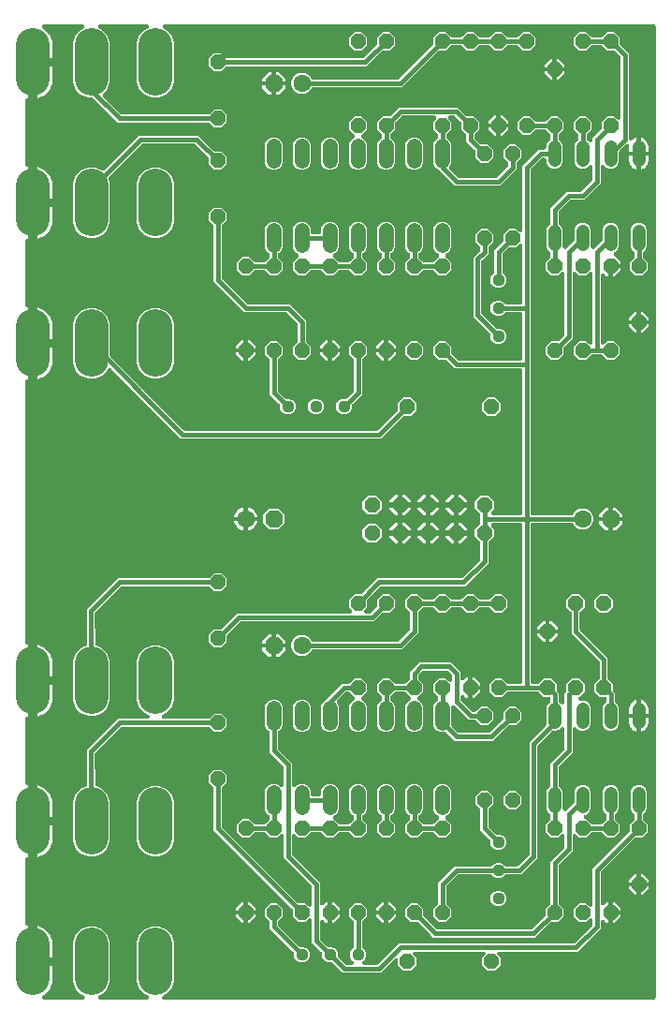
<source format=gbr>
G04 EAGLE Gerber RS-274X export*
G75*
%MOMM*%
%FSLAX34Y34*%
%LPD*%
%INTop Copper*%
%IPPOS*%
%AMOC8*
5,1,8,0,0,1.08239X$1,22.5*%
G01*
%ADD10P,1.732040X8X202.500000*%
%ADD11C,1.600200*%
%ADD12C,3.048000*%
%ADD13C,1.320800*%
%ADD14C,1.208000*%
%ADD15P,1.429621X8X292.500000*%
%ADD16P,1.429621X8X112.500000*%
%ADD17C,1.117600*%
%ADD18P,1.429621X8X202.500000*%
%ADD19P,1.732040X8X22.500000*%
%ADD20P,1.539592X8X202.500000*%
%ADD21C,0.406400*%

G36*
X61973Y10161D02*
X61973Y10161D01*
X61978Y10161D01*
X62172Y10181D01*
X62370Y10201D01*
X62374Y10202D01*
X62378Y10202D01*
X62566Y10261D01*
X62754Y10319D01*
X62758Y10321D01*
X62763Y10322D01*
X62937Y10418D01*
X63109Y10511D01*
X63112Y10513D01*
X63116Y10516D01*
X63269Y10644D01*
X63418Y10768D01*
X63421Y10772D01*
X63424Y10775D01*
X63549Y10931D01*
X63670Y11082D01*
X63672Y11086D01*
X63675Y11089D01*
X63767Y11270D01*
X63856Y11439D01*
X63857Y11444D01*
X63859Y11448D01*
X63913Y11638D01*
X63967Y11826D01*
X63967Y11831D01*
X63969Y11835D01*
X63984Y12028D01*
X64000Y12228D01*
X63999Y12232D01*
X64000Y12236D01*
X63976Y12430D01*
X63953Y12627D01*
X63952Y12632D01*
X63951Y12636D01*
X63890Y12821D01*
X63828Y13010D01*
X63826Y13014D01*
X63825Y13018D01*
X63728Y13187D01*
X63630Y13361D01*
X63627Y13364D01*
X63625Y13368D01*
X63497Y13515D01*
X63367Y13665D01*
X63363Y13668D01*
X63361Y13672D01*
X63204Y13792D01*
X63049Y13912D01*
X63045Y13914D01*
X63041Y13917D01*
X62746Y14069D01*
X60504Y14998D01*
X55788Y19714D01*
X53235Y25875D01*
X53235Y63025D01*
X55788Y69186D01*
X60504Y73902D01*
X66665Y76455D01*
X73335Y76455D01*
X79496Y73902D01*
X84212Y69186D01*
X86765Y63025D01*
X86765Y25875D01*
X84212Y19714D01*
X79496Y14998D01*
X77254Y14069D01*
X77250Y14067D01*
X77246Y14065D01*
X77073Y13972D01*
X76899Y13878D01*
X76895Y13876D01*
X76891Y13873D01*
X76743Y13749D01*
X76588Y13622D01*
X76586Y13619D01*
X76582Y13616D01*
X76459Y13463D01*
X76335Y13309D01*
X76333Y13305D01*
X76330Y13302D01*
X76240Y13128D01*
X76148Y12953D01*
X76146Y12949D01*
X76144Y12945D01*
X76090Y12757D01*
X76035Y12566D01*
X76034Y12562D01*
X76033Y12558D01*
X76017Y12360D01*
X76000Y12165D01*
X76000Y12161D01*
X76000Y12156D01*
X76023Y11962D01*
X76045Y11765D01*
X76047Y11761D01*
X76047Y11757D01*
X76108Y11571D01*
X76168Y11382D01*
X76170Y11378D01*
X76172Y11374D01*
X76269Y11202D01*
X76365Y11030D01*
X76368Y11027D01*
X76370Y11023D01*
X76498Y10875D01*
X76626Y10725D01*
X76630Y10722D01*
X76633Y10718D01*
X76788Y10598D01*
X76943Y10476D01*
X76947Y10474D01*
X76951Y10472D01*
X77129Y10383D01*
X77303Y10296D01*
X77307Y10294D01*
X77312Y10292D01*
X77503Y10241D01*
X77692Y10189D01*
X77696Y10189D01*
X77700Y10188D01*
X78031Y10161D01*
X119969Y10161D01*
X119973Y10161D01*
X119978Y10161D01*
X120172Y10181D01*
X120370Y10201D01*
X120374Y10202D01*
X120378Y10202D01*
X120564Y10260D01*
X120754Y10319D01*
X120758Y10321D01*
X120763Y10322D01*
X120934Y10416D01*
X121108Y10511D01*
X121112Y10513D01*
X121116Y10516D01*
X121267Y10643D01*
X121418Y10768D01*
X121421Y10772D01*
X121424Y10775D01*
X121547Y10929D01*
X121670Y11082D01*
X121672Y11086D01*
X121675Y11089D01*
X121765Y11264D01*
X121856Y11439D01*
X121857Y11444D01*
X121859Y11448D01*
X121912Y11635D01*
X121967Y11826D01*
X121967Y11831D01*
X121969Y11835D01*
X121983Y12028D01*
X122000Y12228D01*
X121999Y12232D01*
X122000Y12236D01*
X121976Y12430D01*
X121953Y12627D01*
X121952Y12632D01*
X121951Y12636D01*
X121890Y12820D01*
X121828Y13010D01*
X121826Y13014D01*
X121824Y13018D01*
X121728Y13188D01*
X121630Y13361D01*
X121627Y13364D01*
X121625Y13368D01*
X121494Y13519D01*
X121367Y13665D01*
X121364Y13668D01*
X121361Y13672D01*
X121204Y13792D01*
X121049Y13912D01*
X121045Y13914D01*
X121041Y13917D01*
X120746Y14069D01*
X118504Y14998D01*
X113788Y19714D01*
X111235Y25875D01*
X111235Y63025D01*
X113788Y69186D01*
X118504Y73902D01*
X124665Y76455D01*
X131335Y76455D01*
X137496Y73902D01*
X142212Y69186D01*
X144765Y63025D01*
X144765Y25875D01*
X142212Y19714D01*
X137496Y14998D01*
X135254Y14069D01*
X135250Y14067D01*
X135246Y14065D01*
X135073Y13972D01*
X134899Y13878D01*
X134895Y13876D01*
X134892Y13873D01*
X134743Y13749D01*
X134589Y13622D01*
X134586Y13619D01*
X134582Y13616D01*
X134459Y13463D01*
X134335Y13309D01*
X134333Y13305D01*
X134330Y13302D01*
X134239Y13127D01*
X134148Y12953D01*
X134146Y12949D01*
X134144Y12945D01*
X134088Y12750D01*
X134035Y12566D01*
X134034Y12562D01*
X134033Y12558D01*
X134017Y12360D01*
X134000Y12165D01*
X134001Y12161D01*
X134000Y12156D01*
X134023Y11959D01*
X134045Y11765D01*
X134047Y11761D01*
X134047Y11757D01*
X134110Y11565D01*
X134168Y11382D01*
X134170Y11378D01*
X134172Y11374D01*
X134269Y11201D01*
X134365Y11030D01*
X134368Y11027D01*
X134370Y11023D01*
X134498Y10874D01*
X134627Y10725D01*
X134630Y10722D01*
X134633Y10718D01*
X134785Y10600D01*
X134944Y10476D01*
X134948Y10474D01*
X134951Y10472D01*
X135126Y10385D01*
X135303Y10296D01*
X135307Y10294D01*
X135312Y10292D01*
X135504Y10241D01*
X135692Y10189D01*
X135696Y10189D01*
X135700Y10188D01*
X136031Y10161D01*
X578358Y10161D01*
X578376Y10163D01*
X578394Y10161D01*
X578576Y10182D01*
X578759Y10201D01*
X578776Y10206D01*
X578793Y10208D01*
X578968Y10265D01*
X579144Y10319D01*
X579159Y10327D01*
X579176Y10333D01*
X579336Y10423D01*
X579498Y10511D01*
X579511Y10522D01*
X579527Y10531D01*
X579666Y10651D01*
X579807Y10768D01*
X579818Y10782D01*
X579832Y10794D01*
X579944Y10939D01*
X580059Y11082D01*
X580067Y11098D01*
X580078Y11112D01*
X580160Y11277D01*
X580245Y11439D01*
X580250Y11456D01*
X580258Y11472D01*
X580305Y11651D01*
X580356Y11826D01*
X580358Y11844D01*
X580362Y11861D01*
X580389Y12192D01*
X580389Y889506D01*
X580387Y889524D01*
X580389Y889542D01*
X580367Y889725D01*
X580349Y889907D01*
X580344Y889924D01*
X580342Y889942D01*
X580285Y890116D01*
X580231Y890291D01*
X580223Y890307D01*
X580217Y890324D01*
X580127Y890484D01*
X580039Y890646D01*
X580028Y890659D01*
X580019Y890675D01*
X579899Y890814D01*
X579782Y890955D01*
X579768Y890966D01*
X579756Y890980D01*
X579611Y891092D01*
X579468Y891207D01*
X579452Y891215D01*
X579438Y891226D01*
X579273Y891308D01*
X579111Y891393D01*
X579093Y891398D01*
X579077Y891406D01*
X578899Y891454D01*
X578724Y891504D01*
X578706Y891505D01*
X578688Y891510D01*
X578358Y891537D01*
X136216Y891462D01*
X136212Y891462D01*
X136208Y891462D01*
X136015Y891442D01*
X135816Y891422D01*
X135812Y891421D01*
X135807Y891421D01*
X135623Y891363D01*
X135431Y891304D01*
X135427Y891302D01*
X135423Y891301D01*
X135252Y891207D01*
X135077Y891112D01*
X135074Y891110D01*
X135070Y891108D01*
X134918Y890980D01*
X134768Y890855D01*
X134765Y890851D01*
X134762Y890848D01*
X134639Y890695D01*
X134515Y890541D01*
X134513Y890537D01*
X134511Y890534D01*
X134422Y890361D01*
X134330Y890183D01*
X134329Y890179D01*
X134327Y890175D01*
X134274Y889990D01*
X134219Y889796D01*
X134218Y889792D01*
X134217Y889788D01*
X134202Y889596D01*
X134186Y889395D01*
X134186Y889391D01*
X134186Y889387D01*
X134209Y889196D01*
X134233Y888995D01*
X134234Y888991D01*
X134235Y888987D01*
X134297Y888799D01*
X134358Y888613D01*
X134360Y888609D01*
X134361Y888605D01*
X134459Y888433D01*
X134556Y888262D01*
X134559Y888259D01*
X134561Y888255D01*
X134689Y888107D01*
X134819Y887957D01*
X134822Y887955D01*
X134825Y887951D01*
X134984Y887830D01*
X135137Y887711D01*
X135141Y887709D01*
X135144Y887706D01*
X135439Y887554D01*
X137496Y886702D01*
X142212Y881986D01*
X144765Y875825D01*
X144765Y838675D01*
X142212Y832514D01*
X137496Y827798D01*
X131335Y825245D01*
X124665Y825245D01*
X118504Y827798D01*
X113788Y832514D01*
X111235Y838675D01*
X111235Y875825D01*
X113788Y881986D01*
X118504Y886702D01*
X120554Y887552D01*
X120558Y887554D01*
X120562Y887555D01*
X120738Y887651D01*
X120909Y887742D01*
X120912Y887745D01*
X120916Y887747D01*
X121068Y887873D01*
X121219Y887998D01*
X121222Y888002D01*
X121226Y888005D01*
X121349Y888158D01*
X121473Y888311D01*
X121475Y888315D01*
X121478Y888319D01*
X121567Y888491D01*
X121660Y888667D01*
X121661Y888672D01*
X121663Y888676D01*
X121718Y888865D01*
X121773Y889054D01*
X121773Y889058D01*
X121775Y889063D01*
X121791Y889262D01*
X121808Y889455D01*
X121807Y889459D01*
X121807Y889464D01*
X121784Y889663D01*
X121762Y889855D01*
X121761Y889859D01*
X121760Y889864D01*
X121700Y890050D01*
X121639Y890238D01*
X121637Y890243D01*
X121636Y890247D01*
X121539Y890417D01*
X121443Y890590D01*
X121440Y890593D01*
X121438Y890597D01*
X121308Y890747D01*
X121181Y890896D01*
X121177Y890899D01*
X121174Y890902D01*
X121020Y891022D01*
X120864Y891144D01*
X120860Y891146D01*
X120856Y891149D01*
X120680Y891237D01*
X120504Y891325D01*
X120500Y891326D01*
X120496Y891328D01*
X120302Y891380D01*
X120116Y891431D01*
X120111Y891431D01*
X120107Y891433D01*
X119776Y891460D01*
X78240Y891453D01*
X78236Y891452D01*
X78232Y891453D01*
X78039Y891432D01*
X77840Y891413D01*
X77835Y891411D01*
X77831Y891411D01*
X77647Y891353D01*
X77455Y891294D01*
X77451Y891292D01*
X77447Y891291D01*
X77276Y891198D01*
X77101Y891103D01*
X77097Y891100D01*
X77094Y891098D01*
X76942Y890971D01*
X76791Y890845D01*
X76789Y890841D01*
X76785Y890839D01*
X76663Y890685D01*
X76539Y890531D01*
X76537Y890527D01*
X76534Y890524D01*
X76446Y890351D01*
X76354Y890174D01*
X76352Y890169D01*
X76351Y890166D01*
X76298Y889980D01*
X76242Y889787D01*
X76242Y889782D01*
X76241Y889778D01*
X76226Y889586D01*
X76210Y889385D01*
X76210Y889381D01*
X76210Y889377D01*
X76233Y889185D01*
X76257Y888986D01*
X76258Y888981D01*
X76258Y888977D01*
X76320Y888790D01*
X76381Y888603D01*
X76384Y888599D01*
X76385Y888595D01*
X76483Y888423D01*
X76579Y888252D01*
X76582Y888249D01*
X76584Y888245D01*
X76714Y888096D01*
X76843Y887948D01*
X76846Y887945D01*
X76849Y887942D01*
X77007Y887820D01*
X77161Y887701D01*
X77165Y887699D01*
X77168Y887696D01*
X77463Y887545D01*
X79496Y886702D01*
X84212Y881986D01*
X86765Y875825D01*
X86765Y838675D01*
X84212Y832514D01*
X80651Y828952D01*
X80639Y828938D01*
X80626Y828927D01*
X80512Y828782D01*
X80396Y828640D01*
X80387Y828625D01*
X80376Y828611D01*
X80293Y828447D01*
X80207Y828285D01*
X80202Y828268D01*
X80194Y828252D01*
X80144Y828074D01*
X80092Y827899D01*
X80091Y827881D01*
X80086Y827864D01*
X80072Y827681D01*
X80056Y827498D01*
X80058Y827480D01*
X80056Y827462D01*
X80079Y827280D01*
X80099Y827098D01*
X80105Y827080D01*
X80107Y827063D01*
X80165Y826889D01*
X80221Y826714D01*
X80229Y826698D01*
X80235Y826681D01*
X80327Y826522D01*
X80416Y826361D01*
X80427Y826348D01*
X80436Y826332D01*
X80651Y826079D01*
X96128Y810602D01*
X96149Y810585D01*
X96166Y810564D01*
X96304Y810457D01*
X96440Y810347D01*
X96463Y810334D01*
X96485Y810318D01*
X96642Y810240D01*
X96796Y810158D01*
X96821Y810150D01*
X96845Y810138D01*
X97015Y810093D01*
X97181Y810043D01*
X97208Y810041D01*
X97234Y810034D01*
X97565Y810007D01*
X175370Y810007D01*
X175396Y810009D01*
X175423Y810007D01*
X175597Y810029D01*
X175770Y810047D01*
X175796Y810054D01*
X175822Y810058D01*
X175988Y810113D01*
X176155Y810165D01*
X176179Y810178D01*
X176204Y810186D01*
X176356Y810273D01*
X176509Y810357D01*
X176530Y810374D01*
X176553Y810387D01*
X176806Y810602D01*
X180783Y814579D01*
X187517Y814579D01*
X192279Y809817D01*
X192279Y803083D01*
X187517Y798321D01*
X180783Y798321D01*
X176806Y802298D01*
X176785Y802315D01*
X176768Y802336D01*
X176630Y802443D01*
X176494Y802553D01*
X176471Y802566D01*
X176450Y802582D01*
X176293Y802660D01*
X176139Y802742D01*
X176113Y802750D01*
X176089Y802762D01*
X175920Y802807D01*
X175753Y802857D01*
X175726Y802859D01*
X175700Y802866D01*
X175370Y802893D01*
X93777Y802893D01*
X91099Y805571D01*
X91098Y805572D01*
X72020Y824650D01*
X71999Y824667D01*
X71982Y824688D01*
X71844Y824795D01*
X71708Y824905D01*
X71685Y824918D01*
X71663Y824934D01*
X71507Y825012D01*
X71353Y825094D01*
X71327Y825102D01*
X71303Y825114D01*
X71134Y825159D01*
X70967Y825209D01*
X70940Y825211D01*
X70914Y825218D01*
X70583Y825245D01*
X66665Y825245D01*
X60504Y827798D01*
X55788Y832514D01*
X53235Y838675D01*
X53235Y875825D01*
X55788Y881986D01*
X60504Y886702D01*
X62530Y887542D01*
X62534Y887544D01*
X62539Y887545D01*
X62712Y887639D01*
X62885Y887732D01*
X62889Y887735D01*
X62893Y887737D01*
X63042Y887861D01*
X63195Y887988D01*
X63198Y887992D01*
X63202Y887995D01*
X63325Y888148D01*
X63449Y888301D01*
X63451Y888305D01*
X63454Y888309D01*
X63546Y888486D01*
X63636Y888658D01*
X63637Y888662D01*
X63640Y888666D01*
X63694Y888854D01*
X63749Y889044D01*
X63750Y889049D01*
X63751Y889053D01*
X63767Y889251D01*
X63784Y889445D01*
X63783Y889450D01*
X63784Y889454D01*
X63760Y889652D01*
X63739Y889845D01*
X63737Y889850D01*
X63737Y889854D01*
X63675Y890042D01*
X63616Y890229D01*
X63613Y890233D01*
X63612Y890237D01*
X63515Y890409D01*
X63419Y890580D01*
X63416Y890583D01*
X63414Y890588D01*
X63284Y890738D01*
X63157Y890886D01*
X63154Y890889D01*
X63151Y890892D01*
X62999Y891010D01*
X62840Y891134D01*
X62836Y891136D01*
X62832Y891139D01*
X62657Y891226D01*
X62481Y891315D01*
X62476Y891316D01*
X62472Y891318D01*
X62279Y891370D01*
X62092Y891421D01*
X62088Y891421D01*
X62083Y891423D01*
X61752Y891450D01*
X27313Y891444D01*
X27240Y891437D01*
X27167Y891439D01*
X27040Y891417D01*
X26912Y891404D01*
X26842Y891382D01*
X26770Y891370D01*
X26650Y891324D01*
X26527Y891286D01*
X26463Y891251D01*
X26395Y891224D01*
X26286Y891155D01*
X26173Y891094D01*
X26117Y891047D01*
X26055Y891008D01*
X25963Y890919D01*
X25864Y890836D01*
X25818Y890779D01*
X25766Y890728D01*
X25692Y890623D01*
X25612Y890522D01*
X25578Y890457D01*
X25536Y890397D01*
X25486Y890279D01*
X25426Y890165D01*
X25406Y890095D01*
X25377Y890028D01*
X25351Y889902D01*
X25315Y889778D01*
X25309Y889705D01*
X25294Y889634D01*
X25293Y889505D01*
X25282Y889377D01*
X25291Y889304D01*
X25290Y889231D01*
X25314Y889105D01*
X25329Y888977D01*
X25352Y888907D01*
X25365Y888836D01*
X25414Y888716D01*
X25454Y888594D01*
X25490Y888531D01*
X25518Y888463D01*
X25589Y888356D01*
X25652Y888244D01*
X25700Y888188D01*
X25740Y888127D01*
X25831Y888036D01*
X25915Y887939D01*
X25973Y887894D01*
X26025Y887842D01*
X26164Y887746D01*
X26233Y887692D01*
X26263Y887678D01*
X26297Y887654D01*
X26900Y887306D01*
X28749Y885887D01*
X30397Y884239D01*
X31816Y882390D01*
X32981Y880371D01*
X33873Y878218D01*
X34476Y875966D01*
X34781Y873655D01*
X34781Y861313D01*
X19032Y861313D01*
X19014Y861311D01*
X18997Y861313D01*
X18814Y861291D01*
X18632Y861273D01*
X18614Y861268D01*
X18597Y861266D01*
X18422Y861209D01*
X18247Y861155D01*
X18231Y861147D01*
X18214Y861141D01*
X18054Y861051D01*
X17893Y860963D01*
X17879Y860952D01*
X17863Y860943D01*
X17724Y860823D01*
X17583Y860706D01*
X17572Y860692D01*
X17559Y860680D01*
X17446Y860535D01*
X17331Y860392D01*
X17323Y860376D01*
X17312Y860362D01*
X17230Y860197D01*
X17145Y860035D01*
X17141Y860018D01*
X17133Y860001D01*
X17085Y859823D01*
X17034Y859648D01*
X17033Y859630D01*
X17028Y859613D01*
X17001Y859282D01*
X17001Y857249D01*
X14968Y857249D01*
X14950Y857247D01*
X14932Y857249D01*
X14750Y857227D01*
X14567Y857209D01*
X14550Y857204D01*
X14533Y857202D01*
X14358Y857145D01*
X14182Y857091D01*
X14167Y857083D01*
X14150Y857077D01*
X13990Y856987D01*
X13828Y856899D01*
X13815Y856888D01*
X13799Y856879D01*
X13660Y856759D01*
X13519Y856642D01*
X13508Y856628D01*
X13495Y856616D01*
X13382Y856471D01*
X13267Y856328D01*
X13259Y856312D01*
X13248Y856298D01*
X13166Y856133D01*
X13081Y855970D01*
X13076Y855953D01*
X13068Y855937D01*
X13021Y855759D01*
X12970Y855584D01*
X12968Y855566D01*
X12964Y855549D01*
X12937Y855218D01*
X12937Y824691D01*
X12718Y824749D01*
X12637Y824763D01*
X12558Y824786D01*
X12438Y824795D01*
X12320Y824815D01*
X12238Y824812D01*
X12156Y824818D01*
X12038Y824804D01*
X11918Y824800D01*
X11838Y824781D01*
X11757Y824771D01*
X11643Y824734D01*
X11526Y824707D01*
X11452Y824672D01*
X11374Y824647D01*
X11270Y824588D01*
X11161Y824538D01*
X11095Y824489D01*
X11023Y824449D01*
X10933Y824371D01*
X10836Y824300D01*
X10781Y824239D01*
X10718Y824186D01*
X10645Y824091D01*
X10564Y824003D01*
X10522Y823932D01*
X10472Y823867D01*
X10418Y823760D01*
X10357Y823658D01*
X10329Y823580D01*
X10292Y823507D01*
X10261Y823391D01*
X10221Y823279D01*
X10209Y823198D01*
X10188Y823118D01*
X10175Y822966D01*
X10163Y822880D01*
X10165Y822840D01*
X10161Y822787D01*
X10161Y764713D01*
X10169Y764631D01*
X10167Y764549D01*
X10189Y764431D01*
X10201Y764312D01*
X10225Y764233D01*
X10239Y764153D01*
X10284Y764041D01*
X10319Y763927D01*
X10358Y763855D01*
X10388Y763778D01*
X10454Y763678D01*
X10511Y763573D01*
X10563Y763510D01*
X10608Y763441D01*
X10692Y763355D01*
X10768Y763264D01*
X10832Y763212D01*
X10890Y763154D01*
X10989Y763086D01*
X11082Y763011D01*
X11155Y762974D01*
X11223Y762927D01*
X11333Y762881D01*
X11439Y762826D01*
X11518Y762803D01*
X11594Y762771D01*
X11711Y762748D01*
X11826Y762714D01*
X11908Y762708D01*
X11989Y762691D01*
X12108Y762691D01*
X12228Y762682D01*
X12309Y762691D01*
X12391Y762691D01*
X12541Y762718D01*
X12627Y762729D01*
X12666Y762741D01*
X12718Y762751D01*
X12937Y762809D01*
X12937Y732282D01*
X12939Y732264D01*
X12937Y732247D01*
X12958Y732064D01*
X12977Y731882D01*
X12982Y731864D01*
X12984Y731847D01*
X13041Y731672D01*
X13095Y731497D01*
X13103Y731481D01*
X13109Y731464D01*
X13199Y731304D01*
X13287Y731143D01*
X13298Y731129D01*
X13307Y731113D01*
X13427Y730974D01*
X13544Y730833D01*
X13558Y730822D01*
X13570Y730809D01*
X13715Y730696D01*
X13858Y730581D01*
X13874Y730573D01*
X13888Y730562D01*
X14053Y730480D01*
X14215Y730395D01*
X14232Y730391D01*
X14249Y730383D01*
X14427Y730335D01*
X14602Y730284D01*
X14620Y730283D01*
X14637Y730278D01*
X14968Y730251D01*
X17001Y730251D01*
X17001Y730249D01*
X14968Y730249D01*
X14950Y730247D01*
X14932Y730249D01*
X14750Y730227D01*
X14567Y730209D01*
X14550Y730204D01*
X14533Y730202D01*
X14358Y730145D01*
X14182Y730091D01*
X14167Y730083D01*
X14150Y730077D01*
X13990Y729987D01*
X13828Y729899D01*
X13815Y729888D01*
X13799Y729879D01*
X13660Y729759D01*
X13519Y729642D01*
X13508Y729628D01*
X13495Y729616D01*
X13382Y729471D01*
X13267Y729328D01*
X13259Y729312D01*
X13248Y729298D01*
X13166Y729133D01*
X13081Y728970D01*
X13076Y728953D01*
X13068Y728937D01*
X13021Y728759D01*
X12970Y728584D01*
X12968Y728566D01*
X12964Y728549D01*
X12937Y728218D01*
X12937Y697691D01*
X12718Y697749D01*
X12637Y697763D01*
X12558Y697786D01*
X12438Y697795D01*
X12320Y697815D01*
X12238Y697812D01*
X12156Y697818D01*
X12038Y697804D01*
X11918Y697800D01*
X11838Y697781D01*
X11757Y697771D01*
X11643Y697734D01*
X11526Y697707D01*
X11452Y697672D01*
X11374Y697647D01*
X11270Y697588D01*
X11161Y697538D01*
X11095Y697489D01*
X11023Y697449D01*
X10933Y697371D01*
X10836Y697300D01*
X10781Y697239D01*
X10718Y697186D01*
X10645Y697091D01*
X10564Y697003D01*
X10522Y696932D01*
X10472Y696867D01*
X10418Y696760D01*
X10357Y696658D01*
X10329Y696580D01*
X10292Y696507D01*
X10261Y696391D01*
X10221Y696279D01*
X10209Y696198D01*
X10188Y696118D01*
X10175Y695966D01*
X10163Y695880D01*
X10165Y695840D01*
X10161Y695787D01*
X10161Y637713D01*
X10169Y637631D01*
X10167Y637549D01*
X10189Y637431D01*
X10201Y637312D01*
X10225Y637233D01*
X10239Y637153D01*
X10284Y637041D01*
X10319Y636927D01*
X10358Y636855D01*
X10388Y636778D01*
X10454Y636678D01*
X10511Y636573D01*
X10563Y636510D01*
X10608Y636441D01*
X10692Y636355D01*
X10768Y636264D01*
X10832Y636212D01*
X10890Y636154D01*
X10989Y636086D01*
X11082Y636011D01*
X11155Y635974D01*
X11223Y635927D01*
X11333Y635881D01*
X11439Y635826D01*
X11518Y635803D01*
X11594Y635771D01*
X11711Y635748D01*
X11826Y635714D01*
X11908Y635708D01*
X11989Y635691D01*
X12108Y635691D01*
X12228Y635682D01*
X12309Y635691D01*
X12391Y635691D01*
X12541Y635718D01*
X12627Y635729D01*
X12666Y635741D01*
X12718Y635751D01*
X12937Y635809D01*
X12937Y605282D01*
X12939Y605264D01*
X12937Y605247D01*
X12958Y605064D01*
X12977Y604882D01*
X12982Y604864D01*
X12984Y604847D01*
X13041Y604672D01*
X13095Y604497D01*
X13103Y604481D01*
X13109Y604464D01*
X13199Y604304D01*
X13287Y604143D01*
X13298Y604129D01*
X13307Y604113D01*
X13427Y603974D01*
X13544Y603833D01*
X13558Y603822D01*
X13570Y603809D01*
X13715Y603696D01*
X13858Y603581D01*
X13874Y603573D01*
X13888Y603562D01*
X14053Y603480D01*
X14215Y603395D01*
X14232Y603391D01*
X14249Y603383D01*
X14427Y603335D01*
X14602Y603284D01*
X14620Y603283D01*
X14637Y603278D01*
X14968Y603251D01*
X17001Y603251D01*
X17001Y603249D01*
X14968Y603249D01*
X14950Y603247D01*
X14932Y603249D01*
X14750Y603227D01*
X14567Y603209D01*
X14550Y603204D01*
X14533Y603202D01*
X14358Y603145D01*
X14182Y603091D01*
X14167Y603083D01*
X14150Y603077D01*
X13990Y602987D01*
X13828Y602899D01*
X13815Y602888D01*
X13799Y602879D01*
X13660Y602759D01*
X13519Y602642D01*
X13508Y602628D01*
X13495Y602616D01*
X13382Y602471D01*
X13267Y602328D01*
X13259Y602312D01*
X13248Y602298D01*
X13166Y602133D01*
X13081Y601970D01*
X13076Y601953D01*
X13068Y601937D01*
X13021Y601759D01*
X12970Y601584D01*
X12968Y601566D01*
X12964Y601549D01*
X12937Y601218D01*
X12937Y570691D01*
X12718Y570749D01*
X12637Y570763D01*
X12558Y570786D01*
X12438Y570795D01*
X12320Y570815D01*
X12238Y570812D01*
X12156Y570818D01*
X12038Y570804D01*
X11918Y570800D01*
X11838Y570781D01*
X11757Y570771D01*
X11643Y570734D01*
X11526Y570707D01*
X11452Y570672D01*
X11374Y570647D01*
X11270Y570588D01*
X11161Y570538D01*
X11095Y570489D01*
X11023Y570449D01*
X10933Y570371D01*
X10836Y570300D01*
X10781Y570239D01*
X10718Y570186D01*
X10645Y570091D01*
X10564Y570003D01*
X10522Y569932D01*
X10472Y569867D01*
X10418Y569760D01*
X10357Y569658D01*
X10329Y569580D01*
X10292Y569507D01*
X10261Y569391D01*
X10221Y569279D01*
X10209Y569198D01*
X10188Y569118D01*
X10175Y568966D01*
X10163Y568880D01*
X10165Y568840D01*
X10161Y568787D01*
X10161Y332913D01*
X10169Y332831D01*
X10167Y332749D01*
X10189Y332631D01*
X10201Y332512D01*
X10225Y332433D01*
X10239Y332353D01*
X10284Y332241D01*
X10319Y332127D01*
X10358Y332055D01*
X10388Y331978D01*
X10454Y331878D01*
X10511Y331773D01*
X10563Y331710D01*
X10608Y331641D01*
X10692Y331555D01*
X10768Y331464D01*
X10832Y331412D01*
X10890Y331354D01*
X10989Y331286D01*
X11082Y331211D01*
X11155Y331174D01*
X11223Y331127D01*
X11333Y331081D01*
X11439Y331026D01*
X11518Y331003D01*
X11594Y330971D01*
X11711Y330948D01*
X11826Y330914D01*
X11908Y330908D01*
X11989Y330891D01*
X12108Y330891D01*
X12228Y330882D01*
X12309Y330891D01*
X12391Y330891D01*
X12541Y330918D01*
X12627Y330929D01*
X12666Y330941D01*
X12718Y330951D01*
X12937Y331009D01*
X12937Y300482D01*
X12939Y300464D01*
X12937Y300447D01*
X12959Y300264D01*
X12977Y300082D01*
X12982Y300064D01*
X12984Y300047D01*
X13041Y299872D01*
X13095Y299697D01*
X13103Y299681D01*
X13109Y299664D01*
X13199Y299504D01*
X13287Y299343D01*
X13298Y299329D01*
X13307Y299313D01*
X13427Y299174D01*
X13544Y299033D01*
X13558Y299022D01*
X13570Y299009D01*
X13715Y298896D01*
X13858Y298781D01*
X13874Y298773D01*
X13888Y298762D01*
X14053Y298680D01*
X14215Y298595D01*
X14232Y298591D01*
X14249Y298583D01*
X14427Y298535D01*
X14602Y298484D01*
X14620Y298483D01*
X14637Y298478D01*
X14968Y298451D01*
X17001Y298451D01*
X17001Y298449D01*
X14968Y298449D01*
X14950Y298447D01*
X14932Y298449D01*
X14750Y298427D01*
X14567Y298409D01*
X14550Y298404D01*
X14533Y298402D01*
X14358Y298345D01*
X14182Y298291D01*
X14167Y298283D01*
X14150Y298277D01*
X13990Y298187D01*
X13828Y298099D01*
X13815Y298088D01*
X13799Y298079D01*
X13660Y297959D01*
X13519Y297842D01*
X13508Y297828D01*
X13495Y297816D01*
X13381Y297670D01*
X13267Y297528D01*
X13259Y297512D01*
X13248Y297498D01*
X13166Y297333D01*
X13081Y297170D01*
X13076Y297153D01*
X13068Y297137D01*
X13021Y296959D01*
X12970Y296784D01*
X12968Y296766D01*
X12964Y296749D01*
X12937Y296418D01*
X12937Y265891D01*
X12718Y265949D01*
X12637Y265963D01*
X12558Y265986D01*
X12438Y265995D01*
X12320Y266015D01*
X12238Y266012D01*
X12156Y266018D01*
X12038Y266004D01*
X11918Y266000D01*
X11838Y265981D01*
X11757Y265971D01*
X11643Y265934D01*
X11526Y265907D01*
X11452Y265872D01*
X11374Y265847D01*
X11270Y265788D01*
X11161Y265738D01*
X11095Y265689D01*
X11023Y265649D01*
X10933Y265571D01*
X10836Y265500D01*
X10781Y265439D01*
X10718Y265386D01*
X10645Y265291D01*
X10564Y265203D01*
X10522Y265132D01*
X10472Y265067D01*
X10418Y264960D01*
X10357Y264858D01*
X10329Y264780D01*
X10292Y264707D01*
X10261Y264591D01*
X10221Y264479D01*
X10209Y264398D01*
X10188Y264318D01*
X10175Y264166D01*
X10163Y264080D01*
X10165Y264040D01*
X10161Y263987D01*
X10161Y205913D01*
X10169Y205831D01*
X10167Y205749D01*
X10189Y205631D01*
X10201Y205512D01*
X10225Y205433D01*
X10239Y205353D01*
X10284Y205241D01*
X10319Y205127D01*
X10358Y205055D01*
X10388Y204978D01*
X10454Y204878D01*
X10511Y204773D01*
X10563Y204710D01*
X10608Y204641D01*
X10692Y204555D01*
X10768Y204464D01*
X10832Y204412D01*
X10890Y204354D01*
X10989Y204286D01*
X11082Y204211D01*
X11155Y204174D01*
X11223Y204127D01*
X11333Y204081D01*
X11439Y204026D01*
X11518Y204003D01*
X11594Y203971D01*
X11711Y203948D01*
X11826Y203914D01*
X11908Y203908D01*
X11989Y203891D01*
X12108Y203891D01*
X12228Y203882D01*
X12309Y203891D01*
X12391Y203891D01*
X12541Y203918D01*
X12627Y203929D01*
X12666Y203941D01*
X12718Y203951D01*
X12937Y204009D01*
X12937Y173482D01*
X12939Y173464D01*
X12937Y173447D01*
X12958Y173264D01*
X12977Y173082D01*
X12982Y173064D01*
X12984Y173047D01*
X13041Y172872D01*
X13095Y172697D01*
X13103Y172681D01*
X13109Y172664D01*
X13199Y172504D01*
X13287Y172343D01*
X13298Y172329D01*
X13307Y172313D01*
X13427Y172174D01*
X13544Y172033D01*
X13558Y172022D01*
X13570Y172009D01*
X13715Y171896D01*
X13858Y171781D01*
X13874Y171773D01*
X13888Y171762D01*
X14053Y171680D01*
X14215Y171595D01*
X14232Y171591D01*
X14249Y171583D01*
X14427Y171535D01*
X14602Y171484D01*
X14620Y171483D01*
X14637Y171478D01*
X14968Y171451D01*
X17001Y171451D01*
X17001Y171449D01*
X14968Y171449D01*
X14950Y171447D01*
X14932Y171449D01*
X14750Y171427D01*
X14567Y171409D01*
X14550Y171404D01*
X14533Y171402D01*
X14358Y171345D01*
X14182Y171291D01*
X14167Y171283D01*
X14150Y171277D01*
X13990Y171187D01*
X13828Y171099D01*
X13815Y171088D01*
X13799Y171079D01*
X13660Y170959D01*
X13519Y170842D01*
X13508Y170828D01*
X13495Y170816D01*
X13381Y170670D01*
X13267Y170528D01*
X13259Y170512D01*
X13248Y170498D01*
X13166Y170333D01*
X13081Y170170D01*
X13076Y170153D01*
X13068Y170137D01*
X13021Y169959D01*
X12970Y169784D01*
X12968Y169766D01*
X12964Y169749D01*
X12937Y169418D01*
X12937Y138891D01*
X12718Y138949D01*
X12637Y138963D01*
X12558Y138986D01*
X12438Y138995D01*
X12320Y139015D01*
X12238Y139012D01*
X12156Y139018D01*
X12038Y139004D01*
X11918Y139000D01*
X11838Y138981D01*
X11757Y138971D01*
X11643Y138934D01*
X11526Y138907D01*
X11452Y138872D01*
X11374Y138847D01*
X11270Y138788D01*
X11161Y138738D01*
X11095Y138689D01*
X11023Y138649D01*
X10933Y138571D01*
X10836Y138500D01*
X10781Y138439D01*
X10718Y138386D01*
X10645Y138291D01*
X10564Y138203D01*
X10522Y138132D01*
X10472Y138067D01*
X10418Y137960D01*
X10357Y137858D01*
X10329Y137780D01*
X10292Y137707D01*
X10261Y137591D01*
X10221Y137479D01*
X10209Y137398D01*
X10188Y137318D01*
X10175Y137166D01*
X10163Y137080D01*
X10165Y137040D01*
X10161Y136987D01*
X10161Y78913D01*
X10169Y78831D01*
X10167Y78749D01*
X10189Y78631D01*
X10201Y78512D01*
X10225Y78433D01*
X10239Y78353D01*
X10284Y78241D01*
X10319Y78127D01*
X10358Y78055D01*
X10388Y77978D01*
X10454Y77878D01*
X10511Y77773D01*
X10563Y77710D01*
X10608Y77641D01*
X10692Y77555D01*
X10768Y77464D01*
X10832Y77412D01*
X10890Y77354D01*
X10989Y77286D01*
X11082Y77211D01*
X11155Y77174D01*
X11223Y77127D01*
X11333Y77081D01*
X11439Y77026D01*
X11518Y77003D01*
X11594Y76971D01*
X11711Y76948D01*
X11826Y76914D01*
X11908Y76908D01*
X11989Y76891D01*
X12108Y76891D01*
X12228Y76882D01*
X12309Y76891D01*
X12391Y76891D01*
X12541Y76918D01*
X12627Y76929D01*
X12666Y76941D01*
X12718Y76951D01*
X12937Y77009D01*
X12937Y46482D01*
X12939Y46464D01*
X12937Y46447D01*
X12958Y46264D01*
X12977Y46082D01*
X12982Y46064D01*
X12984Y46047D01*
X13041Y45872D01*
X13095Y45697D01*
X13103Y45681D01*
X13109Y45664D01*
X13199Y45504D01*
X13287Y45343D01*
X13298Y45329D01*
X13307Y45313D01*
X13427Y45174D01*
X13544Y45033D01*
X13558Y45022D01*
X13570Y45009D01*
X13715Y44896D01*
X13858Y44781D01*
X13874Y44773D01*
X13888Y44762D01*
X14053Y44680D01*
X14215Y44595D01*
X14232Y44591D01*
X14249Y44583D01*
X14427Y44535D01*
X14602Y44484D01*
X14620Y44483D01*
X14637Y44478D01*
X14968Y44451D01*
X17001Y44451D01*
X17001Y42418D01*
X17003Y42400D01*
X17001Y42382D01*
X17023Y42200D01*
X17041Y42017D01*
X17046Y42000D01*
X17048Y41983D01*
X17105Y41808D01*
X17159Y41632D01*
X17167Y41617D01*
X17173Y41600D01*
X17263Y41440D01*
X17351Y41278D01*
X17362Y41265D01*
X17371Y41249D01*
X17491Y41110D01*
X17608Y40969D01*
X17622Y40958D01*
X17634Y40945D01*
X17779Y40832D01*
X17922Y40717D01*
X17938Y40709D01*
X17952Y40698D01*
X18117Y40616D01*
X18280Y40531D01*
X18297Y40526D01*
X18313Y40518D01*
X18491Y40471D01*
X18666Y40420D01*
X18684Y40418D01*
X18701Y40414D01*
X19032Y40387D01*
X34781Y40387D01*
X34781Y28045D01*
X34476Y25734D01*
X33873Y23482D01*
X32981Y21329D01*
X31816Y19310D01*
X30397Y17461D01*
X28749Y15813D01*
X26900Y14394D01*
X26132Y13951D01*
X26073Y13908D01*
X26008Y13873D01*
X25910Y13791D01*
X25805Y13716D01*
X25755Y13663D01*
X25699Y13616D01*
X25618Y13515D01*
X25531Y13422D01*
X25493Y13359D01*
X25447Y13302D01*
X25388Y13188D01*
X25320Y13078D01*
X25295Y13010D01*
X25261Y12945D01*
X25226Y12821D01*
X25181Y12701D01*
X25170Y12628D01*
X25150Y12558D01*
X25139Y12429D01*
X25120Y12303D01*
X25123Y12230D01*
X25117Y12156D01*
X25132Y12029D01*
X25138Y11901D01*
X25155Y11829D01*
X25164Y11757D01*
X25204Y11634D01*
X25235Y11510D01*
X25266Y11444D01*
X25289Y11374D01*
X25352Y11262D01*
X25407Y11146D01*
X25451Y11087D01*
X25487Y11023D01*
X25571Y10926D01*
X25647Y10823D01*
X25702Y10774D01*
X25750Y10718D01*
X25851Y10640D01*
X25947Y10554D01*
X26010Y10517D01*
X26068Y10472D01*
X26183Y10415D01*
X26293Y10349D01*
X26363Y10325D01*
X26428Y10292D01*
X26552Y10259D01*
X26674Y10217D01*
X26746Y10207D01*
X26817Y10188D01*
X26986Y10174D01*
X27073Y10162D01*
X27106Y10164D01*
X27148Y10161D01*
X61969Y10161D01*
X61973Y10161D01*
G37*
%LPC*%
G36*
X379527Y66293D02*
X379527Y66293D01*
X376848Y68972D01*
X365644Y80176D01*
X365623Y80193D01*
X365606Y80214D01*
X365468Y80321D01*
X365332Y80431D01*
X365309Y80444D01*
X365287Y80460D01*
X365131Y80538D01*
X364977Y80620D01*
X364951Y80628D01*
X364927Y80640D01*
X364758Y80685D01*
X364591Y80735D01*
X364564Y80737D01*
X364538Y80744D01*
X364207Y80771D01*
X358583Y80771D01*
X353821Y85533D01*
X353821Y92267D01*
X358583Y97029D01*
X365317Y97029D01*
X370079Y92267D01*
X370079Y86643D01*
X370081Y86616D01*
X370079Y86589D01*
X370101Y86415D01*
X370119Y86242D01*
X370126Y86216D01*
X370130Y86190D01*
X370186Y86024D01*
X370237Y85857D01*
X370250Y85833D01*
X370258Y85808D01*
X370345Y85657D01*
X370429Y85503D01*
X370446Y85483D01*
X370459Y85459D01*
X370674Y85206D01*
X381878Y74002D01*
X381899Y73985D01*
X381917Y73964D01*
X382054Y73857D01*
X382190Y73747D01*
X382213Y73734D01*
X382235Y73718D01*
X382392Y73640D01*
X382546Y73558D01*
X382571Y73550D01*
X382595Y73538D01*
X382765Y73493D01*
X382931Y73443D01*
X382958Y73441D01*
X382984Y73434D01*
X383315Y73407D01*
X467585Y73407D01*
X467612Y73409D01*
X467639Y73407D01*
X467813Y73429D01*
X467986Y73447D01*
X468011Y73454D01*
X468038Y73458D01*
X468204Y73513D01*
X468371Y73565D01*
X468394Y73578D01*
X468420Y73586D01*
X468571Y73673D01*
X468725Y73757D01*
X468745Y73774D01*
X468769Y73787D01*
X469022Y74002D01*
X480226Y85206D01*
X480243Y85227D01*
X480264Y85244D01*
X480371Y85382D01*
X480481Y85518D01*
X480494Y85541D01*
X480510Y85563D01*
X480588Y85719D01*
X480670Y85873D01*
X480678Y85899D01*
X480690Y85923D01*
X480735Y86092D01*
X480785Y86259D01*
X480787Y86286D01*
X480794Y86312D01*
X480821Y86643D01*
X480821Y92267D01*
X484798Y96244D01*
X484815Y96265D01*
X484836Y96282D01*
X484943Y96420D01*
X485053Y96556D01*
X485066Y96579D01*
X485082Y96600D01*
X485160Y96757D01*
X485242Y96911D01*
X485250Y96937D01*
X485262Y96961D01*
X485307Y97130D01*
X485357Y97297D01*
X485359Y97324D01*
X485366Y97350D01*
X485393Y97680D01*
X485393Y134823D01*
X497498Y146928D01*
X497515Y146949D01*
X497536Y146967D01*
X497643Y147104D01*
X497753Y147240D01*
X497766Y147263D01*
X497782Y147285D01*
X497860Y147442D01*
X497942Y147596D01*
X497950Y147621D01*
X497962Y147645D01*
X498007Y147815D01*
X498057Y147981D01*
X498059Y148008D01*
X498066Y148034D01*
X498093Y148365D01*
X498093Y157844D01*
X498092Y157852D01*
X498093Y157861D01*
X498072Y158053D01*
X498053Y158244D01*
X498051Y158253D01*
X498050Y158262D01*
X497993Y158442D01*
X497935Y158629D01*
X497931Y158637D01*
X497928Y158646D01*
X497835Y158814D01*
X497743Y158983D01*
X497738Y158990D01*
X497733Y158998D01*
X497609Y159145D01*
X497486Y159292D01*
X497479Y159298D01*
X497473Y159305D01*
X497322Y159424D01*
X497172Y159545D01*
X497164Y159549D01*
X497157Y159554D01*
X496984Y159642D01*
X496815Y159730D01*
X496806Y159733D01*
X496798Y159737D01*
X496612Y159789D01*
X496428Y159842D01*
X496419Y159842D01*
X496410Y159845D01*
X496217Y159859D01*
X496026Y159875D01*
X496018Y159874D01*
X496009Y159874D01*
X495816Y159850D01*
X495627Y159828D01*
X495618Y159825D01*
X495609Y159824D01*
X495426Y159762D01*
X495244Y159703D01*
X495236Y159698D01*
X495228Y159696D01*
X495062Y159600D01*
X494893Y159505D01*
X494886Y159499D01*
X494879Y159495D01*
X494626Y159280D01*
X492317Y156971D01*
X485583Y156971D01*
X480821Y161733D01*
X480821Y168467D01*
X484798Y172444D01*
X484815Y172465D01*
X484836Y172482D01*
X484943Y172620D01*
X485053Y172756D01*
X485066Y172779D01*
X485082Y172800D01*
X485160Y172957D01*
X485242Y173111D01*
X485250Y173137D01*
X485262Y173161D01*
X485307Y173330D01*
X485357Y173497D01*
X485359Y173524D01*
X485366Y173550D01*
X485393Y173880D01*
X485393Y176477D01*
X485391Y176504D01*
X485393Y176531D01*
X485371Y176705D01*
X485353Y176878D01*
X485346Y176903D01*
X485342Y176930D01*
X485286Y177096D01*
X485235Y177263D01*
X485222Y177286D01*
X485214Y177312D01*
X485127Y177463D01*
X485043Y177617D01*
X485026Y177637D01*
X485013Y177661D01*
X484798Y177914D01*
X482537Y180175D01*
X481385Y182955D01*
X481385Y198045D01*
X482537Y200825D01*
X484798Y203086D01*
X484815Y203107D01*
X484836Y203125D01*
X484943Y203263D01*
X485053Y203398D01*
X485066Y203422D01*
X485082Y203443D01*
X485160Y203599D01*
X485242Y203754D01*
X485250Y203779D01*
X485262Y203803D01*
X485307Y203972D01*
X485357Y204140D01*
X485359Y204166D01*
X485366Y204192D01*
X485393Y204523D01*
X485393Y223723D01*
X497498Y235828D01*
X497515Y235849D01*
X497536Y235867D01*
X497643Y236004D01*
X497753Y236140D01*
X497766Y236163D01*
X497782Y236185D01*
X497860Y236342D01*
X497942Y236496D01*
X497950Y236521D01*
X497962Y236545D01*
X498007Y236715D01*
X498057Y236881D01*
X498059Y236908D01*
X498066Y236934D01*
X498093Y237265D01*
X498093Y254201D01*
X498092Y254210D01*
X498093Y254219D01*
X498072Y254411D01*
X498053Y254602D01*
X498051Y254610D01*
X498050Y254619D01*
X497992Y254801D01*
X497935Y254987D01*
X497931Y254995D01*
X497928Y255003D01*
X497835Y255171D01*
X497743Y255341D01*
X497738Y255348D01*
X497733Y255356D01*
X497608Y255503D01*
X497486Y255650D01*
X497479Y255656D01*
X497473Y255663D01*
X497321Y255782D01*
X497172Y255902D01*
X497164Y255907D01*
X497157Y255912D01*
X496985Y255999D01*
X496815Y256088D01*
X496806Y256090D01*
X496798Y256094D01*
X496612Y256146D01*
X496428Y256199D01*
X496419Y256200D01*
X496410Y256202D01*
X496218Y256217D01*
X496026Y256232D01*
X496018Y256231D01*
X496009Y256232D01*
X495816Y256207D01*
X495627Y256185D01*
X495618Y256183D01*
X495609Y256181D01*
X495426Y256120D01*
X495244Y256060D01*
X495236Y256056D01*
X495228Y256053D01*
X495062Y255958D01*
X494893Y255863D01*
X494886Y255857D01*
X494879Y255852D01*
X494626Y255638D01*
X493235Y254247D01*
X492042Y253753D01*
X490455Y253095D01*
X487567Y253095D01*
X487540Y253093D01*
X487513Y253095D01*
X487339Y253073D01*
X487166Y253055D01*
X487140Y253048D01*
X487114Y253044D01*
X486948Y252988D01*
X486781Y252937D01*
X486757Y252924D01*
X486732Y252916D01*
X486581Y252829D01*
X486427Y252745D01*
X486407Y252728D01*
X486383Y252715D01*
X486130Y252500D01*
X474052Y240422D01*
X474035Y240401D01*
X474014Y240383D01*
X473907Y240246D01*
X473797Y240110D01*
X473784Y240087D01*
X473768Y240065D01*
X473690Y239908D01*
X473608Y239754D01*
X473600Y239729D01*
X473588Y239705D01*
X473543Y239535D01*
X473493Y239369D01*
X473491Y239342D01*
X473484Y239316D01*
X473457Y238985D01*
X473457Y138227D01*
X470779Y135549D01*
X470778Y135548D01*
X461352Y126122D01*
X458673Y123443D01*
X445494Y123443D01*
X445467Y123441D01*
X445440Y123443D01*
X445266Y123421D01*
X445093Y123403D01*
X445067Y123396D01*
X445041Y123392D01*
X444875Y123337D01*
X444708Y123285D01*
X444684Y123272D01*
X444659Y123264D01*
X444507Y123177D01*
X444354Y123093D01*
X444334Y123076D01*
X444310Y123063D01*
X444057Y122848D01*
X442179Y120970D01*
X439565Y119887D01*
X436735Y119887D01*
X434121Y120970D01*
X432243Y122848D01*
X432222Y122865D01*
X432205Y122886D01*
X432067Y122993D01*
X431931Y123103D01*
X431908Y123116D01*
X431886Y123132D01*
X431730Y123210D01*
X431576Y123292D01*
X431550Y123300D01*
X431526Y123312D01*
X431357Y123357D01*
X431190Y123407D01*
X431163Y123409D01*
X431137Y123416D01*
X430806Y123443D01*
X402365Y123443D01*
X402338Y123441D01*
X402311Y123443D01*
X402137Y123421D01*
X401964Y123403D01*
X401939Y123396D01*
X401912Y123392D01*
X401746Y123337D01*
X401579Y123285D01*
X401556Y123272D01*
X401530Y123264D01*
X401379Y123177D01*
X401225Y123093D01*
X401205Y123076D01*
X401181Y123063D01*
X400928Y122848D01*
X391502Y113422D01*
X391485Y113401D01*
X391464Y113383D01*
X391357Y113246D01*
X391247Y113110D01*
X391234Y113087D01*
X391218Y113065D01*
X391140Y112908D01*
X391058Y112754D01*
X391050Y112729D01*
X391038Y112705D01*
X390993Y112535D01*
X390943Y112369D01*
X390941Y112342D01*
X390934Y112316D01*
X390907Y111985D01*
X390907Y97680D01*
X390909Y97654D01*
X390907Y97627D01*
X390929Y97453D01*
X390947Y97280D01*
X390954Y97254D01*
X390958Y97228D01*
X391013Y97062D01*
X391065Y96895D01*
X391078Y96871D01*
X391086Y96846D01*
X391173Y96694D01*
X391257Y96541D01*
X391274Y96520D01*
X391287Y96497D01*
X391502Y96244D01*
X395479Y92267D01*
X395479Y85533D01*
X390717Y80771D01*
X383983Y80771D01*
X379221Y85533D01*
X379221Y92267D01*
X383198Y96244D01*
X383215Y96265D01*
X383236Y96282D01*
X383343Y96420D01*
X383453Y96556D01*
X383466Y96579D01*
X383482Y96600D01*
X383560Y96757D01*
X383642Y96911D01*
X383650Y96937D01*
X383662Y96961D01*
X383707Y97130D01*
X383757Y97297D01*
X383759Y97324D01*
X383766Y97350D01*
X383793Y97680D01*
X383793Y115773D01*
X398577Y130557D01*
X430806Y130557D01*
X430833Y130559D01*
X430860Y130557D01*
X431034Y130579D01*
X431207Y130597D01*
X431233Y130604D01*
X431259Y130608D01*
X431425Y130663D01*
X431592Y130715D01*
X431616Y130728D01*
X431641Y130736D01*
X431793Y130823D01*
X431946Y130907D01*
X431966Y130924D01*
X431990Y130937D01*
X432243Y131152D01*
X434121Y133030D01*
X436735Y134113D01*
X439565Y134113D01*
X442179Y133030D01*
X444057Y131152D01*
X444078Y131135D01*
X444095Y131114D01*
X444233Y131007D01*
X444369Y130897D01*
X444392Y130884D01*
X444414Y130868D01*
X444570Y130790D01*
X444724Y130708D01*
X444750Y130700D01*
X444774Y130688D01*
X444943Y130643D01*
X445110Y130593D01*
X445137Y130591D01*
X445163Y130584D01*
X445494Y130557D01*
X454885Y130557D01*
X454912Y130559D01*
X454939Y130557D01*
X455113Y130579D01*
X455286Y130597D01*
X455311Y130604D01*
X455338Y130608D01*
X455504Y130663D01*
X455671Y130715D01*
X455694Y130728D01*
X455720Y130736D01*
X455871Y130823D01*
X456025Y130907D01*
X456045Y130924D01*
X456069Y130937D01*
X456322Y131152D01*
X465748Y140578D01*
X465765Y140599D01*
X465786Y140616D01*
X465893Y140754D01*
X466003Y140890D01*
X466016Y140913D01*
X466032Y140935D01*
X466110Y141091D01*
X466192Y141245D01*
X466200Y141271D01*
X466212Y141295D01*
X466257Y141464D01*
X466307Y141631D01*
X466309Y141658D01*
X466316Y141684D01*
X466343Y142015D01*
X466343Y242773D01*
X469022Y245452D01*
X480818Y257248D01*
X480832Y257265D01*
X480849Y257280D01*
X480959Y257421D01*
X481073Y257560D01*
X481084Y257579D01*
X481097Y257597D01*
X481178Y257757D01*
X481262Y257915D01*
X481268Y257937D01*
X481278Y257957D01*
X481326Y258130D01*
X481377Y258301D01*
X481379Y258323D01*
X481384Y258345D01*
X481397Y258523D01*
X481413Y258702D01*
X481410Y258724D01*
X481412Y258747D01*
X481389Y258924D01*
X481385Y258957D01*
X481385Y274245D01*
X482537Y277025D01*
X484798Y279286D01*
X484815Y279307D01*
X484836Y279325D01*
X484943Y279463D01*
X485053Y279598D01*
X485066Y279622D01*
X485082Y279643D01*
X485160Y279800D01*
X485242Y279954D01*
X485250Y279979D01*
X485262Y280003D01*
X485307Y280173D01*
X485357Y280340D01*
X485359Y280366D01*
X485366Y280392D01*
X485393Y280723D01*
X485393Y281940D01*
X485391Y281958D01*
X485393Y281976D01*
X485372Y282158D01*
X485353Y282341D01*
X485348Y282358D01*
X485346Y282375D01*
X485289Y282550D01*
X485235Y282726D01*
X485227Y282741D01*
X485221Y282758D01*
X485131Y282918D01*
X485043Y283080D01*
X485032Y283093D01*
X485023Y283109D01*
X484903Y283248D01*
X484786Y283389D01*
X484772Y283400D01*
X484760Y283414D01*
X484615Y283526D01*
X484472Y283641D01*
X484456Y283649D01*
X484442Y283660D01*
X484277Y283742D01*
X484115Y283827D01*
X484098Y283832D01*
X484082Y283840D01*
X483903Y283887D01*
X483728Y283938D01*
X483710Y283940D01*
X483693Y283944D01*
X483362Y283971D01*
X479233Y283971D01*
X475256Y287948D01*
X475235Y287965D01*
X475218Y287986D01*
X475080Y288093D01*
X474944Y288203D01*
X474921Y288216D01*
X474900Y288232D01*
X474743Y288310D01*
X474589Y288392D01*
X474563Y288400D01*
X474539Y288412D01*
X474370Y288457D01*
X474203Y288507D01*
X474176Y288509D01*
X474150Y288516D01*
X473820Y288543D01*
X446930Y288543D01*
X446904Y288541D01*
X446877Y288543D01*
X446703Y288521D01*
X446530Y288503D01*
X446504Y288496D01*
X446478Y288492D01*
X446312Y288437D01*
X446145Y288385D01*
X446121Y288372D01*
X446096Y288364D01*
X445944Y288277D01*
X445791Y288193D01*
X445770Y288176D01*
X445747Y288163D01*
X445494Y287948D01*
X441517Y283971D01*
X434783Y283971D01*
X430021Y288733D01*
X430021Y295467D01*
X434783Y300229D01*
X441517Y300229D01*
X445494Y296252D01*
X445515Y296235D01*
X445532Y296214D01*
X445670Y296107D01*
X445806Y295997D01*
X445829Y295984D01*
X445850Y295968D01*
X446007Y295890D01*
X446161Y295808D01*
X446187Y295800D01*
X446211Y295788D01*
X446380Y295743D01*
X446547Y295693D01*
X446574Y295691D01*
X446600Y295684D01*
X446930Y295657D01*
X457962Y295657D01*
X457980Y295659D01*
X457998Y295657D01*
X458180Y295678D01*
X458363Y295697D01*
X458380Y295702D01*
X458397Y295704D01*
X458572Y295761D01*
X458748Y295815D01*
X458763Y295823D01*
X458780Y295829D01*
X458940Y295919D01*
X459102Y296007D01*
X459115Y296018D01*
X459131Y296027D01*
X459270Y296147D01*
X459411Y296264D01*
X459422Y296278D01*
X459436Y296290D01*
X459548Y296435D01*
X459663Y296578D01*
X459671Y296594D01*
X459682Y296608D01*
X459764Y296773D01*
X459849Y296935D01*
X459854Y296952D01*
X459862Y296968D01*
X459909Y297147D01*
X459960Y297322D01*
X459962Y297340D01*
X459966Y297357D01*
X459993Y297688D01*
X459993Y438912D01*
X459991Y438930D01*
X459993Y438948D01*
X459972Y439130D01*
X459953Y439313D01*
X459948Y439330D01*
X459946Y439347D01*
X459889Y439522D01*
X459835Y439698D01*
X459827Y439713D01*
X459821Y439730D01*
X459731Y439890D01*
X459643Y440052D01*
X459632Y440065D01*
X459623Y440081D01*
X459503Y440220D01*
X459386Y440361D01*
X459372Y440372D01*
X459360Y440386D01*
X459215Y440498D01*
X459072Y440613D01*
X459056Y440621D01*
X459042Y440632D01*
X458877Y440714D01*
X458715Y440799D01*
X458698Y440804D01*
X458682Y440812D01*
X458503Y440859D01*
X458328Y440910D01*
X458310Y440912D01*
X458293Y440916D01*
X457962Y440943D01*
X433425Y440943D01*
X433416Y440942D01*
X433407Y440943D01*
X433215Y440922D01*
X433024Y440903D01*
X433016Y440901D01*
X433007Y440900D01*
X432824Y440842D01*
X432639Y440785D01*
X432631Y440781D01*
X432623Y440778D01*
X432454Y440685D01*
X432285Y440593D01*
X432278Y440588D01*
X432271Y440583D01*
X432124Y440459D01*
X431976Y440336D01*
X431970Y440329D01*
X431964Y440323D01*
X431845Y440172D01*
X431724Y440022D01*
X431719Y440014D01*
X431714Y440007D01*
X431626Y439833D01*
X431538Y439665D01*
X431536Y439656D01*
X431532Y439648D01*
X431480Y439462D01*
X431427Y439278D01*
X431426Y439269D01*
X431424Y439260D01*
X431409Y439067D01*
X431394Y438876D01*
X431395Y438868D01*
X431394Y438859D01*
X431419Y438666D01*
X431441Y438477D01*
X431443Y438468D01*
X431445Y438459D01*
X431506Y438276D01*
X431566Y438094D01*
X431570Y438086D01*
X431573Y438078D01*
X431668Y437912D01*
X431763Y437743D01*
X431769Y437736D01*
X431774Y437729D01*
X431988Y437476D01*
X434087Y435377D01*
X434087Y428223D01*
X429602Y423738D01*
X429585Y423717D01*
X429564Y423699D01*
X429457Y423561D01*
X429347Y423426D01*
X429334Y423402D01*
X429318Y423381D01*
X429240Y423225D01*
X429158Y423070D01*
X429150Y423045D01*
X429138Y423021D01*
X429093Y422851D01*
X429043Y422684D01*
X429041Y422658D01*
X429034Y422632D01*
X429007Y422301D01*
X429007Y404927D01*
X407873Y383793D01*
X332515Y383793D01*
X332488Y383791D01*
X332461Y383793D01*
X332287Y383771D01*
X332114Y383753D01*
X332089Y383746D01*
X332062Y383742D01*
X331896Y383687D01*
X331729Y383635D01*
X331706Y383622D01*
X331680Y383614D01*
X331529Y383527D01*
X331375Y383443D01*
X331355Y383426D01*
X331331Y383413D01*
X331078Y383198D01*
X319874Y371994D01*
X319857Y371973D01*
X319836Y371956D01*
X319729Y371818D01*
X319619Y371682D01*
X319606Y371659D01*
X319590Y371637D01*
X319512Y371481D01*
X319430Y371327D01*
X319422Y371301D01*
X319410Y371277D01*
X319365Y371108D01*
X319315Y370941D01*
X319313Y370914D01*
X319306Y370888D01*
X319279Y370557D01*
X319279Y364933D01*
X316970Y362624D01*
X316964Y362617D01*
X316958Y362612D01*
X316837Y362462D01*
X316715Y362313D01*
X316711Y362305D01*
X316705Y362298D01*
X316617Y362128D01*
X316526Y361957D01*
X316524Y361948D01*
X316520Y361941D01*
X316467Y361756D01*
X316412Y361571D01*
X316411Y361562D01*
X316408Y361554D01*
X316393Y361363D01*
X316375Y361170D01*
X316376Y361161D01*
X316375Y361152D01*
X316398Y360963D01*
X316419Y360770D01*
X316421Y360761D01*
X316422Y360753D01*
X316482Y360571D01*
X316540Y360386D01*
X316544Y360378D01*
X316547Y360370D01*
X316642Y360201D01*
X316735Y360034D01*
X316741Y360027D01*
X316745Y360019D01*
X316871Y359873D01*
X316995Y359727D01*
X317002Y359721D01*
X317008Y359714D01*
X317160Y359597D01*
X317311Y359477D01*
X317319Y359473D01*
X317326Y359468D01*
X317498Y359382D01*
X317670Y359295D01*
X317679Y359292D01*
X317687Y359288D01*
X317873Y359238D01*
X318058Y359187D01*
X318067Y359186D01*
X318076Y359184D01*
X318406Y359157D01*
X321535Y359157D01*
X321562Y359159D01*
X321589Y359157D01*
X321763Y359179D01*
X321936Y359197D01*
X321961Y359204D01*
X321988Y359208D01*
X322154Y359263D01*
X322321Y359315D01*
X322345Y359328D01*
X322370Y359336D01*
X322521Y359423D01*
X322675Y359507D01*
X322695Y359524D01*
X322719Y359537D01*
X322972Y359752D01*
X327826Y364606D01*
X327843Y364627D01*
X327864Y364644D01*
X327971Y364782D01*
X328081Y364918D01*
X328094Y364941D01*
X328110Y364963D01*
X328188Y365119D01*
X328270Y365273D01*
X328278Y365299D01*
X328290Y365323D01*
X328335Y365492D01*
X328385Y365659D01*
X328387Y365686D01*
X328394Y365712D01*
X328421Y366043D01*
X328421Y371667D01*
X333183Y376429D01*
X339917Y376429D01*
X344679Y371667D01*
X344679Y364933D01*
X339917Y360171D01*
X334293Y360171D01*
X334266Y360169D01*
X334239Y360171D01*
X334065Y360149D01*
X333892Y360131D01*
X333866Y360124D01*
X333840Y360120D01*
X333674Y360064D01*
X333507Y360013D01*
X333483Y360000D01*
X333458Y359992D01*
X333307Y359905D01*
X333153Y359821D01*
X333133Y359804D01*
X333109Y359791D01*
X332856Y359576D01*
X328002Y354722D01*
X325323Y352043D01*
X205515Y352043D01*
X205488Y352041D01*
X205461Y352043D01*
X205287Y352021D01*
X205114Y352003D01*
X205089Y351996D01*
X205062Y351992D01*
X204896Y351937D01*
X204729Y351885D01*
X204706Y351872D01*
X204680Y351864D01*
X204529Y351777D01*
X204375Y351693D01*
X204355Y351676D01*
X204331Y351663D01*
X204078Y351448D01*
X192874Y340244D01*
X192857Y340223D01*
X192836Y340205D01*
X192729Y340068D01*
X192619Y339932D01*
X192606Y339909D01*
X192590Y339887D01*
X192512Y339730D01*
X192430Y339576D01*
X192422Y339551D01*
X192410Y339527D01*
X192365Y339357D01*
X192315Y339191D01*
X192313Y339164D01*
X192306Y339138D01*
X192279Y338807D01*
X192279Y333183D01*
X187517Y328421D01*
X180783Y328421D01*
X176021Y333183D01*
X176021Y339917D01*
X180783Y344679D01*
X186407Y344679D01*
X186434Y344681D01*
X186461Y344679D01*
X186635Y344701D01*
X186808Y344719D01*
X186833Y344726D01*
X186860Y344730D01*
X187026Y344785D01*
X187193Y344837D01*
X187216Y344850D01*
X187242Y344858D01*
X187393Y344945D01*
X187547Y345029D01*
X187567Y345046D01*
X187591Y345059D01*
X187844Y345274D01*
X201727Y359157D01*
X303894Y359157D01*
X303902Y359158D01*
X303911Y359157D01*
X304103Y359178D01*
X304294Y359197D01*
X304303Y359199D01*
X304312Y359200D01*
X304494Y359258D01*
X304679Y359315D01*
X304687Y359319D01*
X304696Y359322D01*
X304864Y359415D01*
X305033Y359507D01*
X305040Y359512D01*
X305048Y359517D01*
X305195Y359641D01*
X305342Y359764D01*
X305348Y359771D01*
X305355Y359777D01*
X305474Y359927D01*
X305595Y360078D01*
X305599Y360086D01*
X305604Y360093D01*
X305692Y360266D01*
X305780Y360435D01*
X305783Y360444D01*
X305787Y360452D01*
X305839Y360638D01*
X305892Y360822D01*
X305892Y360831D01*
X305895Y360840D01*
X305909Y361033D01*
X305925Y361224D01*
X305924Y361232D01*
X305924Y361241D01*
X305900Y361434D01*
X305878Y361623D01*
X305875Y361632D01*
X305874Y361641D01*
X305812Y361824D01*
X305753Y362006D01*
X305748Y362014D01*
X305746Y362022D01*
X305650Y362188D01*
X305555Y362357D01*
X305549Y362364D01*
X305545Y362371D01*
X305330Y362624D01*
X303021Y364933D01*
X303021Y371667D01*
X307783Y376429D01*
X313407Y376429D01*
X313434Y376431D01*
X313461Y376429D01*
X313635Y376451D01*
X313808Y376469D01*
X313834Y376476D01*
X313860Y376480D01*
X314026Y376536D01*
X314193Y376587D01*
X314217Y376600D01*
X314242Y376608D01*
X314393Y376695D01*
X314547Y376779D01*
X314567Y376796D01*
X314591Y376809D01*
X314844Y377024D01*
X328727Y390907D01*
X404085Y390907D01*
X404112Y390909D01*
X404139Y390907D01*
X404313Y390929D01*
X404486Y390947D01*
X404511Y390954D01*
X404538Y390958D01*
X404704Y391013D01*
X404871Y391065D01*
X404894Y391078D01*
X404920Y391086D01*
X405071Y391173D01*
X405225Y391257D01*
X405245Y391274D01*
X405269Y391287D01*
X405522Y391502D01*
X421298Y407278D01*
X421315Y407299D01*
X421336Y407317D01*
X421443Y407454D01*
X421553Y407590D01*
X421566Y407613D01*
X421582Y407635D01*
X421660Y407792D01*
X421742Y407946D01*
X421750Y407971D01*
X421762Y407995D01*
X421807Y408165D01*
X421857Y408331D01*
X421859Y408358D01*
X421866Y408384D01*
X421893Y408715D01*
X421893Y422301D01*
X421891Y422328D01*
X421893Y422355D01*
X421871Y422528D01*
X421853Y422702D01*
X421846Y422727D01*
X421842Y422754D01*
X421786Y422920D01*
X421735Y423087D01*
X421722Y423110D01*
X421714Y423136D01*
X421627Y423287D01*
X421543Y423441D01*
X421526Y423461D01*
X421513Y423485D01*
X421298Y423738D01*
X416813Y428223D01*
X416813Y435377D01*
X421298Y439862D01*
X421315Y439883D01*
X421336Y439901D01*
X421443Y440039D01*
X421553Y440174D01*
X421566Y440198D01*
X421582Y440219D01*
X421660Y440375D01*
X421742Y440530D01*
X421750Y440555D01*
X421762Y440579D01*
X421807Y440749D01*
X421857Y440916D01*
X421859Y440942D01*
X421866Y440968D01*
X421893Y441299D01*
X421893Y447701D01*
X421891Y447728D01*
X421893Y447755D01*
X421871Y447928D01*
X421853Y448102D01*
X421846Y448127D01*
X421842Y448154D01*
X421786Y448320D01*
X421735Y448487D01*
X421722Y448510D01*
X421714Y448536D01*
X421627Y448687D01*
X421543Y448841D01*
X421526Y448861D01*
X421513Y448885D01*
X421298Y449138D01*
X416813Y453623D01*
X416813Y460777D01*
X421873Y465837D01*
X429027Y465837D01*
X434087Y460777D01*
X434087Y453623D01*
X431988Y451524D01*
X431983Y451517D01*
X431976Y451512D01*
X431856Y451362D01*
X431733Y451213D01*
X431729Y451205D01*
X431724Y451198D01*
X431635Y451028D01*
X431545Y450857D01*
X431542Y450848D01*
X431538Y450841D01*
X431485Y450656D01*
X431430Y450471D01*
X431429Y450462D01*
X431427Y450454D01*
X431411Y450263D01*
X431394Y450070D01*
X431395Y450061D01*
X431394Y450052D01*
X431416Y449863D01*
X431437Y449670D01*
X431440Y449661D01*
X431441Y449653D01*
X431501Y449468D01*
X431558Y449286D01*
X431563Y449278D01*
X431566Y449270D01*
X431661Y449101D01*
X431753Y448934D01*
X431759Y448927D01*
X431763Y448919D01*
X431889Y448773D01*
X432014Y448627D01*
X432021Y448621D01*
X432027Y448614D01*
X432178Y448497D01*
X432330Y448377D01*
X432338Y448373D01*
X432345Y448368D01*
X432517Y448282D01*
X432689Y448195D01*
X432697Y448192D01*
X432705Y448188D01*
X432891Y448138D01*
X433077Y448087D01*
X433085Y448086D01*
X433094Y448084D01*
X433425Y448057D01*
X457962Y448057D01*
X457980Y448059D01*
X457998Y448057D01*
X458180Y448078D01*
X458363Y448097D01*
X458380Y448102D01*
X458397Y448104D01*
X458572Y448161D01*
X458748Y448215D01*
X458763Y448223D01*
X458780Y448229D01*
X458940Y448319D01*
X459102Y448407D01*
X459115Y448418D01*
X459131Y448427D01*
X459270Y448547D01*
X459411Y448664D01*
X459422Y448678D01*
X459436Y448690D01*
X459548Y448835D01*
X459663Y448978D01*
X459671Y448994D01*
X459682Y449008D01*
X459764Y449173D01*
X459849Y449335D01*
X459854Y449352D01*
X459862Y449368D01*
X459909Y449547D01*
X459960Y449722D01*
X459962Y449740D01*
X459966Y449757D01*
X459993Y450088D01*
X459993Y578612D01*
X459991Y578630D01*
X459993Y578648D01*
X459972Y578830D01*
X459953Y579013D01*
X459948Y579030D01*
X459946Y579047D01*
X459889Y579222D01*
X459835Y579398D01*
X459827Y579413D01*
X459821Y579430D01*
X459731Y579590D01*
X459643Y579752D01*
X459632Y579765D01*
X459623Y579781D01*
X459503Y579920D01*
X459386Y580061D01*
X459372Y580072D01*
X459360Y580086D01*
X459215Y580198D01*
X459072Y580313D01*
X459056Y580321D01*
X459042Y580332D01*
X458877Y580414D01*
X458715Y580499D01*
X458698Y580504D01*
X458682Y580512D01*
X458503Y580559D01*
X458328Y580610D01*
X458310Y580612D01*
X458293Y580616D01*
X457962Y580643D01*
X398577Y580643D01*
X391044Y588176D01*
X391023Y588193D01*
X391005Y588214D01*
X390868Y588321D01*
X390732Y588431D01*
X390709Y588444D01*
X390687Y588460D01*
X390530Y588538D01*
X390376Y588620D01*
X390351Y588628D01*
X390327Y588640D01*
X390157Y588685D01*
X389991Y588735D01*
X389964Y588737D01*
X389938Y588744D01*
X389607Y588771D01*
X383983Y588771D01*
X379221Y593533D01*
X379221Y600267D01*
X383983Y605029D01*
X390717Y605029D01*
X395479Y600267D01*
X395479Y594643D01*
X395481Y594616D01*
X395479Y594589D01*
X395501Y594415D01*
X395519Y594242D01*
X395526Y594217D01*
X395530Y594190D01*
X395585Y594024D01*
X395637Y593857D01*
X395650Y593834D01*
X395658Y593808D01*
X395745Y593657D01*
X395829Y593503D01*
X395846Y593483D01*
X395859Y593459D01*
X396074Y593206D01*
X400928Y588352D01*
X400949Y588335D01*
X400967Y588314D01*
X401104Y588207D01*
X401240Y588097D01*
X401263Y588084D01*
X401285Y588068D01*
X401442Y587990D01*
X401596Y587908D01*
X401621Y587900D01*
X401645Y587888D01*
X401815Y587843D01*
X401981Y587793D01*
X402008Y587791D01*
X402034Y587784D01*
X402365Y587757D01*
X457962Y587757D01*
X457980Y587759D01*
X457998Y587757D01*
X458180Y587778D01*
X458363Y587797D01*
X458380Y587802D01*
X458397Y587804D01*
X458572Y587861D01*
X458748Y587915D01*
X458763Y587923D01*
X458780Y587929D01*
X458940Y588019D01*
X459102Y588107D01*
X459115Y588118D01*
X459131Y588127D01*
X459270Y588247D01*
X459411Y588364D01*
X459422Y588378D01*
X459436Y588390D01*
X459548Y588535D01*
X459663Y588678D01*
X459671Y588694D01*
X459682Y588708D01*
X459764Y588873D01*
X459849Y589035D01*
X459854Y589052D01*
X459862Y589068D01*
X459909Y589247D01*
X459960Y589422D01*
X459962Y589440D01*
X459966Y589457D01*
X459993Y589788D01*
X459993Y629412D01*
X459991Y629430D01*
X459993Y629448D01*
X459972Y629630D01*
X459953Y629813D01*
X459948Y629830D01*
X459946Y629847D01*
X459889Y630022D01*
X459835Y630198D01*
X459827Y630213D01*
X459821Y630230D01*
X459731Y630390D01*
X459643Y630552D01*
X459632Y630565D01*
X459623Y630581D01*
X459503Y630720D01*
X459386Y630861D01*
X459372Y630872D01*
X459360Y630886D01*
X459215Y630998D01*
X459072Y631113D01*
X459056Y631121D01*
X459042Y631132D01*
X458877Y631214D01*
X458715Y631299D01*
X458698Y631304D01*
X458682Y631312D01*
X458503Y631359D01*
X458328Y631410D01*
X458310Y631412D01*
X458293Y631416D01*
X457962Y631443D01*
X445494Y631443D01*
X445467Y631441D01*
X445440Y631443D01*
X445266Y631421D01*
X445093Y631403D01*
X445067Y631396D01*
X445041Y631392D01*
X444875Y631336D01*
X444708Y631285D01*
X444684Y631272D01*
X444659Y631264D01*
X444508Y631177D01*
X444354Y631093D01*
X444333Y631076D01*
X444310Y631063D01*
X444057Y630848D01*
X442179Y628970D01*
X439565Y627887D01*
X436735Y627887D01*
X434121Y628970D01*
X432120Y630971D01*
X431037Y633585D01*
X431037Y636415D01*
X432120Y639029D01*
X434121Y641030D01*
X436554Y642037D01*
X436554Y642038D01*
X436735Y642113D01*
X439565Y642113D01*
X442179Y641030D01*
X444057Y639152D01*
X444078Y639135D01*
X444095Y639114D01*
X444233Y639007D01*
X444369Y638897D01*
X444392Y638884D01*
X444414Y638868D01*
X444570Y638790D01*
X444724Y638708D01*
X444750Y638700D01*
X444774Y638688D01*
X444943Y638643D01*
X445110Y638593D01*
X445137Y638591D01*
X445163Y638584D01*
X445494Y638557D01*
X457962Y638557D01*
X457980Y638559D01*
X457998Y638557D01*
X458180Y638578D01*
X458363Y638597D01*
X458380Y638602D01*
X458397Y638604D01*
X458572Y638661D01*
X458748Y638715D01*
X458763Y638723D01*
X458780Y638729D01*
X458940Y638819D01*
X459102Y638907D01*
X459115Y638918D01*
X459131Y638927D01*
X459270Y639047D01*
X459411Y639164D01*
X459422Y639178D01*
X459436Y639190D01*
X459548Y639335D01*
X459663Y639478D01*
X459671Y639494D01*
X459682Y639508D01*
X459764Y639673D01*
X459849Y639835D01*
X459854Y639852D01*
X459862Y639868D01*
X459909Y640047D01*
X459960Y640222D01*
X459962Y640240D01*
X459966Y640257D01*
X459993Y640588D01*
X459993Y691244D01*
X459992Y691252D01*
X459993Y691261D01*
X459972Y691453D01*
X459953Y691644D01*
X459951Y691653D01*
X459950Y691662D01*
X459892Y691844D01*
X459835Y692029D01*
X459831Y692037D01*
X459828Y692046D01*
X459735Y692214D01*
X459643Y692383D01*
X459638Y692390D01*
X459633Y692398D01*
X459509Y692545D01*
X459386Y692692D01*
X459379Y692698D01*
X459373Y692705D01*
X459222Y692824D01*
X459072Y692945D01*
X459064Y692949D01*
X459057Y692954D01*
X458884Y693042D01*
X458715Y693130D01*
X458706Y693133D01*
X458698Y693137D01*
X458512Y693189D01*
X458328Y693242D01*
X458319Y693242D01*
X458310Y693245D01*
X458117Y693259D01*
X457926Y693275D01*
X457918Y693274D01*
X457909Y693274D01*
X457716Y693250D01*
X457527Y693228D01*
X457518Y693225D01*
X457509Y693224D01*
X457326Y693162D01*
X457144Y693103D01*
X457136Y693098D01*
X457128Y693096D01*
X456962Y693000D01*
X456793Y692905D01*
X456786Y692899D01*
X456779Y692895D01*
X456526Y692680D01*
X454217Y690371D01*
X448593Y690371D01*
X448566Y690369D01*
X448539Y690371D01*
X448365Y690349D01*
X448192Y690331D01*
X448166Y690324D01*
X448140Y690320D01*
X447974Y690264D01*
X447807Y690213D01*
X447783Y690200D01*
X447758Y690192D01*
X447607Y690105D01*
X447453Y690021D01*
X447433Y690004D01*
X447409Y689991D01*
X447156Y689776D01*
X442302Y684922D01*
X442285Y684901D01*
X442264Y684883D01*
X442158Y684746D01*
X442047Y684610D01*
X442034Y684586D01*
X442018Y684565D01*
X441940Y684409D01*
X441858Y684254D01*
X441850Y684229D01*
X441838Y684205D01*
X441793Y684036D01*
X441743Y683869D01*
X441741Y683842D01*
X441734Y683816D01*
X441707Y683485D01*
X441707Y667744D01*
X441709Y667717D01*
X441707Y667690D01*
X441729Y667516D01*
X441747Y667343D01*
X441754Y667317D01*
X441758Y667291D01*
X441813Y667125D01*
X441865Y666958D01*
X441878Y666934D01*
X441886Y666909D01*
X441973Y666757D01*
X442057Y666604D01*
X442074Y666584D01*
X442087Y666560D01*
X442302Y666307D01*
X444180Y664429D01*
X445263Y661815D01*
X445263Y658985D01*
X444180Y656371D01*
X442179Y654370D01*
X439565Y653287D01*
X436735Y653287D01*
X434121Y654370D01*
X432120Y656371D01*
X431037Y658985D01*
X431037Y661815D01*
X432120Y664429D01*
X433998Y666307D01*
X434015Y666328D01*
X434036Y666345D01*
X434143Y666483D01*
X434253Y666619D01*
X434266Y666642D01*
X434282Y666664D01*
X434360Y666820D01*
X434442Y666974D01*
X434450Y667000D01*
X434462Y667024D01*
X434507Y667193D01*
X434557Y667360D01*
X434559Y667387D01*
X434566Y667413D01*
X434593Y667744D01*
X434593Y687273D01*
X442126Y694806D01*
X442143Y694827D01*
X442164Y694844D01*
X442271Y694982D01*
X442381Y695118D01*
X442394Y695141D01*
X442410Y695163D01*
X442488Y695319D01*
X442570Y695473D01*
X442578Y695499D01*
X442590Y695523D01*
X442635Y695692D01*
X442685Y695859D01*
X442687Y695886D01*
X442694Y695912D01*
X442721Y696243D01*
X442721Y701867D01*
X447483Y706629D01*
X454217Y706629D01*
X456526Y704320D01*
X456533Y704314D01*
X456538Y704308D01*
X456688Y704187D01*
X456837Y704065D01*
X456845Y704061D01*
X456852Y704055D01*
X457022Y703967D01*
X457193Y703876D01*
X457202Y703874D01*
X457209Y703870D01*
X457394Y703817D01*
X457579Y703762D01*
X457588Y703761D01*
X457596Y703758D01*
X457787Y703743D01*
X457980Y703725D01*
X457989Y703726D01*
X457998Y703725D01*
X458187Y703748D01*
X458380Y703769D01*
X458389Y703771D01*
X458397Y703772D01*
X458579Y703832D01*
X458764Y703890D01*
X458772Y703894D01*
X458780Y703897D01*
X458949Y703992D01*
X459116Y704085D01*
X459123Y704091D01*
X459131Y704095D01*
X459277Y704221D01*
X459423Y704345D01*
X459429Y704352D01*
X459436Y704358D01*
X459553Y704510D01*
X459673Y704661D01*
X459677Y704669D01*
X459682Y704676D01*
X459768Y704848D01*
X459855Y705020D01*
X459858Y705029D01*
X459862Y705037D01*
X459912Y705223D01*
X459963Y705408D01*
X459964Y705417D01*
X459966Y705426D01*
X459993Y705756D01*
X459993Y763473D01*
X474777Y778257D01*
X479354Y778257D01*
X479372Y778259D01*
X479390Y778257D01*
X479572Y778278D01*
X479755Y778297D01*
X479772Y778302D01*
X479789Y778304D01*
X479964Y778361D01*
X480140Y778415D01*
X480155Y778423D01*
X480172Y778429D01*
X480332Y778519D01*
X480494Y778607D01*
X480507Y778618D01*
X480523Y778627D01*
X480662Y778747D01*
X480803Y778864D01*
X480814Y778878D01*
X480828Y778890D01*
X480940Y779035D01*
X481055Y779178D01*
X481063Y779194D01*
X481074Y779208D01*
X481156Y779373D01*
X481241Y779535D01*
X481246Y779552D01*
X481254Y779568D01*
X481301Y779747D01*
X481352Y779922D01*
X481354Y779940D01*
X481358Y779957D01*
X481385Y780288D01*
X481385Y782245D01*
X482537Y785025D01*
X484798Y787286D01*
X484815Y787307D01*
X484836Y787325D01*
X484943Y787463D01*
X485053Y787598D01*
X485066Y787622D01*
X485082Y787643D01*
X485160Y787800D01*
X485242Y787954D01*
X485250Y787979D01*
X485262Y788003D01*
X485307Y788173D01*
X485357Y788340D01*
X485359Y788366D01*
X485366Y788392D01*
X485393Y788723D01*
X485393Y791320D01*
X485391Y791346D01*
X485393Y791373D01*
X485371Y791547D01*
X485353Y791720D01*
X485346Y791746D01*
X485342Y791772D01*
X485287Y791938D01*
X485235Y792105D01*
X485222Y792129D01*
X485214Y792154D01*
X485127Y792306D01*
X485043Y792459D01*
X485026Y792480D01*
X485013Y792503D01*
X484798Y792756D01*
X481606Y795948D01*
X481585Y795965D01*
X481568Y795986D01*
X481430Y796093D01*
X481294Y796203D01*
X481271Y796216D01*
X481250Y796232D01*
X481093Y796310D01*
X480939Y796392D01*
X480913Y796400D01*
X480889Y796412D01*
X480720Y796457D01*
X480553Y796507D01*
X480526Y796509D01*
X480500Y796516D01*
X480170Y796543D01*
X472330Y796543D01*
X472304Y796541D01*
X472277Y796543D01*
X472103Y796521D01*
X471930Y796503D01*
X471904Y796496D01*
X471878Y796492D01*
X471712Y796436D01*
X471545Y796385D01*
X471521Y796372D01*
X471496Y796364D01*
X471344Y796277D01*
X471191Y796193D01*
X471170Y796176D01*
X471147Y796163D01*
X470894Y795948D01*
X466917Y791971D01*
X460183Y791971D01*
X455421Y796733D01*
X455421Y803467D01*
X460183Y808229D01*
X466917Y808229D01*
X470894Y804252D01*
X470915Y804235D01*
X470932Y804214D01*
X471070Y804107D01*
X471206Y803997D01*
X471229Y803984D01*
X471250Y803968D01*
X471407Y803890D01*
X471561Y803808D01*
X471587Y803800D01*
X471611Y803788D01*
X471780Y803743D01*
X471947Y803693D01*
X471974Y803691D01*
X472000Y803684D01*
X472330Y803657D01*
X480170Y803657D01*
X480196Y803659D01*
X480223Y803657D01*
X480397Y803679D01*
X480570Y803697D01*
X480596Y803704D01*
X480622Y803708D01*
X480788Y803763D01*
X480955Y803815D01*
X480979Y803828D01*
X481004Y803836D01*
X481156Y803923D01*
X481309Y804007D01*
X481330Y804024D01*
X481353Y804037D01*
X481606Y804252D01*
X485583Y808229D01*
X492317Y808229D01*
X497079Y803467D01*
X497079Y796733D01*
X493102Y792756D01*
X493085Y792735D01*
X493064Y792718D01*
X492957Y792580D01*
X492847Y792444D01*
X492834Y792421D01*
X492818Y792400D01*
X492740Y792243D01*
X492658Y792089D01*
X492650Y792063D01*
X492638Y792039D01*
X492593Y791870D01*
X492543Y791703D01*
X492541Y791676D01*
X492534Y791650D01*
X492507Y791320D01*
X492507Y788723D01*
X492509Y788696D01*
X492507Y788669D01*
X492529Y788495D01*
X492547Y788322D01*
X492554Y788297D01*
X492558Y788270D01*
X492613Y788104D01*
X492665Y787937D01*
X492678Y787914D01*
X492686Y787888D01*
X492773Y787737D01*
X492857Y787583D01*
X492874Y787563D01*
X492887Y787539D01*
X493102Y787286D01*
X495363Y785025D01*
X496515Y782245D01*
X496515Y767155D01*
X495363Y764375D01*
X493235Y762247D01*
X490455Y761095D01*
X487445Y761095D01*
X484665Y762247D01*
X482537Y764375D01*
X481385Y767155D01*
X481385Y769112D01*
X481383Y769130D01*
X481385Y769148D01*
X481364Y769330D01*
X481345Y769513D01*
X481340Y769530D01*
X481338Y769547D01*
X481281Y769722D01*
X481227Y769898D01*
X481219Y769913D01*
X481213Y769930D01*
X481123Y770090D01*
X481035Y770252D01*
X481024Y770265D01*
X481015Y770281D01*
X480895Y770420D01*
X480778Y770561D01*
X480764Y770572D01*
X480752Y770586D01*
X480607Y770698D01*
X480464Y770813D01*
X480448Y770821D01*
X480434Y770832D01*
X480269Y770914D01*
X480107Y770999D01*
X480090Y771004D01*
X480074Y771012D01*
X479895Y771059D01*
X479720Y771110D01*
X479702Y771112D01*
X479685Y771116D01*
X479354Y771143D01*
X478565Y771143D01*
X478538Y771141D01*
X478511Y771143D01*
X478337Y771121D01*
X478164Y771103D01*
X478139Y771096D01*
X478112Y771092D01*
X477946Y771037D01*
X477779Y770985D01*
X477756Y770972D01*
X477730Y770964D01*
X477579Y770877D01*
X477425Y770793D01*
X477405Y770776D01*
X477381Y770763D01*
X477128Y770548D01*
X467702Y761122D01*
X467699Y761118D01*
X467696Y761116D01*
X467682Y761099D01*
X467664Y761083D01*
X467557Y760946D01*
X467447Y760810D01*
X467434Y760787D01*
X467418Y760765D01*
X467340Y760608D01*
X467258Y760454D01*
X467250Y760429D01*
X467238Y760405D01*
X467193Y760235D01*
X467143Y760069D01*
X467141Y760042D01*
X467134Y760016D01*
X467107Y759685D01*
X467107Y450088D01*
X467109Y450070D01*
X467107Y450052D01*
X467128Y449870D01*
X467147Y449687D01*
X467152Y449670D01*
X467154Y449653D01*
X467211Y449477D01*
X467265Y449302D01*
X467273Y449287D01*
X467279Y449270D01*
X467369Y449110D01*
X467457Y448948D01*
X467468Y448935D01*
X467477Y448919D01*
X467597Y448780D01*
X467714Y448639D01*
X467728Y448628D01*
X467740Y448614D01*
X467885Y448502D01*
X468028Y448387D01*
X468044Y448379D01*
X468058Y448368D01*
X468223Y448286D01*
X468385Y448201D01*
X468402Y448196D01*
X468418Y448188D01*
X468597Y448141D01*
X468772Y448090D01*
X468790Y448088D01*
X468807Y448084D01*
X469138Y448057D01*
X504155Y448057D01*
X504178Y448059D01*
X504200Y448057D01*
X504378Y448079D01*
X504556Y448097D01*
X504577Y448103D01*
X504600Y448106D01*
X504770Y448162D01*
X504941Y448215D01*
X504961Y448225D01*
X504982Y448232D01*
X505138Y448321D01*
X505295Y448407D01*
X505312Y448421D01*
X505332Y448432D01*
X505467Y448550D01*
X505604Y448664D01*
X505618Y448682D01*
X505635Y448696D01*
X505744Y448838D01*
X505857Y448978D01*
X505867Y448998D01*
X505881Y449016D01*
X506032Y449311D01*
X506274Y449896D01*
X508954Y452576D01*
X512455Y454026D01*
X516245Y454026D01*
X519746Y452576D01*
X522426Y449896D01*
X523876Y446395D01*
X523876Y442605D01*
X522426Y439104D01*
X519746Y436424D01*
X516245Y434974D01*
X512455Y434974D01*
X508954Y436424D01*
X506274Y439104D01*
X506032Y439689D01*
X506022Y439709D01*
X506015Y439730D01*
X505926Y439886D01*
X505842Y440044D01*
X505828Y440061D01*
X505817Y440081D01*
X505700Y440216D01*
X505586Y440355D01*
X505568Y440369D01*
X505554Y440386D01*
X505412Y440495D01*
X505273Y440608D01*
X505253Y440619D01*
X505235Y440632D01*
X505075Y440712D01*
X504916Y440795D01*
X504895Y440802D01*
X504875Y440812D01*
X504702Y440858D01*
X504530Y440908D01*
X504508Y440910D01*
X504486Y440916D01*
X504155Y440943D01*
X469138Y440943D01*
X469120Y440941D01*
X469102Y440943D01*
X468920Y440922D01*
X468737Y440903D01*
X468720Y440898D01*
X468703Y440896D01*
X468528Y440839D01*
X468352Y440785D01*
X468337Y440777D01*
X468320Y440771D01*
X468160Y440681D01*
X467998Y440593D01*
X467985Y440582D01*
X467969Y440573D01*
X467830Y440453D01*
X467689Y440336D01*
X467678Y440322D01*
X467664Y440310D01*
X467552Y440165D01*
X467437Y440022D01*
X467429Y440006D01*
X467418Y439992D01*
X467336Y439827D01*
X467251Y439665D01*
X467246Y439648D01*
X467238Y439632D01*
X467191Y439453D01*
X467140Y439278D01*
X467138Y439260D01*
X467134Y439243D01*
X467107Y438912D01*
X467107Y297688D01*
X467109Y297670D01*
X467107Y297652D01*
X467128Y297470D01*
X467147Y297287D01*
X467152Y297270D01*
X467154Y297253D01*
X467211Y297077D01*
X467265Y296902D01*
X467273Y296887D01*
X467279Y296870D01*
X467370Y296709D01*
X467457Y296548D01*
X467468Y296535D01*
X467477Y296519D01*
X467597Y296380D01*
X467714Y296239D01*
X467728Y296228D01*
X467740Y296214D01*
X467885Y296102D01*
X468028Y295987D01*
X468044Y295979D01*
X468058Y295968D01*
X468223Y295886D01*
X468385Y295801D01*
X468402Y295796D01*
X468418Y295788D01*
X468597Y295741D01*
X468772Y295690D01*
X468790Y295688D01*
X468807Y295684D01*
X469138Y295657D01*
X473820Y295657D01*
X473846Y295659D01*
X473873Y295657D01*
X474047Y295679D01*
X474220Y295697D01*
X474246Y295704D01*
X474272Y295708D01*
X474438Y295763D01*
X474605Y295815D01*
X474629Y295828D01*
X474654Y295836D01*
X474806Y295923D01*
X474959Y296007D01*
X474980Y296024D01*
X475003Y296037D01*
X475256Y296252D01*
X479233Y300229D01*
X485967Y300229D01*
X490729Y295467D01*
X490729Y289843D01*
X490731Y289816D01*
X490729Y289789D01*
X490751Y289615D01*
X490769Y289442D01*
X490776Y289416D01*
X490780Y289390D01*
X490836Y289224D01*
X490887Y289057D01*
X490900Y289033D01*
X490908Y289008D01*
X490995Y288857D01*
X491079Y288703D01*
X491096Y288682D01*
X491109Y288659D01*
X491324Y288406D01*
X492507Y287223D01*
X492507Y280723D01*
X492509Y280696D01*
X492507Y280670D01*
X492529Y280496D01*
X492547Y280322D01*
X492554Y280297D01*
X492558Y280270D01*
X492614Y280104D01*
X492665Y279937D01*
X492677Y279914D01*
X492686Y279888D01*
X492773Y279737D01*
X492857Y279583D01*
X492874Y279563D01*
X492887Y279540D01*
X493102Y279287D01*
X494626Y277762D01*
X494633Y277757D01*
X494638Y277750D01*
X494789Y277629D01*
X494937Y277507D01*
X494945Y277503D01*
X494952Y277498D01*
X495122Y277409D01*
X495293Y277319D01*
X495302Y277316D01*
X495309Y277312D01*
X495494Y277259D01*
X495679Y277204D01*
X495688Y277203D01*
X495696Y277201D01*
X495887Y277185D01*
X496080Y277168D01*
X496089Y277169D01*
X496098Y277168D01*
X496287Y277190D01*
X496480Y277211D01*
X496489Y277214D01*
X496497Y277215D01*
X496679Y277274D01*
X496864Y277332D01*
X496872Y277337D01*
X496880Y277340D01*
X497047Y277434D01*
X497216Y277527D01*
X497223Y277533D01*
X497231Y277537D01*
X497375Y277662D01*
X497523Y277788D01*
X497529Y277795D01*
X497536Y277801D01*
X497652Y277951D01*
X497773Y278104D01*
X497777Y278112D01*
X497782Y278119D01*
X497867Y278289D01*
X497955Y278463D01*
X497958Y278471D01*
X497962Y278479D01*
X498011Y278665D01*
X498063Y278850D01*
X498064Y278859D01*
X498066Y278868D01*
X498093Y279199D01*
X498093Y287223D01*
X499276Y288406D01*
X499293Y288427D01*
X499314Y288444D01*
X499421Y288582D01*
X499531Y288718D01*
X499544Y288741D01*
X499560Y288763D01*
X499638Y288919D01*
X499720Y289073D01*
X499728Y289099D01*
X499740Y289123D01*
X499785Y289292D01*
X499835Y289459D01*
X499837Y289486D01*
X499844Y289512D01*
X499871Y289843D01*
X499871Y295467D01*
X504633Y300229D01*
X511367Y300229D01*
X516129Y295467D01*
X516129Y288733D01*
X511168Y283772D01*
X511162Y283765D01*
X511156Y283760D01*
X511035Y283610D01*
X510913Y283461D01*
X510909Y283453D01*
X510903Y283446D01*
X510815Y283276D01*
X510724Y283105D01*
X510722Y283096D01*
X510718Y283089D01*
X510664Y282904D01*
X510610Y282719D01*
X510609Y282710D01*
X510606Y282702D01*
X510591Y282510D01*
X510573Y282318D01*
X510574Y282309D01*
X510573Y282300D01*
X510596Y282111D01*
X510617Y281918D01*
X510619Y281909D01*
X510620Y281901D01*
X510680Y281719D01*
X510738Y281534D01*
X510742Y281526D01*
X510745Y281518D01*
X510840Y281349D01*
X510933Y281182D01*
X510939Y281175D01*
X510943Y281167D01*
X511069Y281021D01*
X511193Y280875D01*
X511200Y280869D01*
X511206Y280862D01*
X511358Y280745D01*
X511509Y280625D01*
X511517Y280621D01*
X511524Y280616D01*
X511696Y280530D01*
X511868Y280443D01*
X511877Y280440D01*
X511885Y280436D01*
X512071Y280386D01*
X512256Y280335D01*
X512265Y280334D01*
X512274Y280332D01*
X512604Y280305D01*
X515855Y280305D01*
X518635Y279153D01*
X520763Y277025D01*
X521915Y274245D01*
X521915Y259155D01*
X520763Y256375D01*
X518635Y254247D01*
X517442Y253753D01*
X515855Y253095D01*
X512845Y253095D01*
X510065Y254247D01*
X508674Y255638D01*
X508667Y255643D01*
X508662Y255650D01*
X508512Y255770D01*
X508363Y255893D01*
X508355Y255897D01*
X508348Y255902D01*
X508178Y255991D01*
X508007Y256081D01*
X507998Y256084D01*
X507991Y256088D01*
X507806Y256141D01*
X507621Y256196D01*
X507612Y256197D01*
X507604Y256199D01*
X507413Y256215D01*
X507220Y256232D01*
X507211Y256231D01*
X507202Y256232D01*
X507013Y256210D01*
X506820Y256189D01*
X506811Y256186D01*
X506803Y256185D01*
X506621Y256126D01*
X506436Y256068D01*
X506428Y256063D01*
X506420Y256060D01*
X506253Y255966D01*
X506084Y255873D01*
X506077Y255867D01*
X506069Y255863D01*
X505924Y255737D01*
X505777Y255612D01*
X505771Y255605D01*
X505764Y255599D01*
X505648Y255449D01*
X505527Y255296D01*
X505523Y255288D01*
X505518Y255281D01*
X505432Y255110D01*
X505345Y254937D01*
X505342Y254929D01*
X505338Y254921D01*
X505288Y254733D01*
X505237Y254550D01*
X505236Y254541D01*
X505234Y254532D01*
X505207Y254201D01*
X505207Y233477D01*
X493102Y221372D01*
X493085Y221351D01*
X493064Y221333D01*
X492957Y221196D01*
X492847Y221060D01*
X492834Y221037D01*
X492818Y221015D01*
X492740Y220858D01*
X492658Y220704D01*
X492650Y220679D01*
X492638Y220655D01*
X492593Y220485D01*
X492543Y220319D01*
X492541Y220292D01*
X492534Y220266D01*
X492507Y219935D01*
X492507Y204523D01*
X492509Y204496D01*
X492507Y204469D01*
X492529Y204295D01*
X492547Y204122D01*
X492554Y204097D01*
X492558Y204070D01*
X492614Y203904D01*
X492665Y203737D01*
X492678Y203714D01*
X492686Y203688D01*
X492773Y203537D01*
X492857Y203383D01*
X492874Y203363D01*
X492887Y203339D01*
X493102Y203086D01*
X495363Y200825D01*
X496515Y198045D01*
X496515Y182599D01*
X496516Y182590D01*
X496515Y182581D01*
X496536Y182389D01*
X496555Y182198D01*
X496557Y182189D01*
X496558Y182180D01*
X496616Y181997D01*
X496673Y181813D01*
X496677Y181805D01*
X496680Y181797D01*
X496773Y181627D01*
X496865Y181459D01*
X496870Y181452D01*
X496875Y181444D01*
X497000Y181297D01*
X497122Y181150D01*
X497129Y181144D01*
X497135Y181137D01*
X497287Y181017D01*
X497436Y180897D01*
X497444Y180893D01*
X497451Y180888D01*
X497624Y180800D01*
X497793Y180712D01*
X497802Y180709D01*
X497810Y180705D01*
X497995Y180654D01*
X498180Y180601D01*
X498189Y180600D01*
X498198Y180597D01*
X498390Y180583D01*
X498582Y180568D01*
X498590Y180569D01*
X498599Y180568D01*
X498791Y180592D01*
X498981Y180615D01*
X498990Y180617D01*
X498999Y180618D01*
X499181Y180680D01*
X499364Y180739D01*
X499372Y180744D01*
X499380Y180747D01*
X499548Y180843D01*
X499715Y180937D01*
X499722Y180943D01*
X499729Y180948D01*
X499982Y181162D01*
X500771Y181951D01*
X500772Y181952D01*
X506190Y187370D01*
X506207Y187391D01*
X506228Y187408D01*
X506335Y187546D01*
X506445Y187682D01*
X506458Y187705D01*
X506474Y187727D01*
X506552Y187884D01*
X506634Y188038D01*
X506642Y188063D01*
X506654Y188087D01*
X506699Y188257D01*
X506749Y188423D01*
X506751Y188450D01*
X506758Y188476D01*
X506785Y188807D01*
X506785Y198045D01*
X507937Y200825D01*
X510065Y202953D01*
X510872Y203287D01*
X510872Y203288D01*
X512845Y204105D01*
X515855Y204105D01*
X518635Y202953D01*
X520763Y200825D01*
X521915Y198045D01*
X521915Y182955D01*
X520763Y180175D01*
X518635Y178047D01*
X516437Y177137D01*
X516433Y177135D01*
X516429Y177133D01*
X516256Y177040D01*
X516082Y176946D01*
X516079Y176944D01*
X516075Y176941D01*
X515926Y176817D01*
X515772Y176690D01*
X515769Y176687D01*
X515766Y176684D01*
X515643Y176531D01*
X515518Y176377D01*
X515516Y176373D01*
X515513Y176370D01*
X515424Y176197D01*
X515331Y176021D01*
X515330Y176017D01*
X515328Y176013D01*
X515274Y175825D01*
X515218Y175634D01*
X515218Y175630D01*
X515217Y175626D01*
X515200Y175428D01*
X515184Y175233D01*
X515184Y175229D01*
X515184Y175224D01*
X515207Y175030D01*
X515229Y174833D01*
X515230Y174829D01*
X515231Y174825D01*
X515291Y174639D01*
X515352Y174450D01*
X515354Y174446D01*
X515355Y174442D01*
X515454Y174267D01*
X515548Y174098D01*
X515551Y174095D01*
X515553Y174091D01*
X515682Y173943D01*
X515810Y173793D01*
X515814Y173790D01*
X515817Y173786D01*
X515971Y173666D01*
X516127Y173544D01*
X516131Y173542D01*
X516135Y173540D01*
X516313Y173451D01*
X516487Y173364D01*
X516491Y173362D01*
X516495Y173360D01*
X516687Y173309D01*
X516875Y173257D01*
X516880Y173257D01*
X516884Y173256D01*
X517215Y173229D01*
X517717Y173229D01*
X521694Y169252D01*
X521715Y169235D01*
X521732Y169214D01*
X521870Y169107D01*
X522006Y168997D01*
X522029Y168984D01*
X522050Y168968D01*
X522207Y168890D01*
X522361Y168808D01*
X522387Y168800D01*
X522411Y168788D01*
X522580Y168743D01*
X522747Y168693D01*
X522774Y168691D01*
X522800Y168684D01*
X523130Y168657D01*
X530970Y168657D01*
X530996Y168659D01*
X531023Y168657D01*
X531197Y168679D01*
X531370Y168697D01*
X531396Y168704D01*
X531422Y168708D01*
X531588Y168763D01*
X531755Y168815D01*
X531779Y168828D01*
X531804Y168836D01*
X531956Y168923D01*
X532109Y169007D01*
X532130Y169024D01*
X532153Y169037D01*
X532406Y169252D01*
X535598Y172444D01*
X535615Y172465D01*
X535636Y172482D01*
X535743Y172620D01*
X535853Y172756D01*
X535866Y172779D01*
X535882Y172800D01*
X535960Y172957D01*
X536042Y173111D01*
X536050Y173137D01*
X536062Y173161D01*
X536107Y173330D01*
X536157Y173497D01*
X536159Y173524D01*
X536166Y173550D01*
X536193Y173880D01*
X536193Y176477D01*
X536191Y176504D01*
X536193Y176531D01*
X536171Y176704D01*
X536153Y176878D01*
X536146Y176903D01*
X536142Y176930D01*
X536087Y177096D01*
X536035Y177263D01*
X536022Y177286D01*
X536014Y177312D01*
X535927Y177463D01*
X535843Y177617D01*
X535826Y177637D01*
X535813Y177661D01*
X535598Y177914D01*
X533337Y180175D01*
X532185Y182955D01*
X532185Y198045D01*
X533337Y200825D01*
X535465Y202953D01*
X536272Y203287D01*
X536272Y203288D01*
X538245Y204105D01*
X541255Y204105D01*
X544035Y202953D01*
X546163Y200825D01*
X547315Y198045D01*
X547315Y182955D01*
X546163Y180175D01*
X543902Y177914D01*
X543885Y177893D01*
X543864Y177875D01*
X543757Y177737D01*
X543647Y177602D01*
X543634Y177578D01*
X543618Y177557D01*
X543540Y177400D01*
X543458Y177246D01*
X543450Y177221D01*
X543438Y177197D01*
X543393Y177027D01*
X543343Y176860D01*
X543341Y176834D01*
X543334Y176808D01*
X543307Y176477D01*
X543307Y173880D01*
X543309Y173854D01*
X543307Y173827D01*
X543329Y173653D01*
X543347Y173480D01*
X543354Y173454D01*
X543358Y173428D01*
X543413Y173262D01*
X543465Y173095D01*
X543478Y173071D01*
X543486Y173046D01*
X543573Y172894D01*
X543657Y172741D01*
X543674Y172720D01*
X543687Y172697D01*
X543902Y172444D01*
X547879Y168467D01*
X547879Y161733D01*
X543117Y156971D01*
X536383Y156971D01*
X532406Y160948D01*
X532385Y160965D01*
X532368Y160986D01*
X532230Y161093D01*
X532094Y161203D01*
X532071Y161216D01*
X532050Y161232D01*
X531893Y161310D01*
X531739Y161392D01*
X531713Y161400D01*
X531689Y161412D01*
X531520Y161457D01*
X531353Y161507D01*
X531326Y161509D01*
X531300Y161516D01*
X530970Y161543D01*
X523130Y161543D01*
X523104Y161541D01*
X523077Y161543D01*
X522903Y161521D01*
X522730Y161503D01*
X522704Y161496D01*
X522678Y161492D01*
X522512Y161437D01*
X522345Y161385D01*
X522321Y161372D01*
X522296Y161364D01*
X522144Y161277D01*
X521991Y161193D01*
X521970Y161176D01*
X521947Y161163D01*
X521694Y160948D01*
X517717Y156971D01*
X510983Y156971D01*
X508674Y159280D01*
X508667Y159286D01*
X508662Y159292D01*
X508512Y159413D01*
X508363Y159535D01*
X508355Y159539D01*
X508348Y159545D01*
X508178Y159633D01*
X508007Y159724D01*
X507998Y159726D01*
X507991Y159730D01*
X507806Y159783D01*
X507621Y159838D01*
X507612Y159839D01*
X507604Y159842D01*
X507413Y159857D01*
X507220Y159875D01*
X507211Y159874D01*
X507202Y159875D01*
X507013Y159852D01*
X506820Y159831D01*
X506811Y159829D01*
X506803Y159828D01*
X506621Y159768D01*
X506436Y159710D01*
X506428Y159706D01*
X506420Y159703D01*
X506251Y159608D01*
X506084Y159515D01*
X506077Y159509D01*
X506069Y159505D01*
X505923Y159379D01*
X505777Y159255D01*
X505771Y159248D01*
X505764Y159242D01*
X505647Y159090D01*
X505527Y158939D01*
X505523Y158931D01*
X505518Y158924D01*
X505432Y158752D01*
X505345Y158580D01*
X505342Y158571D01*
X505338Y158563D01*
X505288Y158377D01*
X505237Y158192D01*
X505236Y158183D01*
X505234Y158174D01*
X505207Y157844D01*
X505207Y144577D01*
X493102Y132472D01*
X493085Y132451D01*
X493064Y132433D01*
X492957Y132296D01*
X492847Y132160D01*
X492834Y132137D01*
X492818Y132115D01*
X492740Y131958D01*
X492658Y131804D01*
X492650Y131779D01*
X492638Y131755D01*
X492593Y131585D01*
X492543Y131419D01*
X492541Y131392D01*
X492534Y131366D01*
X492507Y131035D01*
X492507Y97680D01*
X492509Y97654D01*
X492507Y97627D01*
X492529Y97453D01*
X492547Y97280D01*
X492554Y97254D01*
X492558Y97228D01*
X492613Y97062D01*
X492665Y96895D01*
X492678Y96871D01*
X492686Y96846D01*
X492773Y96694D01*
X492857Y96541D01*
X492874Y96520D01*
X492887Y96497D01*
X493102Y96244D01*
X497079Y92267D01*
X497079Y85533D01*
X492317Y80771D01*
X486693Y80771D01*
X486666Y80769D01*
X486639Y80771D01*
X486465Y80749D01*
X486292Y80731D01*
X486266Y80724D01*
X486240Y80720D01*
X486074Y80664D01*
X485907Y80613D01*
X485883Y80600D01*
X485858Y80592D01*
X485707Y80505D01*
X485553Y80421D01*
X485533Y80404D01*
X485509Y80391D01*
X485256Y80176D01*
X471373Y66293D01*
X379527Y66293D01*
G37*
%LPD*%
%LPC*%
G36*
X296977Y34543D02*
X296977Y34543D01*
X288428Y43092D01*
X288407Y43109D01*
X288389Y43130D01*
X288252Y43237D01*
X288116Y43347D01*
X288093Y43360D01*
X288071Y43376D01*
X287914Y43454D01*
X287760Y43536D01*
X287735Y43544D01*
X287711Y43556D01*
X287541Y43601D01*
X287375Y43651D01*
X287348Y43653D01*
X287322Y43660D01*
X286991Y43687D01*
X284335Y43687D01*
X281721Y44770D01*
X279720Y46771D01*
X278637Y49385D01*
X278637Y52041D01*
X278635Y52068D01*
X278637Y52095D01*
X278615Y52269D01*
X278597Y52442D01*
X278590Y52467D01*
X278586Y52494D01*
X278531Y52660D01*
X278479Y52827D01*
X278466Y52850D01*
X278458Y52876D01*
X278371Y53027D01*
X278287Y53181D01*
X278270Y53201D01*
X278257Y53225D01*
X278042Y53478D01*
X269493Y62027D01*
X269493Y81644D01*
X269492Y81652D01*
X269493Y81661D01*
X269472Y81853D01*
X269453Y82044D01*
X269451Y82053D01*
X269450Y82062D01*
X269392Y82244D01*
X269335Y82429D01*
X269331Y82437D01*
X269328Y82446D01*
X269235Y82614D01*
X269143Y82783D01*
X269138Y82790D01*
X269133Y82798D01*
X269009Y82945D01*
X268886Y83092D01*
X268879Y83098D01*
X268873Y83105D01*
X268722Y83224D01*
X268572Y83345D01*
X268564Y83349D01*
X268557Y83354D01*
X268384Y83442D01*
X268215Y83530D01*
X268206Y83533D01*
X268198Y83537D01*
X268012Y83589D01*
X267828Y83642D01*
X267819Y83642D01*
X267810Y83645D01*
X267617Y83659D01*
X267426Y83675D01*
X267418Y83674D01*
X267409Y83674D01*
X267216Y83650D01*
X267027Y83628D01*
X267018Y83625D01*
X267009Y83624D01*
X266826Y83562D01*
X266644Y83503D01*
X266636Y83498D01*
X266628Y83496D01*
X266462Y83400D01*
X266293Y83305D01*
X266286Y83299D01*
X266279Y83295D01*
X266026Y83080D01*
X263717Y80771D01*
X256983Y80771D01*
X252221Y85533D01*
X252221Y91157D01*
X252219Y91184D01*
X252221Y91211D01*
X252199Y91385D01*
X252181Y91558D01*
X252174Y91583D01*
X252170Y91610D01*
X252115Y91776D01*
X252063Y91943D01*
X252050Y91966D01*
X252042Y91992D01*
X251955Y92143D01*
X251871Y92297D01*
X251854Y92317D01*
X251841Y92341D01*
X251626Y92594D01*
X180593Y163627D01*
X180593Y200770D01*
X180591Y200796D01*
X180593Y200823D01*
X180571Y200997D01*
X180553Y201170D01*
X180546Y201196D01*
X180542Y201222D01*
X180487Y201388D01*
X180435Y201555D01*
X180422Y201579D01*
X180414Y201604D01*
X180327Y201756D01*
X180243Y201909D01*
X180226Y201930D01*
X180213Y201953D01*
X179998Y202206D01*
X176021Y206183D01*
X176021Y212917D01*
X180783Y217679D01*
X187517Y217679D01*
X192279Y212917D01*
X192279Y206183D01*
X188302Y202206D01*
X188285Y202185D01*
X188264Y202168D01*
X188157Y202030D01*
X188047Y201894D01*
X188034Y201871D01*
X188018Y201850D01*
X187940Y201693D01*
X187858Y201539D01*
X187850Y201513D01*
X187838Y201489D01*
X187793Y201320D01*
X187743Y201153D01*
X187741Y201126D01*
X187734Y201100D01*
X187707Y200770D01*
X187707Y167415D01*
X187709Y167388D01*
X187707Y167361D01*
X187729Y167187D01*
X187747Y167014D01*
X187754Y166989D01*
X187758Y166962D01*
X187813Y166796D01*
X187865Y166629D01*
X187878Y166606D01*
X187886Y166580D01*
X187973Y166429D01*
X188057Y166275D01*
X188074Y166255D01*
X188087Y166231D01*
X188302Y165978D01*
X256656Y97624D01*
X256677Y97607D01*
X256695Y97586D01*
X256832Y97479D01*
X256968Y97369D01*
X256991Y97356D01*
X257013Y97340D01*
X257170Y97262D01*
X257324Y97180D01*
X257349Y97172D01*
X257373Y97160D01*
X257543Y97115D01*
X257709Y97065D01*
X257736Y97063D01*
X257762Y97056D01*
X258093Y97029D01*
X263717Y97029D01*
X266026Y94720D01*
X266033Y94714D01*
X266038Y94708D01*
X266188Y94587D01*
X266337Y94465D01*
X266345Y94461D01*
X266352Y94455D01*
X266522Y94367D01*
X266693Y94276D01*
X266702Y94274D01*
X266709Y94270D01*
X266894Y94217D01*
X267079Y94162D01*
X267088Y94161D01*
X267096Y94158D01*
X267287Y94143D01*
X267480Y94125D01*
X267489Y94126D01*
X267498Y94125D01*
X267687Y94148D01*
X267880Y94169D01*
X267889Y94171D01*
X267897Y94172D01*
X268079Y94232D01*
X268264Y94290D01*
X268272Y94294D01*
X268280Y94297D01*
X268449Y94392D01*
X268616Y94485D01*
X268623Y94491D01*
X268631Y94495D01*
X268777Y94621D01*
X268923Y94745D01*
X268929Y94752D01*
X268936Y94758D01*
X269053Y94910D01*
X269173Y95061D01*
X269177Y95069D01*
X269182Y95076D01*
X269268Y95248D01*
X269355Y95420D01*
X269358Y95429D01*
X269362Y95437D01*
X269412Y95623D01*
X269463Y95808D01*
X269464Y95817D01*
X269466Y95826D01*
X269493Y96156D01*
X269493Y111985D01*
X269491Y112012D01*
X269493Y112039D01*
X269471Y112213D01*
X269453Y112386D01*
X269446Y112411D01*
X269442Y112438D01*
X269387Y112604D01*
X269335Y112771D01*
X269322Y112794D01*
X269314Y112820D01*
X269227Y112971D01*
X269143Y113125D01*
X269126Y113145D01*
X269113Y113169D01*
X268898Y113422D01*
X244093Y138227D01*
X244093Y157844D01*
X244092Y157852D01*
X244093Y157861D01*
X244072Y158053D01*
X244053Y158244D01*
X244051Y158253D01*
X244050Y158262D01*
X243993Y158442D01*
X243935Y158629D01*
X243931Y158637D01*
X243928Y158646D01*
X243835Y158814D01*
X243743Y158983D01*
X243738Y158990D01*
X243733Y158998D01*
X243609Y159145D01*
X243486Y159292D01*
X243479Y159298D01*
X243473Y159305D01*
X243322Y159424D01*
X243172Y159545D01*
X243164Y159549D01*
X243157Y159554D01*
X242984Y159642D01*
X242815Y159730D01*
X242806Y159733D01*
X242798Y159737D01*
X242612Y159789D01*
X242428Y159842D01*
X242419Y159842D01*
X242410Y159845D01*
X242217Y159859D01*
X242026Y159875D01*
X242018Y159874D01*
X242009Y159874D01*
X241816Y159850D01*
X241627Y159828D01*
X241618Y159825D01*
X241609Y159824D01*
X241426Y159762D01*
X241244Y159703D01*
X241236Y159698D01*
X241228Y159696D01*
X241062Y159600D01*
X240893Y159505D01*
X240886Y159499D01*
X240879Y159495D01*
X240626Y159280D01*
X238317Y156971D01*
X231583Y156971D01*
X227606Y160948D01*
X227585Y160965D01*
X227568Y160986D01*
X227430Y161093D01*
X227294Y161203D01*
X227271Y161216D01*
X227250Y161232D01*
X227093Y161310D01*
X226939Y161392D01*
X226913Y161400D01*
X226889Y161412D01*
X226720Y161457D01*
X226553Y161507D01*
X226526Y161509D01*
X226500Y161516D01*
X226170Y161543D01*
X218330Y161543D01*
X218304Y161541D01*
X218277Y161543D01*
X218103Y161521D01*
X217930Y161503D01*
X217904Y161496D01*
X217878Y161492D01*
X217712Y161436D01*
X217545Y161385D01*
X217521Y161372D01*
X217496Y161364D01*
X217344Y161277D01*
X217191Y161193D01*
X217170Y161176D01*
X217147Y161163D01*
X216894Y160948D01*
X212917Y156971D01*
X206183Y156971D01*
X201421Y161733D01*
X201421Y168467D01*
X206183Y173229D01*
X212917Y173229D01*
X216894Y169252D01*
X216915Y169235D01*
X216932Y169214D01*
X217070Y169107D01*
X217206Y168997D01*
X217229Y168984D01*
X217250Y168968D01*
X217407Y168890D01*
X217561Y168808D01*
X217587Y168800D01*
X217611Y168788D01*
X217780Y168743D01*
X217947Y168693D01*
X217974Y168691D01*
X218000Y168684D01*
X218330Y168657D01*
X226170Y168657D01*
X226196Y168659D01*
X226223Y168657D01*
X226397Y168679D01*
X226570Y168697D01*
X226596Y168704D01*
X226622Y168708D01*
X226788Y168763D01*
X226955Y168815D01*
X226979Y168828D01*
X227004Y168836D01*
X227156Y168923D01*
X227309Y169007D01*
X227330Y169024D01*
X227353Y169037D01*
X227606Y169252D01*
X230798Y172444D01*
X230815Y172465D01*
X230836Y172482D01*
X230943Y172620D01*
X231053Y172756D01*
X231066Y172779D01*
X231082Y172800D01*
X231160Y172957D01*
X231242Y173111D01*
X231250Y173137D01*
X231262Y173161D01*
X231307Y173330D01*
X231357Y173497D01*
X231359Y173524D01*
X231366Y173550D01*
X231393Y173880D01*
X231393Y175214D01*
X231391Y175236D01*
X231393Y175258D01*
X231371Y175435D01*
X231353Y175614D01*
X231347Y175635D01*
X231344Y175658D01*
X231288Y175827D01*
X231235Y175999D01*
X231225Y176019D01*
X231218Y176040D01*
X231129Y176195D01*
X231043Y176353D01*
X231029Y176370D01*
X231018Y176390D01*
X230900Y176525D01*
X230786Y176662D01*
X230768Y176676D01*
X230754Y176693D01*
X230612Y176802D01*
X230472Y176915D01*
X230452Y176925D01*
X230434Y176939D01*
X230388Y176963D01*
X228059Y179291D01*
X226821Y182279D01*
X226821Y198721D01*
X228059Y201709D01*
X230345Y203995D01*
X233333Y205233D01*
X236567Y205233D01*
X239555Y203995D01*
X240626Y202924D01*
X240633Y202918D01*
X240638Y202912D01*
X240789Y202790D01*
X240937Y202669D01*
X240945Y202665D01*
X240952Y202659D01*
X241122Y202571D01*
X241293Y202480D01*
X241302Y202478D01*
X241309Y202474D01*
X241494Y202421D01*
X241679Y202366D01*
X241688Y202365D01*
X241696Y202362D01*
X241887Y202347D01*
X242080Y202329D01*
X242089Y202330D01*
X242098Y202329D01*
X242287Y202352D01*
X242480Y202373D01*
X242489Y202375D01*
X242497Y202376D01*
X242679Y202436D01*
X242864Y202494D01*
X242872Y202498D01*
X242880Y202501D01*
X243047Y202595D01*
X243216Y202689D01*
X243223Y202695D01*
X243231Y202699D01*
X243376Y202824D01*
X243523Y202949D01*
X243529Y202956D01*
X243536Y202962D01*
X243652Y203113D01*
X243773Y203265D01*
X243777Y203273D01*
X243782Y203280D01*
X243867Y203451D01*
X243955Y203624D01*
X243958Y203633D01*
X243962Y203641D01*
X244011Y203826D01*
X244063Y204012D01*
X244064Y204021D01*
X244066Y204030D01*
X244093Y204360D01*
X244093Y219935D01*
X244091Y219962D01*
X244093Y219989D01*
X244071Y220163D01*
X244053Y220336D01*
X244046Y220361D01*
X244042Y220388D01*
X243987Y220554D01*
X243935Y220721D01*
X243922Y220744D01*
X243914Y220770D01*
X243827Y220921D01*
X243743Y221075D01*
X243726Y221095D01*
X243713Y221119D01*
X243498Y221372D01*
X231393Y233477D01*
X231393Y251414D01*
X231391Y251436D01*
X231393Y251458D01*
X231371Y251635D01*
X231353Y251814D01*
X231347Y251835D01*
X231344Y251858D01*
X231288Y252027D01*
X231235Y252199D01*
X231225Y252219D01*
X231218Y252240D01*
X231129Y252395D01*
X231043Y252553D01*
X231029Y252570D01*
X231018Y252590D01*
X230900Y252725D01*
X230786Y252862D01*
X230768Y252876D01*
X230754Y252893D01*
X230612Y253002D01*
X230472Y253115D01*
X230452Y253125D01*
X230434Y253139D01*
X230388Y253163D01*
X228059Y255491D01*
X226821Y258479D01*
X226821Y274921D01*
X228059Y277909D01*
X230345Y280195D01*
X231021Y280475D01*
X233333Y281433D01*
X236567Y281433D01*
X239555Y280195D01*
X241841Y277909D01*
X243079Y274921D01*
X243079Y258479D01*
X241841Y255491D01*
X239501Y253151D01*
X239406Y253100D01*
X239389Y253086D01*
X239369Y253075D01*
X239234Y252958D01*
X239095Y252844D01*
X239081Y252826D01*
X239064Y252812D01*
X238955Y252670D01*
X238842Y252531D01*
X238831Y252511D01*
X238818Y252494D01*
X238738Y252333D01*
X238655Y252174D01*
X238648Y252153D01*
X238638Y252133D01*
X238592Y251959D01*
X238542Y251788D01*
X238540Y251766D01*
X238534Y251744D01*
X238507Y251414D01*
X238507Y237265D01*
X238509Y237238D01*
X238507Y237211D01*
X238529Y237037D01*
X238547Y236864D01*
X238554Y236839D01*
X238558Y236812D01*
X238613Y236646D01*
X238665Y236479D01*
X238678Y236456D01*
X238686Y236430D01*
X238773Y236279D01*
X238857Y236125D01*
X238874Y236105D01*
X238887Y236081D01*
X239102Y235828D01*
X251207Y223723D01*
X251207Y204360D01*
X251208Y204352D01*
X251207Y204343D01*
X251228Y204151D01*
X251247Y203960D01*
X251249Y203951D01*
X251250Y203942D01*
X251308Y203760D01*
X251365Y203575D01*
X251369Y203567D01*
X251372Y203558D01*
X251465Y203390D01*
X251557Y203221D01*
X251562Y203214D01*
X251567Y203206D01*
X251692Y203058D01*
X251814Y202912D01*
X251821Y202906D01*
X251827Y202899D01*
X251978Y202780D01*
X252128Y202659D01*
X252136Y202655D01*
X252143Y202650D01*
X252314Y202563D01*
X252485Y202474D01*
X252494Y202471D01*
X252502Y202467D01*
X252688Y202415D01*
X252872Y202362D01*
X252881Y202362D01*
X252890Y202359D01*
X253082Y202345D01*
X253274Y202329D01*
X253282Y202330D01*
X253291Y202330D01*
X253484Y202354D01*
X253673Y202376D01*
X253682Y202379D01*
X253691Y202380D01*
X253874Y202442D01*
X254056Y202501D01*
X254064Y202506D01*
X254072Y202508D01*
X254238Y202604D01*
X254407Y202699D01*
X254414Y202705D01*
X254421Y202709D01*
X254674Y202924D01*
X255745Y203995D01*
X258733Y205233D01*
X261967Y205233D01*
X264955Y203995D01*
X267241Y201709D01*
X268479Y198721D01*
X268479Y196088D01*
X268481Y196070D01*
X268479Y196052D01*
X268500Y195870D01*
X268519Y195687D01*
X268524Y195670D01*
X268526Y195653D01*
X268583Y195477D01*
X268637Y195302D01*
X268645Y195287D01*
X268651Y195270D01*
X268742Y195109D01*
X268829Y194948D01*
X268840Y194935D01*
X268849Y194919D01*
X268969Y194780D01*
X269086Y194639D01*
X269100Y194628D01*
X269112Y194614D01*
X269257Y194502D01*
X269400Y194387D01*
X269416Y194379D01*
X269430Y194368D01*
X269595Y194286D01*
X269757Y194201D01*
X269774Y194196D01*
X269790Y194188D01*
X269969Y194141D01*
X270144Y194090D01*
X270162Y194088D01*
X270179Y194084D01*
X270510Y194057D01*
X275590Y194057D01*
X275608Y194059D01*
X275626Y194057D01*
X275808Y194078D01*
X275991Y194097D01*
X276008Y194102D01*
X276025Y194104D01*
X276200Y194161D01*
X276376Y194215D01*
X276391Y194223D01*
X276408Y194229D01*
X276568Y194319D01*
X276730Y194407D01*
X276743Y194418D01*
X276759Y194427D01*
X276898Y194547D01*
X277039Y194664D01*
X277050Y194678D01*
X277064Y194690D01*
X277176Y194835D01*
X277291Y194978D01*
X277299Y194994D01*
X277310Y195008D01*
X277392Y195173D01*
X277477Y195335D01*
X277482Y195352D01*
X277490Y195368D01*
X277537Y195547D01*
X277588Y195722D01*
X277590Y195740D01*
X277594Y195757D01*
X277621Y196088D01*
X277621Y198721D01*
X278859Y201709D01*
X281145Y203995D01*
X284133Y205233D01*
X287367Y205233D01*
X290355Y203995D01*
X292641Y201709D01*
X293879Y198721D01*
X293879Y182279D01*
X292641Y179291D01*
X290355Y177005D01*
X289618Y176700D01*
X289606Y176693D01*
X289593Y176689D01*
X289429Y176598D01*
X289263Y176510D01*
X289253Y176501D01*
X289241Y176495D01*
X289098Y176373D01*
X288953Y176253D01*
X288944Y176243D01*
X288934Y176234D01*
X288817Y176086D01*
X288699Y175941D01*
X288693Y175929D01*
X288684Y175918D01*
X288599Y175750D01*
X288512Y175584D01*
X288508Y175571D01*
X288502Y175559D01*
X288452Y175379D01*
X288399Y175198D01*
X288398Y175184D01*
X288394Y175171D01*
X288380Y174983D01*
X288364Y174796D01*
X288366Y174783D01*
X288365Y174770D01*
X288388Y174582D01*
X288409Y174396D01*
X288413Y174384D01*
X288415Y174370D01*
X288475Y174192D01*
X288533Y174013D01*
X288539Y174001D01*
X288543Y173989D01*
X288638Y173824D01*
X288729Y173662D01*
X288738Y173652D01*
X288744Y173640D01*
X288959Y173387D01*
X293094Y169252D01*
X293115Y169235D01*
X293132Y169214D01*
X293270Y169107D01*
X293406Y168997D01*
X293429Y168984D01*
X293450Y168968D01*
X293607Y168890D01*
X293761Y168808D01*
X293787Y168800D01*
X293811Y168788D01*
X293980Y168743D01*
X294147Y168693D01*
X294174Y168691D01*
X294200Y168684D01*
X294530Y168657D01*
X302370Y168657D01*
X302396Y168659D01*
X302423Y168657D01*
X302597Y168679D01*
X302770Y168697D01*
X302796Y168704D01*
X302822Y168708D01*
X302988Y168763D01*
X303155Y168815D01*
X303179Y168828D01*
X303204Y168836D01*
X303356Y168923D01*
X303509Y169007D01*
X303530Y169024D01*
X303553Y169037D01*
X303806Y169252D01*
X306998Y172444D01*
X307015Y172465D01*
X307036Y172482D01*
X307143Y172620D01*
X307253Y172756D01*
X307266Y172779D01*
X307282Y172800D01*
X307360Y172957D01*
X307442Y173111D01*
X307450Y173137D01*
X307462Y173161D01*
X307507Y173330D01*
X307557Y173497D01*
X307559Y173524D01*
X307566Y173550D01*
X307593Y173880D01*
X307593Y175214D01*
X307591Y175236D01*
X307593Y175258D01*
X307571Y175436D01*
X307553Y175614D01*
X307547Y175636D01*
X307544Y175658D01*
X307488Y175828D01*
X307435Y175999D01*
X307425Y176019D01*
X307417Y176040D01*
X307329Y176196D01*
X307243Y176353D01*
X307229Y176370D01*
X307218Y176390D01*
X307100Y176525D01*
X306986Y176662D01*
X306968Y176676D01*
X306953Y176693D01*
X306811Y176802D01*
X306672Y176915D01*
X306652Y176925D01*
X306634Y176939D01*
X306587Y176963D01*
X304259Y179291D01*
X303021Y182279D01*
X303021Y198721D01*
X304259Y201709D01*
X306545Y203995D01*
X309533Y205233D01*
X312767Y205233D01*
X315755Y203995D01*
X318041Y201709D01*
X319279Y198721D01*
X319279Y182279D01*
X318041Y179291D01*
X315701Y176951D01*
X315606Y176900D01*
X315589Y176886D01*
X315569Y176875D01*
X315433Y176758D01*
X315296Y176644D01*
X315281Y176626D01*
X315264Y176612D01*
X315155Y176470D01*
X315042Y176331D01*
X315031Y176311D01*
X315018Y176294D01*
X314938Y176133D01*
X314855Y175975D01*
X314848Y175953D01*
X314838Y175933D01*
X314792Y175759D01*
X314742Y175588D01*
X314740Y175566D01*
X314734Y175544D01*
X314707Y175214D01*
X314707Y173880D01*
X314709Y173854D01*
X314707Y173827D01*
X314729Y173653D01*
X314747Y173480D01*
X314754Y173454D01*
X314758Y173428D01*
X314813Y173262D01*
X314865Y173095D01*
X314878Y173071D01*
X314886Y173046D01*
X314973Y172894D01*
X315057Y172741D01*
X315074Y172720D01*
X315087Y172697D01*
X315302Y172444D01*
X319279Y168467D01*
X319279Y161733D01*
X314517Y156971D01*
X307783Y156971D01*
X303806Y160948D01*
X303785Y160965D01*
X303768Y160986D01*
X303630Y161093D01*
X303494Y161203D01*
X303471Y161216D01*
X303450Y161232D01*
X303293Y161310D01*
X303139Y161392D01*
X303113Y161400D01*
X303089Y161412D01*
X302920Y161457D01*
X302753Y161507D01*
X302726Y161509D01*
X302700Y161516D01*
X302370Y161543D01*
X294530Y161543D01*
X294504Y161541D01*
X294477Y161543D01*
X294303Y161521D01*
X294130Y161503D01*
X294104Y161496D01*
X294078Y161492D01*
X293912Y161437D01*
X293745Y161385D01*
X293721Y161372D01*
X293696Y161364D01*
X293544Y161277D01*
X293391Y161193D01*
X293370Y161176D01*
X293347Y161163D01*
X293094Y160948D01*
X289117Y156971D01*
X282383Y156971D01*
X278406Y160948D01*
X278385Y160965D01*
X278368Y160986D01*
X278230Y161093D01*
X278094Y161203D01*
X278071Y161216D01*
X278050Y161232D01*
X277893Y161310D01*
X277739Y161392D01*
X277713Y161400D01*
X277689Y161412D01*
X277520Y161457D01*
X277353Y161507D01*
X277326Y161509D01*
X277300Y161516D01*
X276970Y161543D01*
X269130Y161543D01*
X269104Y161541D01*
X269077Y161543D01*
X268903Y161521D01*
X268730Y161503D01*
X268704Y161496D01*
X268678Y161492D01*
X268512Y161437D01*
X268345Y161385D01*
X268321Y161372D01*
X268296Y161364D01*
X268144Y161277D01*
X267991Y161193D01*
X267970Y161176D01*
X267947Y161163D01*
X267694Y160948D01*
X263717Y156971D01*
X256983Y156971D01*
X254674Y159280D01*
X254667Y159286D01*
X254662Y159292D01*
X254512Y159413D01*
X254363Y159535D01*
X254355Y159539D01*
X254348Y159545D01*
X254178Y159633D01*
X254007Y159724D01*
X253998Y159726D01*
X253991Y159730D01*
X253806Y159783D01*
X253621Y159838D01*
X253612Y159839D01*
X253604Y159842D01*
X253413Y159857D01*
X253220Y159875D01*
X253211Y159874D01*
X253202Y159875D01*
X253013Y159852D01*
X252820Y159831D01*
X252811Y159829D01*
X252803Y159828D01*
X252621Y159768D01*
X252436Y159710D01*
X252428Y159706D01*
X252420Y159703D01*
X252251Y159608D01*
X252084Y159515D01*
X252077Y159509D01*
X252069Y159505D01*
X251923Y159379D01*
X251777Y159255D01*
X251771Y159248D01*
X251764Y159242D01*
X251647Y159090D01*
X251527Y158939D01*
X251523Y158931D01*
X251518Y158924D01*
X251432Y158752D01*
X251345Y158580D01*
X251342Y158571D01*
X251338Y158563D01*
X251288Y158377D01*
X251237Y158192D01*
X251236Y158183D01*
X251234Y158174D01*
X251207Y157844D01*
X251207Y142015D01*
X251209Y141988D01*
X251207Y141961D01*
X251229Y141787D01*
X251247Y141614D01*
X251254Y141589D01*
X251258Y141562D01*
X251313Y141396D01*
X251365Y141229D01*
X251378Y141206D01*
X251386Y141180D01*
X251473Y141029D01*
X251557Y140875D01*
X251574Y140855D01*
X251587Y140831D01*
X251802Y140578D01*
X276607Y115773D01*
X276607Y97593D01*
X276608Y97584D01*
X276607Y97575D01*
X276628Y97384D01*
X276647Y97193D01*
X276649Y97184D01*
X276650Y97175D01*
X276708Y96993D01*
X276765Y96808D01*
X276769Y96800D01*
X276772Y96791D01*
X276865Y96623D01*
X276957Y96454D01*
X276962Y96447D01*
X276967Y96439D01*
X277092Y96291D01*
X277214Y96144D01*
X277221Y96139D01*
X277227Y96132D01*
X277378Y96013D01*
X277528Y95892D01*
X277536Y95888D01*
X277543Y95882D01*
X277716Y95795D01*
X277885Y95707D01*
X277894Y95704D01*
X277902Y95700D01*
X278088Y95648D01*
X278272Y95595D01*
X278281Y95594D01*
X278290Y95592D01*
X278483Y95578D01*
X278674Y95562D01*
X278682Y95563D01*
X278691Y95563D01*
X278884Y95587D01*
X279073Y95609D01*
X279082Y95612D01*
X279091Y95613D01*
X279274Y95674D01*
X279456Y95734D01*
X279464Y95738D01*
X279472Y95741D01*
X279638Y95837D01*
X279807Y95932D01*
X279814Y95938D01*
X279821Y95942D01*
X280074Y96157D01*
X281962Y98045D01*
X283719Y98045D01*
X283719Y88900D01*
X283719Y79755D01*
X281962Y79755D01*
X280074Y81643D01*
X280067Y81649D01*
X280062Y81656D01*
X279912Y81776D01*
X279763Y81898D01*
X279755Y81902D01*
X279748Y81908D01*
X279578Y81996D01*
X279407Y82087D01*
X279398Y82089D01*
X279391Y82093D01*
X279206Y82147D01*
X279021Y82202D01*
X279012Y82202D01*
X279004Y82205D01*
X278813Y82221D01*
X278620Y82238D01*
X278611Y82237D01*
X278602Y82238D01*
X278413Y82216D01*
X278220Y82195D01*
X278211Y82192D01*
X278203Y82191D01*
X278021Y82131D01*
X277836Y82073D01*
X277828Y82069D01*
X277820Y82066D01*
X277651Y81971D01*
X277484Y81878D01*
X277477Y81873D01*
X277469Y81868D01*
X277323Y81742D01*
X277177Y81618D01*
X277171Y81611D01*
X277164Y81605D01*
X277047Y81454D01*
X276927Y81302D01*
X276923Y81294D01*
X276918Y81287D01*
X276832Y81115D01*
X276745Y80943D01*
X276742Y80934D01*
X276738Y80926D01*
X276688Y80740D01*
X276637Y80555D01*
X276636Y80546D01*
X276634Y80538D01*
X276607Y80207D01*
X276607Y65815D01*
X276609Y65788D01*
X276607Y65761D01*
X276629Y65587D01*
X276647Y65414D01*
X276654Y65389D01*
X276658Y65362D01*
X276713Y65196D01*
X276765Y65029D01*
X276778Y65006D01*
X276786Y64980D01*
X276873Y64829D01*
X276957Y64675D01*
X276974Y64655D01*
X276987Y64631D01*
X277202Y64378D01*
X283072Y58508D01*
X283093Y58491D01*
X283111Y58470D01*
X283248Y58363D01*
X283384Y58253D01*
X283407Y58240D01*
X283429Y58224D01*
X283586Y58146D01*
X283740Y58064D01*
X283765Y58056D01*
X283789Y58044D01*
X283959Y57999D01*
X284125Y57949D01*
X284152Y57947D01*
X284178Y57940D01*
X284509Y57913D01*
X287165Y57913D01*
X289779Y56830D01*
X291780Y54829D01*
X292863Y52215D01*
X292863Y49559D01*
X292865Y49532D01*
X292863Y49505D01*
X292885Y49331D01*
X292903Y49158D01*
X292910Y49133D01*
X292914Y49106D01*
X292969Y48940D01*
X293021Y48773D01*
X293034Y48750D01*
X293042Y48724D01*
X293129Y48573D01*
X293213Y48419D01*
X293230Y48399D01*
X293243Y48375D01*
X293458Y48122D01*
X299328Y42252D01*
X299349Y42235D01*
X299367Y42214D01*
X299504Y42107D01*
X299640Y41997D01*
X299663Y41984D01*
X299685Y41968D01*
X299842Y41890D01*
X299996Y41808D01*
X300021Y41800D01*
X300045Y41788D01*
X300215Y41743D01*
X300381Y41693D01*
X300408Y41691D01*
X300434Y41684D01*
X300765Y41657D01*
X305330Y41657D01*
X305339Y41658D01*
X305348Y41657D01*
X305540Y41678D01*
X305731Y41697D01*
X305740Y41699D01*
X305749Y41700D01*
X305931Y41758D01*
X306116Y41815D01*
X306124Y41819D01*
X306132Y41822D01*
X306301Y41915D01*
X306470Y42007D01*
X306477Y42012D01*
X306485Y42017D01*
X306633Y42142D01*
X306779Y42264D01*
X306785Y42271D01*
X306792Y42277D01*
X306912Y42429D01*
X307032Y42578D01*
X307036Y42586D01*
X307041Y42593D01*
X307129Y42765D01*
X307217Y42935D01*
X307220Y42944D01*
X307224Y42952D01*
X307275Y43138D01*
X307329Y43322D01*
X307329Y43331D01*
X307332Y43340D01*
X307346Y43532D01*
X307361Y43724D01*
X307360Y43732D01*
X307361Y43741D01*
X307337Y43934D01*
X307315Y44123D01*
X307312Y44132D01*
X307311Y44141D01*
X307249Y44324D01*
X307190Y44506D01*
X307185Y44514D01*
X307182Y44522D01*
X307087Y44688D01*
X306992Y44857D01*
X306986Y44864D01*
X306981Y44871D01*
X306767Y45124D01*
X305120Y46771D01*
X304037Y49385D01*
X304037Y52215D01*
X305120Y54829D01*
X306998Y56707D01*
X307015Y56728D01*
X307036Y56745D01*
X307143Y56883D01*
X307253Y57019D01*
X307266Y57042D01*
X307282Y57064D01*
X307360Y57220D01*
X307442Y57374D01*
X307450Y57400D01*
X307462Y57424D01*
X307507Y57593D01*
X307557Y57760D01*
X307559Y57787D01*
X307566Y57813D01*
X307593Y58144D01*
X307593Y80120D01*
X307591Y80146D01*
X307593Y80173D01*
X307571Y80347D01*
X307553Y80520D01*
X307546Y80546D01*
X307542Y80572D01*
X307487Y80738D01*
X307435Y80905D01*
X307422Y80929D01*
X307414Y80954D01*
X307327Y81106D01*
X307243Y81259D01*
X307226Y81280D01*
X307213Y81303D01*
X306998Y81556D01*
X303021Y85533D01*
X303021Y92267D01*
X307783Y97029D01*
X314517Y97029D01*
X319279Y92267D01*
X319279Y85533D01*
X315302Y81556D01*
X315285Y81535D01*
X315264Y81518D01*
X315157Y81380D01*
X315047Y81244D01*
X315034Y81221D01*
X315018Y81200D01*
X314940Y81043D01*
X314858Y80889D01*
X314850Y80863D01*
X314838Y80839D01*
X314793Y80670D01*
X314743Y80503D01*
X314741Y80476D01*
X314734Y80450D01*
X314707Y80120D01*
X314707Y58144D01*
X314709Y58117D01*
X314707Y58090D01*
X314729Y57916D01*
X314747Y57743D01*
X314754Y57717D01*
X314758Y57691D01*
X314813Y57525D01*
X314865Y57358D01*
X314878Y57334D01*
X314886Y57309D01*
X314973Y57157D01*
X315057Y57004D01*
X315074Y56984D01*
X315087Y56960D01*
X315302Y56707D01*
X317180Y54829D01*
X318263Y52215D01*
X318263Y49385D01*
X317180Y46771D01*
X315533Y45124D01*
X315528Y45117D01*
X315521Y45112D01*
X315400Y44962D01*
X315278Y44813D01*
X315274Y44805D01*
X315268Y44798D01*
X315180Y44628D01*
X315090Y44457D01*
X315087Y44448D01*
X315083Y44441D01*
X315030Y44256D01*
X314975Y44071D01*
X314974Y44062D01*
X314971Y44054D01*
X314956Y43863D01*
X314938Y43670D01*
X314939Y43661D01*
X314939Y43652D01*
X314961Y43463D01*
X314982Y43270D01*
X314984Y43261D01*
X314985Y43253D01*
X315045Y43071D01*
X315103Y42886D01*
X315108Y42878D01*
X315110Y42870D01*
X315205Y42703D01*
X315298Y42534D01*
X315304Y42527D01*
X315308Y42519D01*
X315433Y42374D01*
X315559Y42227D01*
X315566Y42221D01*
X315571Y42214D01*
X315722Y42098D01*
X315874Y41977D01*
X315883Y41973D01*
X315889Y41968D01*
X316061Y41882D01*
X316233Y41795D01*
X316242Y41792D01*
X316250Y41788D01*
X316436Y41738D01*
X316621Y41687D01*
X316630Y41686D01*
X316639Y41684D01*
X316970Y41657D01*
X327885Y41657D01*
X327912Y41659D01*
X327939Y41657D01*
X328113Y41679D01*
X328286Y41697D01*
X328311Y41704D01*
X328338Y41708D01*
X328504Y41763D01*
X328671Y41815D01*
X328694Y41828D01*
X328720Y41836D01*
X328871Y41923D01*
X329025Y42007D01*
X329045Y42024D01*
X329069Y42037D01*
X329322Y42252D01*
X347777Y60707D01*
X505685Y60707D01*
X505712Y60709D01*
X505739Y60707D01*
X505913Y60729D01*
X506086Y60747D01*
X506112Y60754D01*
X506138Y60758D01*
X506304Y60813D01*
X506471Y60865D01*
X506495Y60878D01*
X506520Y60886D01*
X506671Y60973D01*
X506825Y61057D01*
X506845Y61074D01*
X506869Y61087D01*
X507122Y61302D01*
X522898Y77078D01*
X522915Y77099D01*
X522936Y77116D01*
X523043Y77254D01*
X523153Y77390D01*
X523166Y77413D01*
X523182Y77435D01*
X523260Y77592D01*
X523342Y77746D01*
X523350Y77771D01*
X523362Y77795D01*
X523407Y77965D01*
X523457Y78131D01*
X523459Y78158D01*
X523466Y78184D01*
X523493Y78515D01*
X523493Y81644D01*
X523492Y81652D01*
X523493Y81661D01*
X523472Y81853D01*
X523453Y82044D01*
X523451Y82053D01*
X523450Y82062D01*
X523392Y82244D01*
X523335Y82429D01*
X523331Y82437D01*
X523328Y82446D01*
X523235Y82614D01*
X523143Y82783D01*
X523138Y82790D01*
X523133Y82798D01*
X523009Y82945D01*
X522886Y83092D01*
X522879Y83098D01*
X522873Y83105D01*
X522722Y83224D01*
X522572Y83345D01*
X522564Y83349D01*
X522557Y83354D01*
X522384Y83442D01*
X522215Y83530D01*
X522206Y83533D01*
X522198Y83537D01*
X522012Y83589D01*
X521828Y83642D01*
X521819Y83642D01*
X521810Y83645D01*
X521617Y83659D01*
X521426Y83675D01*
X521418Y83674D01*
X521409Y83674D01*
X521216Y83650D01*
X521027Y83628D01*
X521018Y83625D01*
X521009Y83624D01*
X520826Y83562D01*
X520644Y83503D01*
X520636Y83498D01*
X520628Y83496D01*
X520462Y83400D01*
X520293Y83305D01*
X520286Y83299D01*
X520279Y83295D01*
X520026Y83080D01*
X517717Y80771D01*
X510983Y80771D01*
X506221Y85533D01*
X506221Y92267D01*
X510983Y97029D01*
X517717Y97029D01*
X520026Y94720D01*
X520033Y94714D01*
X520038Y94708D01*
X520188Y94587D01*
X520337Y94465D01*
X520345Y94461D01*
X520352Y94455D01*
X520522Y94367D01*
X520693Y94276D01*
X520702Y94274D01*
X520709Y94270D01*
X520894Y94217D01*
X521079Y94162D01*
X521088Y94161D01*
X521096Y94158D01*
X521287Y94143D01*
X521480Y94125D01*
X521489Y94126D01*
X521498Y94125D01*
X521687Y94148D01*
X521880Y94169D01*
X521889Y94171D01*
X521897Y94172D01*
X522079Y94232D01*
X522264Y94290D01*
X522272Y94294D01*
X522280Y94297D01*
X522449Y94392D01*
X522616Y94485D01*
X522623Y94491D01*
X522631Y94495D01*
X522777Y94621D01*
X522923Y94745D01*
X522929Y94752D01*
X522936Y94758D01*
X523053Y94910D01*
X523173Y95061D01*
X523177Y95069D01*
X523182Y95076D01*
X523268Y95248D01*
X523355Y95420D01*
X523358Y95429D01*
X523362Y95437D01*
X523412Y95623D01*
X523463Y95808D01*
X523464Y95817D01*
X523466Y95826D01*
X523493Y96156D01*
X523493Y128473D01*
X556426Y161406D01*
X556443Y161427D01*
X556464Y161444D01*
X556571Y161582D01*
X556681Y161718D01*
X556694Y161741D01*
X556710Y161763D01*
X556788Y161920D01*
X556870Y162074D01*
X556878Y162099D01*
X556890Y162123D01*
X556935Y162293D01*
X556985Y162459D01*
X556987Y162486D01*
X556994Y162512D01*
X557021Y162843D01*
X557021Y168467D01*
X560998Y172444D01*
X561015Y172465D01*
X561036Y172482D01*
X561143Y172620D01*
X561253Y172756D01*
X561266Y172779D01*
X561282Y172800D01*
X561360Y172957D01*
X561442Y173111D01*
X561450Y173137D01*
X561462Y173161D01*
X561507Y173330D01*
X561557Y173497D01*
X561559Y173524D01*
X561566Y173550D01*
X561593Y173880D01*
X561593Y176477D01*
X561591Y176504D01*
X561593Y176531D01*
X561571Y176705D01*
X561553Y176878D01*
X561546Y176903D01*
X561542Y176930D01*
X561486Y177096D01*
X561435Y177263D01*
X561422Y177286D01*
X561414Y177312D01*
X561327Y177463D01*
X561243Y177617D01*
X561226Y177637D01*
X561213Y177661D01*
X560998Y177914D01*
X558737Y180175D01*
X557585Y182955D01*
X557585Y198045D01*
X558737Y200825D01*
X560865Y202953D01*
X561672Y203287D01*
X561672Y203288D01*
X563645Y204105D01*
X566655Y204105D01*
X569435Y202953D01*
X571563Y200825D01*
X572715Y198045D01*
X572715Y182955D01*
X571563Y180175D01*
X569302Y177914D01*
X569285Y177893D01*
X569264Y177875D01*
X569157Y177737D01*
X569047Y177602D01*
X569034Y177578D01*
X569018Y177557D01*
X568940Y177401D01*
X568858Y177246D01*
X568850Y177221D01*
X568838Y177197D01*
X568793Y177028D01*
X568743Y176860D01*
X568741Y176834D01*
X568734Y176808D01*
X568707Y176477D01*
X568707Y173880D01*
X568709Y173854D01*
X568707Y173827D01*
X568729Y173653D01*
X568747Y173480D01*
X568754Y173454D01*
X568758Y173428D01*
X568813Y173262D01*
X568865Y173095D01*
X568878Y173071D01*
X568886Y173046D01*
X568973Y172894D01*
X569057Y172741D01*
X569074Y172720D01*
X569087Y172697D01*
X569302Y172444D01*
X573279Y168467D01*
X573279Y161733D01*
X568517Y156971D01*
X562893Y156971D01*
X562866Y156969D01*
X562839Y156971D01*
X562665Y156949D01*
X562492Y156931D01*
X562466Y156924D01*
X562440Y156920D01*
X562274Y156865D01*
X562107Y156813D01*
X562083Y156800D01*
X562058Y156792D01*
X561907Y156705D01*
X561753Y156621D01*
X561733Y156604D01*
X561709Y156591D01*
X561456Y156376D01*
X531202Y126122D01*
X531185Y126101D01*
X531164Y126083D01*
X531057Y125946D01*
X530947Y125810D01*
X530934Y125787D01*
X530918Y125765D01*
X530840Y125608D01*
X530758Y125454D01*
X530750Y125429D01*
X530738Y125405D01*
X530693Y125235D01*
X530643Y125069D01*
X530641Y125042D01*
X530634Y125016D01*
X530607Y124685D01*
X530607Y97593D01*
X530608Y97584D01*
X530607Y97575D01*
X530628Y97384D01*
X530647Y97193D01*
X530649Y97184D01*
X530650Y97175D01*
X530708Y96993D01*
X530765Y96808D01*
X530769Y96800D01*
X530772Y96791D01*
X530865Y96623D01*
X530957Y96454D01*
X530962Y96447D01*
X530967Y96439D01*
X531092Y96291D01*
X531214Y96144D01*
X531221Y96139D01*
X531227Y96132D01*
X531378Y96013D01*
X531528Y95892D01*
X531536Y95888D01*
X531543Y95882D01*
X531716Y95795D01*
X531885Y95707D01*
X531894Y95704D01*
X531902Y95700D01*
X532088Y95648D01*
X532272Y95595D01*
X532281Y95594D01*
X532290Y95592D01*
X532483Y95578D01*
X532674Y95562D01*
X532682Y95563D01*
X532691Y95563D01*
X532884Y95587D01*
X533073Y95609D01*
X533082Y95612D01*
X533091Y95613D01*
X533274Y95674D01*
X533456Y95734D01*
X533464Y95738D01*
X533472Y95741D01*
X533638Y95837D01*
X533807Y95932D01*
X533814Y95938D01*
X533821Y95942D01*
X534074Y96157D01*
X535962Y98045D01*
X537719Y98045D01*
X537719Y88900D01*
X537719Y79755D01*
X535962Y79755D01*
X534074Y81643D01*
X534067Y81649D01*
X534062Y81656D01*
X533912Y81776D01*
X533763Y81898D01*
X533755Y81902D01*
X533748Y81908D01*
X533578Y81996D01*
X533407Y82087D01*
X533398Y82089D01*
X533391Y82093D01*
X533206Y82147D01*
X533021Y82202D01*
X533012Y82202D01*
X533004Y82205D01*
X532813Y82221D01*
X532620Y82238D01*
X532611Y82237D01*
X532602Y82238D01*
X532413Y82216D01*
X532220Y82195D01*
X532211Y82192D01*
X532203Y82191D01*
X532021Y82131D01*
X531836Y82073D01*
X531828Y82069D01*
X531820Y82066D01*
X531651Y81971D01*
X531484Y81878D01*
X531477Y81873D01*
X531469Y81868D01*
X531323Y81742D01*
X531177Y81618D01*
X531171Y81611D01*
X531164Y81605D01*
X531047Y81454D01*
X530927Y81302D01*
X530923Y81294D01*
X530918Y81287D01*
X530832Y81115D01*
X530745Y80943D01*
X530742Y80934D01*
X530738Y80926D01*
X530688Y80740D01*
X530637Y80555D01*
X530636Y80546D01*
X530634Y80538D01*
X530607Y80207D01*
X530607Y74727D01*
X527929Y72049D01*
X527928Y72048D01*
X512152Y56272D01*
X509473Y53593D01*
X439056Y53593D01*
X439048Y53592D01*
X439039Y53593D01*
X438847Y53572D01*
X438656Y53553D01*
X438647Y53551D01*
X438638Y53550D01*
X438456Y53492D01*
X438271Y53435D01*
X438263Y53431D01*
X438254Y53428D01*
X438086Y53335D01*
X437917Y53243D01*
X437910Y53238D01*
X437902Y53233D01*
X437755Y53109D01*
X437608Y52986D01*
X437602Y52979D01*
X437595Y52973D01*
X437476Y52822D01*
X437355Y52672D01*
X437351Y52664D01*
X437346Y52657D01*
X437258Y52484D01*
X437170Y52315D01*
X437167Y52306D01*
X437163Y52298D01*
X437111Y52112D01*
X437058Y51928D01*
X437058Y51919D01*
X437055Y51910D01*
X437041Y51717D01*
X437025Y51526D01*
X437026Y51518D01*
X437026Y51509D01*
X437050Y51316D01*
X437072Y51127D01*
X437075Y51118D01*
X437076Y51109D01*
X437138Y50926D01*
X437197Y50744D01*
X437202Y50736D01*
X437204Y50728D01*
X437300Y50562D01*
X437395Y50393D01*
X437401Y50386D01*
X437405Y50379D01*
X437620Y50126D01*
X439929Y47817D01*
X439929Y41083D01*
X435167Y36321D01*
X428433Y36321D01*
X423671Y41083D01*
X423671Y47817D01*
X425980Y50126D01*
X425986Y50133D01*
X425992Y50138D01*
X426113Y50288D01*
X426235Y50437D01*
X426239Y50445D01*
X426245Y50452D01*
X426333Y50622D01*
X426424Y50793D01*
X426426Y50802D01*
X426430Y50809D01*
X426483Y50994D01*
X426538Y51179D01*
X426539Y51188D01*
X426542Y51196D01*
X426557Y51387D01*
X426575Y51580D01*
X426574Y51589D01*
X426575Y51598D01*
X426552Y51787D01*
X426531Y51980D01*
X426529Y51989D01*
X426528Y51997D01*
X426468Y52179D01*
X426410Y52364D01*
X426406Y52372D01*
X426403Y52380D01*
X426308Y52549D01*
X426215Y52716D01*
X426209Y52723D01*
X426205Y52731D01*
X426080Y52876D01*
X425955Y53023D01*
X425948Y53029D01*
X425942Y53036D01*
X425790Y53153D01*
X425639Y53273D01*
X425631Y53277D01*
X425624Y53282D01*
X425452Y53368D01*
X425280Y53455D01*
X425271Y53458D01*
X425263Y53462D01*
X425077Y53512D01*
X424892Y53563D01*
X424883Y53564D01*
X424874Y53566D01*
X424544Y53593D01*
X362856Y53593D01*
X362848Y53592D01*
X362839Y53593D01*
X362647Y53572D01*
X362456Y53553D01*
X362447Y53551D01*
X362438Y53550D01*
X362256Y53492D01*
X362071Y53435D01*
X362063Y53431D01*
X362054Y53428D01*
X361886Y53335D01*
X361717Y53243D01*
X361710Y53238D01*
X361702Y53233D01*
X361555Y53109D01*
X361408Y52986D01*
X361402Y52979D01*
X361395Y52973D01*
X361276Y52822D01*
X361155Y52672D01*
X361151Y52664D01*
X361146Y52657D01*
X361058Y52484D01*
X360970Y52315D01*
X360967Y52306D01*
X360963Y52298D01*
X360911Y52112D01*
X360858Y51928D01*
X360858Y51919D01*
X360855Y51910D01*
X360841Y51717D01*
X360825Y51526D01*
X360826Y51518D01*
X360826Y51509D01*
X360850Y51316D01*
X360872Y51127D01*
X360875Y51118D01*
X360876Y51109D01*
X360938Y50926D01*
X360997Y50744D01*
X361002Y50736D01*
X361004Y50728D01*
X361100Y50562D01*
X361195Y50393D01*
X361201Y50386D01*
X361205Y50379D01*
X361420Y50126D01*
X363729Y47817D01*
X363729Y41083D01*
X358967Y36321D01*
X352233Y36321D01*
X347471Y41083D01*
X347471Y45437D01*
X347470Y45446D01*
X347471Y45455D01*
X347450Y45649D01*
X347431Y45838D01*
X347429Y45846D01*
X347428Y45855D01*
X347370Y46038D01*
X347313Y46223D01*
X347309Y46231D01*
X347306Y46239D01*
X347214Y46407D01*
X347121Y46577D01*
X347116Y46584D01*
X347111Y46592D01*
X346987Y46739D01*
X346864Y46886D01*
X346857Y46892D01*
X346851Y46899D01*
X346699Y47018D01*
X346550Y47139D01*
X346542Y47143D01*
X346535Y47148D01*
X346362Y47236D01*
X346193Y47324D01*
X346184Y47327D01*
X346176Y47331D01*
X345990Y47383D01*
X345806Y47435D01*
X345797Y47436D01*
X345788Y47439D01*
X345595Y47453D01*
X345404Y47468D01*
X345396Y47467D01*
X345387Y47468D01*
X345194Y47444D01*
X345005Y47421D01*
X344996Y47419D01*
X344987Y47418D01*
X344804Y47356D01*
X344622Y47297D01*
X344614Y47292D01*
X344606Y47289D01*
X344439Y47193D01*
X344271Y47099D01*
X344264Y47093D01*
X344257Y47088D01*
X344004Y46874D01*
X331673Y34543D01*
X296977Y34543D01*
G37*
%LPD*%
%LPC*%
G36*
X485583Y588771D02*
X485583Y588771D01*
X480821Y593533D01*
X480821Y600267D01*
X485583Y605029D01*
X491207Y605029D01*
X491234Y605031D01*
X491261Y605029D01*
X491435Y605051D01*
X491608Y605069D01*
X491634Y605076D01*
X491660Y605080D01*
X491826Y605136D01*
X491993Y605187D01*
X492017Y605200D01*
X492042Y605208D01*
X492193Y605295D01*
X492347Y605379D01*
X492367Y605396D01*
X492391Y605409D01*
X492644Y605624D01*
X497498Y610478D01*
X497515Y610499D01*
X497536Y610517D01*
X497642Y610654D01*
X497753Y610790D01*
X497766Y610814D01*
X497782Y610835D01*
X497860Y610991D01*
X497942Y611146D01*
X497950Y611171D01*
X497962Y611195D01*
X498007Y611364D01*
X498057Y611531D01*
X498059Y611558D01*
X498066Y611584D01*
X498093Y611915D01*
X498093Y665844D01*
X498092Y665852D01*
X498093Y665861D01*
X498072Y666053D01*
X498053Y666244D01*
X498051Y666253D01*
X498050Y666262D01*
X497992Y666444D01*
X497935Y666629D01*
X497931Y666637D01*
X497928Y666646D01*
X497836Y666812D01*
X497743Y666983D01*
X497738Y666990D01*
X497733Y666998D01*
X497609Y667145D01*
X497486Y667292D01*
X497479Y667298D01*
X497473Y667305D01*
X497323Y667423D01*
X497172Y667545D01*
X497164Y667549D01*
X497157Y667554D01*
X496984Y667642D01*
X496815Y667730D01*
X496806Y667733D01*
X496798Y667737D01*
X496612Y667789D01*
X496428Y667842D01*
X496419Y667842D01*
X496410Y667845D01*
X496217Y667859D01*
X496026Y667875D01*
X496018Y667874D01*
X496009Y667874D01*
X495816Y667850D01*
X495627Y667828D01*
X495618Y667825D01*
X495609Y667824D01*
X495426Y667762D01*
X495244Y667703D01*
X495236Y667698D01*
X495228Y667696D01*
X495062Y667600D01*
X494893Y667505D01*
X494886Y667499D01*
X494879Y667495D01*
X494626Y667280D01*
X492317Y664971D01*
X485583Y664971D01*
X480821Y669733D01*
X480821Y676467D01*
X484798Y680444D01*
X484815Y680465D01*
X484836Y680482D01*
X484943Y680620D01*
X485053Y680756D01*
X485066Y680779D01*
X485082Y680800D01*
X485160Y680957D01*
X485242Y681111D01*
X485250Y681137D01*
X485262Y681161D01*
X485307Y681330D01*
X485357Y681497D01*
X485359Y681524D01*
X485366Y681550D01*
X485393Y681880D01*
X485393Y684477D01*
X485391Y684504D01*
X485393Y684531D01*
X485371Y684705D01*
X485353Y684878D01*
X485346Y684903D01*
X485342Y684930D01*
X485286Y685096D01*
X485235Y685263D01*
X485222Y685286D01*
X485214Y685312D01*
X485127Y685463D01*
X485043Y685617D01*
X485026Y685637D01*
X485013Y685661D01*
X484798Y685914D01*
X482537Y688175D01*
X481385Y690955D01*
X481385Y706045D01*
X482537Y708825D01*
X484798Y711086D01*
X484815Y711107D01*
X484836Y711125D01*
X484943Y711263D01*
X485053Y711398D01*
X485066Y711422D01*
X485082Y711443D01*
X485160Y711599D01*
X485242Y711754D01*
X485250Y711779D01*
X485262Y711803D01*
X485307Y711972D01*
X485357Y712140D01*
X485359Y712166D01*
X485366Y712192D01*
X485393Y712523D01*
X485393Y725373D01*
X500177Y740157D01*
X512035Y740157D01*
X512062Y740159D01*
X512089Y740157D01*
X512263Y740179D01*
X512436Y740197D01*
X512461Y740204D01*
X512488Y740208D01*
X512654Y740263D01*
X512821Y740315D01*
X512844Y740328D01*
X512870Y740336D01*
X513021Y740423D01*
X513175Y740507D01*
X513195Y740524D01*
X513219Y740537D01*
X513472Y740752D01*
X522898Y750178D01*
X522915Y750199D01*
X522936Y750217D01*
X523043Y750354D01*
X523153Y750490D01*
X523166Y750513D01*
X523182Y750535D01*
X523260Y750692D01*
X523342Y750846D01*
X523350Y750871D01*
X523362Y750895D01*
X523407Y751065D01*
X523457Y751231D01*
X523459Y751258D01*
X523466Y751284D01*
X523493Y751615D01*
X523493Y762201D01*
X523492Y762210D01*
X523493Y762219D01*
X523473Y762409D01*
X523453Y762602D01*
X523451Y762610D01*
X523450Y762619D01*
X523392Y762801D01*
X523335Y762987D01*
X523331Y762995D01*
X523328Y763003D01*
X523235Y763171D01*
X523143Y763341D01*
X523138Y763348D01*
X523133Y763356D01*
X523008Y763503D01*
X522886Y763650D01*
X522879Y763656D01*
X522873Y763663D01*
X522722Y763782D01*
X522572Y763902D01*
X522564Y763907D01*
X522557Y763912D01*
X522385Y763999D01*
X522215Y764088D01*
X522206Y764090D01*
X522198Y764094D01*
X522012Y764146D01*
X521828Y764199D01*
X521819Y764200D01*
X521810Y764202D01*
X521618Y764217D01*
X521426Y764232D01*
X521418Y764231D01*
X521409Y764232D01*
X521216Y764207D01*
X521027Y764185D01*
X521018Y764183D01*
X521009Y764181D01*
X520826Y764120D01*
X520644Y764060D01*
X520636Y764056D01*
X520628Y764053D01*
X520462Y763958D01*
X520293Y763863D01*
X520286Y763857D01*
X520279Y763852D01*
X520026Y763638D01*
X518635Y762247D01*
X515855Y761095D01*
X512845Y761095D01*
X510065Y762247D01*
X507937Y764375D01*
X506785Y767155D01*
X506785Y782245D01*
X507937Y785025D01*
X510198Y787286D01*
X510215Y787307D01*
X510236Y787325D01*
X510343Y787463D01*
X510453Y787598D01*
X510466Y787622D01*
X510482Y787643D01*
X510560Y787800D01*
X510642Y787954D01*
X510650Y787979D01*
X510662Y788003D01*
X510707Y788173D01*
X510757Y788340D01*
X510759Y788366D01*
X510766Y788392D01*
X510793Y788723D01*
X510793Y791320D01*
X510791Y791346D01*
X510793Y791373D01*
X510771Y791547D01*
X510753Y791720D01*
X510746Y791746D01*
X510742Y791772D01*
X510686Y791938D01*
X510635Y792105D01*
X510622Y792129D01*
X510614Y792154D01*
X510527Y792306D01*
X510443Y792459D01*
X510426Y792480D01*
X510413Y792503D01*
X510198Y792756D01*
X506221Y796733D01*
X506221Y803467D01*
X510983Y808229D01*
X517717Y808229D01*
X522479Y803467D01*
X522479Y796733D01*
X518502Y792756D01*
X518485Y792735D01*
X518464Y792718D01*
X518357Y792580D01*
X518247Y792444D01*
X518234Y792421D01*
X518218Y792400D01*
X518140Y792243D01*
X518058Y792089D01*
X518050Y792063D01*
X518038Y792039D01*
X517993Y791870D01*
X517943Y791703D01*
X517941Y791676D01*
X517934Y791650D01*
X517907Y791320D01*
X517907Y788723D01*
X517909Y788696D01*
X517907Y788670D01*
X517929Y788495D01*
X517947Y788322D01*
X517954Y788297D01*
X517958Y788270D01*
X518014Y788104D01*
X518065Y787937D01*
X518077Y787914D01*
X518086Y787888D01*
X518173Y787737D01*
X518257Y787583D01*
X518274Y787563D01*
X518287Y787540D01*
X518502Y787287D01*
X520026Y785762D01*
X520033Y785757D01*
X520038Y785750D01*
X520189Y785629D01*
X520337Y785507D01*
X520345Y785503D01*
X520352Y785498D01*
X520522Y785409D01*
X520693Y785319D01*
X520702Y785316D01*
X520709Y785312D01*
X520894Y785259D01*
X521079Y785204D01*
X521088Y785203D01*
X521096Y785201D01*
X521287Y785185D01*
X521480Y785168D01*
X521489Y785169D01*
X521498Y785168D01*
X521687Y785190D01*
X521880Y785211D01*
X521889Y785214D01*
X521897Y785215D01*
X522079Y785274D01*
X522264Y785332D01*
X522272Y785337D01*
X522280Y785340D01*
X522447Y785434D01*
X522616Y785527D01*
X522623Y785533D01*
X522631Y785537D01*
X522775Y785662D01*
X522923Y785788D01*
X522929Y785795D01*
X522936Y785801D01*
X523052Y785951D01*
X523173Y786104D01*
X523177Y786112D01*
X523182Y786119D01*
X523267Y786289D01*
X523355Y786463D01*
X523358Y786471D01*
X523362Y786479D01*
X523411Y786665D01*
X523463Y786850D01*
X523464Y786859D01*
X523466Y786868D01*
X523493Y787199D01*
X523493Y788873D01*
X531026Y796406D01*
X531043Y796427D01*
X531064Y796444D01*
X531171Y796582D01*
X531281Y796718D01*
X531294Y796741D01*
X531310Y796763D01*
X531388Y796919D01*
X531470Y797073D01*
X531478Y797099D01*
X531490Y797123D01*
X531535Y797292D01*
X531585Y797459D01*
X531587Y797486D01*
X531594Y797512D01*
X531621Y797843D01*
X531621Y803467D01*
X536383Y808229D01*
X543117Y808229D01*
X545426Y805920D01*
X545433Y805914D01*
X545438Y805908D01*
X545588Y805787D01*
X545737Y805665D01*
X545745Y805661D01*
X545752Y805655D01*
X545922Y805567D01*
X546093Y805476D01*
X546102Y805474D01*
X546109Y805470D01*
X546294Y805417D01*
X546479Y805362D01*
X546488Y805361D01*
X546496Y805358D01*
X546687Y805343D01*
X546880Y805325D01*
X546889Y805326D01*
X546898Y805325D01*
X547087Y805348D01*
X547280Y805369D01*
X547289Y805371D01*
X547297Y805372D01*
X547479Y805432D01*
X547664Y805490D01*
X547672Y805494D01*
X547680Y805497D01*
X547849Y805592D01*
X548016Y805685D01*
X548023Y805691D01*
X548031Y805695D01*
X548177Y805821D01*
X548323Y805945D01*
X548329Y805952D01*
X548336Y805958D01*
X548453Y806110D01*
X548573Y806261D01*
X548577Y806269D01*
X548582Y806276D01*
X548668Y806448D01*
X548755Y806620D01*
X548758Y806629D01*
X548762Y806637D01*
X548812Y806823D01*
X548863Y807008D01*
X548864Y807017D01*
X548866Y807026D01*
X548893Y807356D01*
X548893Y861285D01*
X548893Y861289D01*
X548893Y861290D01*
X548892Y861299D01*
X548891Y861312D01*
X548893Y861339D01*
X548871Y861513D01*
X548853Y861686D01*
X548846Y861711D01*
X548842Y861738D01*
X548787Y861904D01*
X548735Y862071D01*
X548722Y862095D01*
X548714Y862120D01*
X548627Y862271D01*
X548543Y862425D01*
X548526Y862445D01*
X548513Y862469D01*
X548298Y862722D01*
X543444Y867576D01*
X543423Y867593D01*
X543406Y867614D01*
X543268Y867721D01*
X543132Y867831D01*
X543109Y867844D01*
X543087Y867860D01*
X542931Y867938D01*
X542777Y868020D01*
X542751Y868028D01*
X542727Y868040D01*
X542558Y868085D01*
X542391Y868135D01*
X542364Y868137D01*
X542338Y868144D01*
X542007Y868171D01*
X536383Y868171D01*
X532406Y872148D01*
X532385Y872165D01*
X532368Y872186D01*
X532230Y872293D01*
X532094Y872403D01*
X532071Y872416D01*
X532050Y872432D01*
X531893Y872510D01*
X531739Y872592D01*
X531713Y872600D01*
X531689Y872612D01*
X531520Y872657D01*
X531353Y872707D01*
X531326Y872709D01*
X531300Y872716D01*
X530970Y872743D01*
X523130Y872743D01*
X523104Y872741D01*
X523077Y872743D01*
X522903Y872721D01*
X522730Y872703D01*
X522704Y872696D01*
X522678Y872692D01*
X522512Y872637D01*
X522345Y872585D01*
X522321Y872572D01*
X522296Y872564D01*
X522144Y872477D01*
X521991Y872393D01*
X521970Y872376D01*
X521947Y872363D01*
X521694Y872148D01*
X517717Y868171D01*
X510983Y868171D01*
X506221Y872933D01*
X506221Y879667D01*
X510983Y884429D01*
X517717Y884429D01*
X521694Y880452D01*
X521715Y880435D01*
X521732Y880414D01*
X521870Y880307D01*
X522006Y880197D01*
X522029Y880184D01*
X522050Y880168D01*
X522207Y880090D01*
X522361Y880008D01*
X522387Y880000D01*
X522411Y879988D01*
X522580Y879943D01*
X522747Y879893D01*
X522774Y879891D01*
X522800Y879884D01*
X523130Y879857D01*
X530970Y879857D01*
X530996Y879859D01*
X531023Y879857D01*
X531197Y879879D01*
X531370Y879897D01*
X531396Y879904D01*
X531422Y879908D01*
X531588Y879963D01*
X531755Y880015D01*
X531779Y880028D01*
X531804Y880036D01*
X531956Y880123D01*
X532109Y880207D01*
X532130Y880224D01*
X532153Y880237D01*
X532406Y880452D01*
X536383Y884429D01*
X543117Y884429D01*
X547879Y879667D01*
X547879Y874043D01*
X547881Y874016D01*
X547879Y873989D01*
X547901Y873815D01*
X547919Y873642D01*
X547926Y873616D01*
X547930Y873590D01*
X547986Y873424D01*
X548037Y873257D01*
X548050Y873233D01*
X548058Y873208D01*
X548145Y873057D01*
X548229Y872903D01*
X548246Y872883D01*
X548259Y872859D01*
X548474Y872606D01*
X553328Y867752D01*
X556007Y865073D01*
X556007Y788636D01*
X556008Y788627D01*
X556007Y788618D01*
X556027Y788428D01*
X556047Y788235D01*
X556049Y788226D01*
X556050Y788217D01*
X556109Y788033D01*
X556165Y787850D01*
X556169Y787842D01*
X556172Y787834D01*
X556265Y787665D01*
X556357Y787496D01*
X556362Y787489D01*
X556367Y787481D01*
X556492Y787334D01*
X556614Y787187D01*
X556621Y787181D01*
X556627Y787174D01*
X556779Y787054D01*
X556928Y786934D01*
X556936Y786930D01*
X556943Y786925D01*
X557117Y786836D01*
X557285Y786749D01*
X557294Y786746D01*
X557302Y786742D01*
X557489Y786690D01*
X557672Y786637D01*
X557681Y786637D01*
X557690Y786634D01*
X557881Y786620D01*
X558074Y786605D01*
X558083Y786606D01*
X558091Y786605D01*
X558282Y786629D01*
X558473Y786652D01*
X558482Y786654D01*
X558491Y786655D01*
X558673Y786717D01*
X558856Y786776D01*
X558864Y786781D01*
X558873Y786784D01*
X559039Y786879D01*
X559207Y786974D01*
X559214Y786980D01*
X559221Y786985D01*
X559474Y787199D01*
X559560Y787285D01*
X560653Y788079D01*
X561856Y788692D01*
X563119Y789102D01*
X563119Y776731D01*
X556569Y776731D01*
X556569Y781575D01*
X556569Y781580D01*
X556571Y781605D01*
X556568Y781637D01*
X556570Y781670D01*
X556546Y781837D01*
X556528Y782005D01*
X556518Y782036D01*
X556513Y782068D01*
X556457Y782228D01*
X556406Y782389D01*
X556391Y782418D01*
X556380Y782448D01*
X556293Y782593D01*
X556211Y782742D01*
X556190Y782766D01*
X556174Y782794D01*
X556060Y782920D01*
X555951Y783049D01*
X555926Y783069D01*
X555904Y783093D01*
X555768Y783193D01*
X555635Y783298D01*
X555606Y783313D01*
X555580Y783332D01*
X555427Y783404D01*
X555276Y783481D01*
X555245Y783489D01*
X555216Y783503D01*
X555051Y783543D01*
X554888Y783589D01*
X554856Y783591D01*
X554825Y783599D01*
X554656Y783606D01*
X554487Y783618D01*
X554455Y783614D01*
X554422Y783615D01*
X554255Y783589D01*
X554087Y783568D01*
X554056Y783557D01*
X554025Y783552D01*
X553866Y783493D01*
X553706Y783439D01*
X553677Y783423D01*
X553647Y783412D01*
X553504Y783323D01*
X553357Y783238D01*
X553329Y783215D01*
X553305Y783200D01*
X553242Y783141D01*
X553104Y783024D01*
X547910Y777830D01*
X547893Y777809D01*
X547872Y777791D01*
X547766Y777654D01*
X547655Y777518D01*
X547642Y777494D01*
X547626Y777473D01*
X547548Y777317D01*
X547466Y777162D01*
X547458Y777137D01*
X547446Y777113D01*
X547401Y776943D01*
X547351Y776777D01*
X547349Y776750D01*
X547342Y776724D01*
X547315Y776393D01*
X547315Y767155D01*
X546163Y764375D01*
X544035Y762247D01*
X541255Y761095D01*
X538245Y761095D01*
X535465Y762247D01*
X534074Y763638D01*
X534067Y763643D01*
X534062Y763650D01*
X533912Y763770D01*
X533763Y763893D01*
X533755Y763897D01*
X533748Y763902D01*
X533578Y763991D01*
X533407Y764081D01*
X533398Y764084D01*
X533391Y764088D01*
X533206Y764141D01*
X533021Y764196D01*
X533012Y764197D01*
X533004Y764199D01*
X532813Y764215D01*
X532620Y764232D01*
X532611Y764231D01*
X532602Y764232D01*
X532413Y764210D01*
X532220Y764189D01*
X532211Y764186D01*
X532203Y764185D01*
X532021Y764126D01*
X531836Y764068D01*
X531828Y764063D01*
X531820Y764060D01*
X531653Y763966D01*
X531484Y763873D01*
X531477Y763867D01*
X531469Y763863D01*
X531324Y763737D01*
X531177Y763612D01*
X531171Y763605D01*
X531164Y763599D01*
X531048Y763449D01*
X530927Y763296D01*
X530923Y763288D01*
X530918Y763281D01*
X530832Y763110D01*
X530745Y762937D01*
X530742Y762929D01*
X530738Y762921D01*
X530688Y762733D01*
X530637Y762550D01*
X530636Y762541D01*
X530634Y762532D01*
X530607Y762201D01*
X530607Y747827D01*
X515823Y733043D01*
X503965Y733043D01*
X503938Y733041D01*
X503911Y733043D01*
X503737Y733021D01*
X503564Y733003D01*
X503539Y732996D01*
X503512Y732992D01*
X503346Y732937D01*
X503179Y732885D01*
X503156Y732872D01*
X503130Y732864D01*
X502979Y732777D01*
X502825Y732693D01*
X502805Y732676D01*
X502781Y732663D01*
X502528Y732448D01*
X493102Y723022D01*
X493085Y723001D01*
X493064Y722983D01*
X492957Y722846D01*
X492847Y722710D01*
X492834Y722687D01*
X492818Y722665D01*
X492740Y722508D01*
X492658Y722354D01*
X492650Y722329D01*
X492638Y722305D01*
X492593Y722135D01*
X492543Y721969D01*
X492541Y721942D01*
X492534Y721916D01*
X492507Y721585D01*
X492507Y712523D01*
X492509Y712496D01*
X492507Y712469D01*
X492529Y712295D01*
X492547Y712122D01*
X492554Y712097D01*
X492558Y712070D01*
X492614Y711904D01*
X492665Y711737D01*
X492678Y711714D01*
X492686Y711688D01*
X492773Y711537D01*
X492857Y711383D01*
X492874Y711363D01*
X492887Y711339D01*
X493102Y711086D01*
X495363Y708825D01*
X496515Y706045D01*
X496515Y690599D01*
X496515Y690595D01*
X496515Y690594D01*
X496516Y690589D01*
X496515Y690581D01*
X496536Y690389D01*
X496555Y690198D01*
X496557Y690189D01*
X496558Y690180D01*
X496616Y689997D01*
X496673Y689813D01*
X496677Y689805D01*
X496680Y689797D01*
X496773Y689627D01*
X496865Y689459D01*
X496870Y689452D01*
X496875Y689444D01*
X497000Y689297D01*
X497122Y689150D01*
X497129Y689144D01*
X497135Y689137D01*
X497287Y689017D01*
X497436Y688897D01*
X497444Y688893D01*
X497451Y688888D01*
X497624Y688800D01*
X497793Y688712D01*
X497802Y688709D01*
X497810Y688705D01*
X497995Y688654D01*
X498180Y688601D01*
X498189Y688600D01*
X498198Y688597D01*
X498390Y688583D01*
X498582Y688568D01*
X498590Y688569D01*
X498599Y688568D01*
X498791Y688592D01*
X498981Y688615D01*
X498990Y688617D01*
X498999Y688618D01*
X499181Y688680D01*
X499364Y688739D01*
X499372Y688744D01*
X499380Y688747D01*
X499548Y688843D01*
X499715Y688937D01*
X499722Y688943D01*
X499729Y688948D01*
X499982Y689162D01*
X500772Y689952D01*
X506190Y695370D01*
X506207Y695391D01*
X506228Y695409D01*
X506335Y695546D01*
X506445Y695682D01*
X506458Y695705D01*
X506474Y695727D01*
X506552Y695884D01*
X506634Y696038D01*
X506642Y696063D01*
X506654Y696087D01*
X506699Y696257D01*
X506749Y696423D01*
X506751Y696450D01*
X506758Y696476D01*
X506785Y696807D01*
X506785Y706045D01*
X507937Y708825D01*
X510065Y710953D01*
X512845Y712105D01*
X515855Y712105D01*
X518635Y710953D01*
X520763Y708825D01*
X521915Y706045D01*
X521915Y690599D01*
X521915Y690595D01*
X521915Y690594D01*
X521916Y690589D01*
X521915Y690581D01*
X521936Y690389D01*
X521955Y690198D01*
X521957Y690189D01*
X521958Y690180D01*
X522016Y689997D01*
X522073Y689813D01*
X522077Y689805D01*
X522080Y689797D01*
X522173Y689627D01*
X522265Y689459D01*
X522270Y689452D01*
X522275Y689444D01*
X522400Y689297D01*
X522522Y689150D01*
X522529Y689144D01*
X522535Y689137D01*
X522687Y689017D01*
X522836Y688897D01*
X522844Y688893D01*
X522851Y688888D01*
X523024Y688800D01*
X523193Y688712D01*
X523202Y688709D01*
X523210Y688705D01*
X523395Y688654D01*
X523580Y688601D01*
X523589Y688600D01*
X523598Y688597D01*
X523790Y688583D01*
X523982Y688568D01*
X523990Y688569D01*
X523999Y688568D01*
X524191Y688592D01*
X524381Y688615D01*
X524390Y688617D01*
X524399Y688618D01*
X524581Y688680D01*
X524764Y688739D01*
X524772Y688744D01*
X524780Y688747D01*
X524948Y688843D01*
X525115Y688937D01*
X525122Y688943D01*
X525129Y688948D01*
X525382Y689162D01*
X526172Y689952D01*
X531590Y695370D01*
X531607Y695391D01*
X531628Y695409D01*
X531735Y695546D01*
X531845Y695682D01*
X531858Y695705D01*
X531874Y695727D01*
X531952Y695884D01*
X532034Y696038D01*
X532042Y696063D01*
X532054Y696087D01*
X532099Y696257D01*
X532149Y696423D01*
X532151Y696450D01*
X532158Y696476D01*
X532185Y696807D01*
X532185Y706045D01*
X533337Y708825D01*
X535465Y710953D01*
X538245Y712105D01*
X541255Y712105D01*
X544035Y710953D01*
X546163Y708825D01*
X547315Y706045D01*
X547315Y690955D01*
X546163Y688175D01*
X544035Y686047D01*
X543804Y685951D01*
X543792Y685945D01*
X543779Y685941D01*
X543614Y685850D01*
X543449Y685761D01*
X543438Y685752D01*
X543427Y685746D01*
X543284Y685624D01*
X543138Y685504D01*
X543130Y685494D01*
X543120Y685485D01*
X543004Y685339D01*
X542885Y685192D01*
X542878Y685180D01*
X542870Y685169D01*
X542785Y685002D01*
X542697Y684835D01*
X542694Y684822D01*
X542688Y684810D01*
X542637Y684629D01*
X542584Y684449D01*
X542583Y684436D01*
X542580Y684423D01*
X542566Y684233D01*
X542550Y684048D01*
X542551Y684035D01*
X542550Y684021D01*
X542574Y683833D01*
X542595Y683648D01*
X542599Y683635D01*
X542601Y683622D01*
X542661Y683443D01*
X542718Y683264D01*
X542725Y683253D01*
X542729Y683240D01*
X542823Y683077D01*
X542914Y682913D01*
X542923Y682903D01*
X542930Y682891D01*
X543144Y682638D01*
X548895Y676888D01*
X548895Y675131D01*
X539750Y675131D01*
X539733Y675130D01*
X539715Y675131D01*
X539532Y675110D01*
X539350Y675091D01*
X539333Y675086D01*
X539315Y675084D01*
X539140Y675027D01*
X538965Y674973D01*
X538949Y674965D01*
X538932Y674959D01*
X538772Y674869D01*
X538611Y674782D01*
X538597Y674770D01*
X538582Y674761D01*
X538442Y674641D01*
X538302Y674524D01*
X538301Y674524D01*
X538301Y674523D01*
X538290Y674510D01*
X538277Y674498D01*
X538276Y674498D01*
X538164Y674353D01*
X538049Y674210D01*
X538040Y674194D01*
X538030Y674180D01*
X537948Y674015D01*
X537863Y673852D01*
X537858Y673835D01*
X537850Y673819D01*
X537802Y673641D01*
X537752Y673465D01*
X537750Y673448D01*
X537746Y673430D01*
X537719Y673100D01*
X537719Y663955D01*
X535962Y663955D01*
X534074Y665843D01*
X534067Y665849D01*
X534062Y665856D01*
X533912Y665976D01*
X533763Y666098D01*
X533755Y666102D01*
X533748Y666108D01*
X533578Y666196D01*
X533407Y666287D01*
X533398Y666289D01*
X533391Y666293D01*
X533206Y666347D01*
X533021Y666402D01*
X533012Y666402D01*
X533004Y666405D01*
X532813Y666421D01*
X532620Y666438D01*
X532611Y666437D01*
X532602Y666438D01*
X532413Y666416D01*
X532220Y666395D01*
X532211Y666392D01*
X532203Y666391D01*
X532021Y666331D01*
X531836Y666273D01*
X531828Y666269D01*
X531820Y666266D01*
X531651Y666171D01*
X531484Y666078D01*
X531477Y666073D01*
X531469Y666068D01*
X531323Y665942D01*
X531177Y665818D01*
X531171Y665811D01*
X531164Y665805D01*
X531047Y665654D01*
X530927Y665502D01*
X530923Y665494D01*
X530918Y665487D01*
X530832Y665315D01*
X530745Y665143D01*
X530742Y665134D01*
X530738Y665126D01*
X530688Y664940D01*
X530637Y664755D01*
X530636Y664746D01*
X530634Y664738D01*
X530607Y664407D01*
X530607Y604156D01*
X530608Y604148D01*
X530607Y604139D01*
X530628Y603947D01*
X530647Y603756D01*
X530649Y603747D01*
X530650Y603738D01*
X530708Y603556D01*
X530765Y603371D01*
X530769Y603363D01*
X530772Y603354D01*
X530865Y603186D01*
X530957Y603017D01*
X530962Y603010D01*
X530967Y603002D01*
X531091Y602855D01*
X531214Y602708D01*
X531221Y602702D01*
X531227Y602695D01*
X531378Y602576D01*
X531528Y602455D01*
X531536Y602451D01*
X531543Y602446D01*
X531716Y602357D01*
X531885Y602270D01*
X531894Y602267D01*
X531902Y602263D01*
X532088Y602211D01*
X532272Y602158D01*
X532281Y602158D01*
X532290Y602155D01*
X532483Y602141D01*
X532674Y602125D01*
X532682Y602126D01*
X532691Y602126D01*
X532884Y602150D01*
X533073Y602172D01*
X533082Y602175D01*
X533091Y602176D01*
X533274Y602238D01*
X533456Y602297D01*
X533464Y602302D01*
X533472Y602304D01*
X533638Y602400D01*
X533807Y602495D01*
X533814Y602501D01*
X533821Y602505D01*
X534074Y602720D01*
X536383Y605029D01*
X543117Y605029D01*
X547879Y600267D01*
X547879Y593533D01*
X543117Y588771D01*
X536383Y588771D01*
X532406Y592748D01*
X532385Y592765D01*
X532368Y592786D01*
X532230Y592893D01*
X532094Y593003D01*
X532071Y593016D01*
X532050Y593032D01*
X531893Y593110D01*
X531739Y593192D01*
X531713Y593200D01*
X531689Y593212D01*
X531520Y593257D01*
X531353Y593307D01*
X531326Y593309D01*
X531300Y593316D01*
X530970Y593343D01*
X523130Y593343D01*
X523104Y593341D01*
X523077Y593343D01*
X522903Y593321D01*
X522730Y593303D01*
X522704Y593296D01*
X522678Y593292D01*
X522512Y593237D01*
X522345Y593185D01*
X522321Y593172D01*
X522296Y593164D01*
X522144Y593077D01*
X521991Y592993D01*
X521970Y592976D01*
X521947Y592963D01*
X521694Y592748D01*
X517717Y588771D01*
X510983Y588771D01*
X506221Y593533D01*
X506221Y600267D01*
X510983Y605029D01*
X517717Y605029D01*
X520026Y602720D01*
X520033Y602714D01*
X520038Y602708D01*
X520188Y602587D01*
X520337Y602465D01*
X520345Y602461D01*
X520352Y602455D01*
X520522Y602367D01*
X520693Y602276D01*
X520702Y602274D01*
X520709Y602270D01*
X520894Y602217D01*
X521079Y602162D01*
X521088Y602161D01*
X521096Y602158D01*
X521287Y602143D01*
X521480Y602125D01*
X521489Y602126D01*
X521498Y602125D01*
X521687Y602148D01*
X521880Y602169D01*
X521889Y602171D01*
X521897Y602172D01*
X522079Y602232D01*
X522264Y602290D01*
X522272Y602294D01*
X522280Y602297D01*
X522449Y602392D01*
X522616Y602485D01*
X522623Y602491D01*
X522631Y602495D01*
X522777Y602621D01*
X522923Y602745D01*
X522929Y602752D01*
X522936Y602758D01*
X523053Y602910D01*
X523173Y603061D01*
X523177Y603069D01*
X523182Y603076D01*
X523268Y603248D01*
X523355Y603420D01*
X523358Y603429D01*
X523362Y603437D01*
X523411Y603621D01*
X523463Y603808D01*
X523464Y603817D01*
X523466Y603826D01*
X523493Y604156D01*
X523493Y665844D01*
X523492Y665852D01*
X523493Y665861D01*
X523472Y666053D01*
X523453Y666244D01*
X523451Y666253D01*
X523450Y666262D01*
X523392Y666444D01*
X523335Y666629D01*
X523331Y666637D01*
X523328Y666646D01*
X523236Y666812D01*
X523143Y666983D01*
X523138Y666990D01*
X523133Y666998D01*
X523009Y667145D01*
X522886Y667292D01*
X522879Y667298D01*
X522873Y667305D01*
X522723Y667423D01*
X522572Y667545D01*
X522564Y667549D01*
X522557Y667554D01*
X522384Y667642D01*
X522215Y667730D01*
X522206Y667733D01*
X522198Y667737D01*
X522012Y667789D01*
X521828Y667842D01*
X521819Y667842D01*
X521810Y667845D01*
X521617Y667859D01*
X521426Y667875D01*
X521418Y667874D01*
X521409Y667874D01*
X521216Y667850D01*
X521027Y667828D01*
X521018Y667825D01*
X521009Y667824D01*
X520826Y667762D01*
X520644Y667703D01*
X520636Y667698D01*
X520628Y667696D01*
X520462Y667600D01*
X520293Y667505D01*
X520286Y667499D01*
X520279Y667495D01*
X520026Y667280D01*
X517717Y664971D01*
X510983Y664971D01*
X508674Y667280D01*
X508667Y667286D01*
X508662Y667292D01*
X508512Y667413D01*
X508363Y667535D01*
X508355Y667539D01*
X508348Y667545D01*
X508178Y667633D01*
X508007Y667724D01*
X507998Y667726D01*
X507991Y667730D01*
X507806Y667783D01*
X507621Y667838D01*
X507612Y667839D01*
X507604Y667842D01*
X507413Y667857D01*
X507220Y667875D01*
X507211Y667874D01*
X507202Y667875D01*
X507013Y667852D01*
X506820Y667831D01*
X506811Y667829D01*
X506803Y667828D01*
X506621Y667768D01*
X506436Y667710D01*
X506428Y667706D01*
X506420Y667703D01*
X506251Y667608D01*
X506084Y667515D01*
X506077Y667509D01*
X506069Y667505D01*
X505923Y667379D01*
X505777Y667255D01*
X505771Y667248D01*
X505764Y667242D01*
X505647Y667090D01*
X505527Y666939D01*
X505523Y666931D01*
X505518Y666924D01*
X505432Y666752D01*
X505345Y666580D01*
X505342Y666571D01*
X505338Y666563D01*
X505288Y666377D01*
X505237Y666192D01*
X505236Y666183D01*
X505234Y666174D01*
X505207Y665844D01*
X505207Y608127D01*
X497674Y600594D01*
X497657Y600573D01*
X497636Y600556D01*
X497529Y600418D01*
X497419Y600282D01*
X497406Y600259D01*
X497390Y600237D01*
X497312Y600081D01*
X497230Y599927D01*
X497222Y599901D01*
X497210Y599877D01*
X497165Y599708D01*
X497115Y599541D01*
X497113Y599514D01*
X497106Y599488D01*
X497079Y599157D01*
X497079Y593533D01*
X492317Y588771D01*
X485583Y588771D01*
G37*
%LPD*%
%LPC*%
G36*
X66665Y139445D02*
X66665Y139445D01*
X60504Y141998D01*
X55788Y146714D01*
X53235Y152875D01*
X53235Y190025D01*
X55788Y196186D01*
X60504Y200902D01*
X61358Y201256D01*
X64928Y202735D01*
X64955Y202749D01*
X64984Y202759D01*
X65133Y202845D01*
X65283Y202925D01*
X65306Y202945D01*
X65333Y202960D01*
X65461Y203073D01*
X65593Y203182D01*
X65612Y203205D01*
X65635Y203225D01*
X65739Y203361D01*
X65847Y203494D01*
X65861Y203521D01*
X65880Y203545D01*
X65955Y203700D01*
X66034Y203851D01*
X66043Y203880D01*
X66056Y203907D01*
X66099Y204073D01*
X66147Y204237D01*
X66150Y204268D01*
X66157Y204297D01*
X66182Y204628D01*
X65964Y232286D01*
X65962Y232305D01*
X65963Y232325D01*
X65946Y232462D01*
X65946Y234579D01*
X65945Y234587D01*
X65946Y234595D01*
X65934Y236064D01*
X66974Y237104D01*
X66978Y237109D01*
X66985Y237115D01*
X68452Y238605D01*
X68606Y238736D01*
X91098Y261228D01*
X93777Y263907D01*
X120582Y263907D01*
X120587Y263907D01*
X120591Y263907D01*
X120785Y263927D01*
X120983Y263947D01*
X120987Y263948D01*
X120991Y263948D01*
X121177Y264006D01*
X121368Y264065D01*
X121372Y264067D01*
X121376Y264068D01*
X121547Y264162D01*
X121722Y264257D01*
X121725Y264259D01*
X121729Y264262D01*
X121879Y264387D01*
X122031Y264514D01*
X122034Y264518D01*
X122037Y264521D01*
X122160Y264675D01*
X122283Y264828D01*
X122285Y264832D01*
X122288Y264835D01*
X122378Y265011D01*
X122469Y265185D01*
X122470Y265190D01*
X122472Y265194D01*
X122525Y265380D01*
X122580Y265572D01*
X122581Y265577D01*
X122582Y265581D01*
X122597Y265774D01*
X122613Y265974D01*
X122613Y265978D01*
X122613Y265982D01*
X122589Y266175D01*
X122566Y266373D01*
X122565Y266378D01*
X122564Y266382D01*
X122504Y266565D01*
X122441Y266756D01*
X122439Y266760D01*
X122438Y266764D01*
X122340Y266936D01*
X122243Y267107D01*
X122240Y267110D01*
X122238Y267114D01*
X122108Y267263D01*
X121980Y267411D01*
X121977Y267414D01*
X121974Y267418D01*
X121817Y267538D01*
X121662Y267658D01*
X121658Y267660D01*
X121655Y267663D01*
X121359Y267815D01*
X118504Y268998D01*
X113788Y273714D01*
X111235Y279875D01*
X111235Y317025D01*
X113788Y323186D01*
X118504Y327902D01*
X124665Y330455D01*
X131335Y330455D01*
X137496Y327902D01*
X142212Y323186D01*
X144765Y317025D01*
X144765Y279875D01*
X142212Y273714D01*
X137496Y268998D01*
X134641Y267815D01*
X134637Y267813D01*
X134632Y267811D01*
X134460Y267718D01*
X134286Y267624D01*
X134282Y267622D01*
X134278Y267619D01*
X134130Y267495D01*
X133975Y267368D01*
X133972Y267365D01*
X133969Y267362D01*
X133846Y267208D01*
X133722Y267055D01*
X133720Y267051D01*
X133717Y267048D01*
X133626Y266873D01*
X133535Y266699D01*
X133533Y266695D01*
X133531Y266691D01*
X133477Y266501D01*
X133421Y266312D01*
X133421Y266308D01*
X133420Y266304D01*
X133404Y266106D01*
X133387Y265911D01*
X133387Y265907D01*
X133387Y265902D01*
X133410Y265705D01*
X133432Y265511D01*
X133433Y265507D01*
X133434Y265503D01*
X133495Y265314D01*
X133555Y265128D01*
X133557Y265124D01*
X133559Y265120D01*
X133656Y264947D01*
X133752Y264776D01*
X133754Y264773D01*
X133757Y264769D01*
X133885Y264620D01*
X134013Y264471D01*
X134017Y264468D01*
X134020Y264464D01*
X134174Y264345D01*
X134330Y264222D01*
X134334Y264220D01*
X134338Y264218D01*
X134514Y264130D01*
X134690Y264042D01*
X134694Y264040D01*
X134698Y264038D01*
X134891Y263987D01*
X135078Y263935D01*
X135083Y263935D01*
X135087Y263934D01*
X135418Y263907D01*
X175370Y263907D01*
X175396Y263909D01*
X175423Y263907D01*
X175597Y263929D01*
X175770Y263947D01*
X175796Y263954D01*
X175822Y263958D01*
X175988Y264013D01*
X176155Y264065D01*
X176179Y264078D01*
X176204Y264086D01*
X176356Y264173D01*
X176509Y264257D01*
X176530Y264274D01*
X176553Y264287D01*
X176806Y264502D01*
X180783Y268479D01*
X187517Y268479D01*
X192279Y263717D01*
X192279Y256983D01*
X187517Y252221D01*
X180783Y252221D01*
X176806Y256198D01*
X176785Y256215D01*
X176768Y256236D01*
X176630Y256343D01*
X176494Y256453D01*
X176471Y256466D01*
X176450Y256482D01*
X176293Y256560D01*
X176139Y256642D01*
X176113Y256650D01*
X176089Y256662D01*
X175920Y256707D01*
X175753Y256757D01*
X175726Y256759D01*
X175700Y256766D01*
X175370Y256793D01*
X97565Y256793D01*
X97538Y256791D01*
X97511Y256793D01*
X97337Y256771D01*
X97164Y256753D01*
X97139Y256746D01*
X97112Y256742D01*
X96946Y256687D01*
X96779Y256635D01*
X96756Y256622D01*
X96730Y256614D01*
X96579Y256527D01*
X96425Y256443D01*
X96405Y256426D01*
X96381Y256413D01*
X96128Y256198D01*
X73673Y233743D01*
X73651Y233716D01*
X73625Y233693D01*
X73523Y233560D01*
X73418Y233431D01*
X73401Y233400D01*
X73380Y233373D01*
X73307Y233222D01*
X73229Y233075D01*
X73219Y233042D01*
X73204Y233011D01*
X73162Y232849D01*
X73114Y232690D01*
X73111Y232655D01*
X73102Y232621D01*
X73078Y232290D01*
X73294Y204813D01*
X73296Y204799D01*
X73295Y204784D01*
X73317Y204599D01*
X73337Y204412D01*
X73342Y204399D01*
X73343Y204385D01*
X73402Y204207D01*
X73458Y204029D01*
X73465Y204016D01*
X73470Y204002D01*
X73563Y203840D01*
X73653Y203676D01*
X73662Y203665D01*
X73669Y203653D01*
X73792Y203512D01*
X73913Y203369D01*
X73924Y203360D01*
X73934Y203349D01*
X74082Y203235D01*
X74229Y203119D01*
X74241Y203113D01*
X74253Y203104D01*
X74548Y202952D01*
X79496Y200902D01*
X84212Y196186D01*
X86765Y190025D01*
X86765Y152875D01*
X84212Y146714D01*
X79496Y141998D01*
X73335Y139445D01*
X66665Y139445D01*
G37*
%LPD*%
%LPC*%
G36*
X151077Y517143D02*
X151077Y517143D01*
X148398Y519822D01*
X87971Y580249D01*
X87961Y580257D01*
X87952Y580268D01*
X87805Y580385D01*
X87660Y580504D01*
X87648Y580510D01*
X87637Y580519D01*
X87470Y580605D01*
X87304Y580693D01*
X87291Y580696D01*
X87279Y580702D01*
X87098Y580754D01*
X86918Y580807D01*
X86905Y580809D01*
X86892Y580812D01*
X86706Y580827D01*
X86517Y580844D01*
X86504Y580842D01*
X86490Y580843D01*
X86306Y580821D01*
X86117Y580800D01*
X86104Y580796D01*
X86091Y580795D01*
X85913Y580736D01*
X85733Y580679D01*
X85721Y580672D01*
X85709Y580668D01*
X85545Y580575D01*
X85381Y580484D01*
X85371Y580475D01*
X85359Y580469D01*
X85217Y580345D01*
X85074Y580223D01*
X85065Y580213D01*
X85055Y580204D01*
X84941Y580055D01*
X84824Y579908D01*
X84818Y579896D01*
X84810Y579885D01*
X84658Y579590D01*
X84212Y578514D01*
X79496Y573798D01*
X73335Y571245D01*
X66665Y571245D01*
X60504Y573798D01*
X55788Y578514D01*
X53235Y584675D01*
X53235Y621825D01*
X55788Y627986D01*
X60504Y632702D01*
X66665Y635255D01*
X73335Y635255D01*
X79496Y632702D01*
X84212Y627986D01*
X86765Y621825D01*
X86765Y592357D01*
X86767Y592330D01*
X86765Y592303D01*
X86787Y592129D01*
X86805Y591956D01*
X86812Y591931D01*
X86816Y591904D01*
X86871Y591738D01*
X86923Y591571D01*
X86936Y591548D01*
X86944Y591522D01*
X87031Y591371D01*
X87115Y591217D01*
X87132Y591197D01*
X87145Y591173D01*
X87360Y590920D01*
X153428Y524852D01*
X153449Y524835D01*
X153467Y524814D01*
X153604Y524707D01*
X153740Y524597D01*
X153763Y524584D01*
X153785Y524568D01*
X153942Y524490D01*
X154096Y524408D01*
X154121Y524400D01*
X154145Y524388D01*
X154315Y524343D01*
X154481Y524293D01*
X154508Y524291D01*
X154534Y524284D01*
X154865Y524257D01*
X327885Y524257D01*
X327912Y524259D01*
X327939Y524257D01*
X328113Y524279D01*
X328286Y524297D01*
X328311Y524304D01*
X328338Y524308D01*
X328504Y524363D01*
X328671Y524415D01*
X328694Y524428D01*
X328720Y524436D01*
X328871Y524523D01*
X329025Y524607D01*
X329045Y524624D01*
X329069Y524637D01*
X329322Y524852D01*
X346876Y542406D01*
X346893Y542427D01*
X346914Y542445D01*
X347021Y542582D01*
X347131Y542718D01*
X347144Y542741D01*
X347160Y542763D01*
X347238Y542920D01*
X347320Y543074D01*
X347328Y543099D01*
X347340Y543123D01*
X347385Y543293D01*
X347435Y543459D01*
X347437Y543486D01*
X347444Y543512D01*
X347471Y543843D01*
X347471Y549467D01*
X352233Y554229D01*
X358967Y554229D01*
X363729Y549467D01*
X363729Y542733D01*
X358967Y537971D01*
X353343Y537971D01*
X353316Y537969D01*
X353289Y537971D01*
X353115Y537949D01*
X352942Y537931D01*
X352917Y537924D01*
X352890Y537920D01*
X352724Y537865D01*
X352557Y537813D01*
X352534Y537800D01*
X352508Y537792D01*
X352357Y537705D01*
X352203Y537621D01*
X352183Y537604D01*
X352159Y537591D01*
X351906Y537376D01*
X331673Y517143D01*
X151077Y517143D01*
G37*
%LPD*%
%LPC*%
G36*
X398577Y244093D02*
X398577Y244093D01*
X395898Y246772D01*
X391154Y251516D01*
X391137Y251530D01*
X391122Y251547D01*
X390981Y251658D01*
X390843Y251771D01*
X390823Y251782D01*
X390805Y251795D01*
X390645Y251876D01*
X390487Y251960D01*
X390465Y251966D01*
X390445Y251976D01*
X390273Y252023D01*
X390101Y252074D01*
X390079Y252076D01*
X390057Y252082D01*
X389879Y252095D01*
X389700Y252111D01*
X389678Y252108D01*
X389655Y252110D01*
X389479Y252087D01*
X389300Y252067D01*
X389278Y252061D01*
X389256Y252058D01*
X388975Y251967D01*
X385733Y251967D01*
X382745Y253205D01*
X380459Y255491D01*
X379221Y258479D01*
X379221Y274921D01*
X380459Y277909D01*
X382799Y280249D01*
X382894Y280300D01*
X382911Y280314D01*
X382931Y280325D01*
X383067Y280442D01*
X383204Y280556D01*
X383219Y280574D01*
X383236Y280588D01*
X383345Y280730D01*
X383458Y280869D01*
X383469Y280889D01*
X383482Y280906D01*
X383562Y281067D01*
X383645Y281225D01*
X383652Y281247D01*
X383662Y281267D01*
X383708Y281440D01*
X383758Y281612D01*
X383760Y281634D01*
X383766Y281656D01*
X383793Y281986D01*
X383793Y283320D01*
X383791Y283346D01*
X383793Y283373D01*
X383771Y283547D01*
X383753Y283720D01*
X383746Y283746D01*
X383742Y283772D01*
X383687Y283938D01*
X383635Y284105D01*
X383622Y284129D01*
X383614Y284154D01*
X383527Y284306D01*
X383443Y284459D01*
X383426Y284480D01*
X383413Y284503D01*
X383198Y284756D01*
X379221Y288733D01*
X379221Y295467D01*
X383983Y300229D01*
X390717Y300229D01*
X393026Y297920D01*
X393033Y297914D01*
X393038Y297908D01*
X393188Y297787D01*
X393337Y297665D01*
X393345Y297661D01*
X393352Y297655D01*
X393522Y297567D01*
X393693Y297476D01*
X393702Y297474D01*
X393709Y297470D01*
X393894Y297417D01*
X394079Y297362D01*
X394088Y297361D01*
X394096Y297358D01*
X394287Y297343D01*
X394480Y297325D01*
X394489Y297326D01*
X394498Y297325D01*
X394687Y297348D01*
X394880Y297369D01*
X394889Y297371D01*
X394897Y297372D01*
X395079Y297432D01*
X395264Y297490D01*
X395272Y297494D01*
X395280Y297497D01*
X395449Y297592D01*
X395616Y297685D01*
X395623Y297691D01*
X395631Y297695D01*
X395777Y297821D01*
X395923Y297945D01*
X395929Y297952D01*
X395936Y297958D01*
X396053Y298110D01*
X396173Y298261D01*
X396177Y298269D01*
X396182Y298276D01*
X396268Y298448D01*
X396355Y298620D01*
X396358Y298629D01*
X396362Y298637D01*
X396411Y298821D01*
X396463Y299008D01*
X396464Y299017D01*
X396466Y299026D01*
X396493Y299356D01*
X396493Y302485D01*
X396491Y302512D01*
X396493Y302539D01*
X396471Y302713D01*
X396453Y302886D01*
X396446Y302911D01*
X396442Y302938D01*
X396387Y303104D01*
X396335Y303271D01*
X396322Y303294D01*
X396314Y303320D01*
X396227Y303471D01*
X396143Y303625D01*
X396126Y303645D01*
X396113Y303669D01*
X395898Y303922D01*
X392822Y306998D01*
X392801Y307015D01*
X392783Y307036D01*
X392646Y307143D01*
X392510Y307253D01*
X392487Y307266D01*
X392465Y307282D01*
X392308Y307360D01*
X392154Y307442D01*
X392129Y307450D01*
X392105Y307462D01*
X391935Y307507D01*
X391769Y307557D01*
X391742Y307559D01*
X391716Y307566D01*
X391385Y307593D01*
X370615Y307593D01*
X370588Y307591D01*
X370561Y307593D01*
X370387Y307571D01*
X370214Y307553D01*
X370189Y307546D01*
X370162Y307542D01*
X369996Y307487D01*
X369829Y307435D01*
X369805Y307422D01*
X369780Y307414D01*
X369629Y307327D01*
X369475Y307243D01*
X369455Y307226D01*
X369431Y307213D01*
X369178Y306998D01*
X366102Y303922D01*
X366085Y303901D01*
X366064Y303884D01*
X365957Y303746D01*
X365847Y303610D01*
X365834Y303587D01*
X365818Y303565D01*
X365740Y303409D01*
X365658Y303255D01*
X365650Y303229D01*
X365638Y303205D01*
X365593Y303036D01*
X365543Y302869D01*
X365541Y302842D01*
X365534Y302816D01*
X365507Y302485D01*
X365507Y300880D01*
X365509Y300854D01*
X365507Y300827D01*
X365529Y300653D01*
X365547Y300480D01*
X365554Y300454D01*
X365558Y300428D01*
X365613Y300262D01*
X365665Y300095D01*
X365678Y300071D01*
X365686Y300046D01*
X365773Y299894D01*
X365857Y299741D01*
X365874Y299720D01*
X365887Y299697D01*
X366102Y299444D01*
X370079Y295467D01*
X370079Y288733D01*
X365159Y283813D01*
X365150Y283803D01*
X365140Y283794D01*
X365023Y283647D01*
X364904Y283502D01*
X364898Y283490D01*
X364889Y283479D01*
X364804Y283313D01*
X364715Y283146D01*
X364711Y283133D01*
X364705Y283121D01*
X364654Y282941D01*
X364601Y282760D01*
X364599Y282747D01*
X364596Y282734D01*
X364581Y282548D01*
X364564Y282359D01*
X364566Y282346D01*
X364565Y282333D01*
X364587Y282148D01*
X364608Y281959D01*
X364612Y281946D01*
X364613Y281933D01*
X364672Y281756D01*
X364729Y281575D01*
X364736Y281563D01*
X364740Y281551D01*
X364833Y281388D01*
X364924Y281223D01*
X364932Y281213D01*
X364939Y281201D01*
X365063Y281059D01*
X365184Y280916D01*
X365195Y280907D01*
X365204Y280897D01*
X365352Y280783D01*
X365500Y280666D01*
X365512Y280660D01*
X365523Y280652D01*
X365818Y280500D01*
X366555Y280195D01*
X368841Y277909D01*
X370079Y274921D01*
X370079Y258479D01*
X368841Y255491D01*
X366555Y253205D01*
X363567Y251967D01*
X360333Y251967D01*
X357345Y253205D01*
X355059Y255491D01*
X353821Y258479D01*
X353821Y274921D01*
X355059Y277909D01*
X357345Y280195D01*
X358021Y280475D01*
X358082Y280500D01*
X358094Y280507D01*
X358107Y280511D01*
X358271Y280602D01*
X358437Y280690D01*
X358447Y280699D01*
X358459Y280706D01*
X358602Y280827D01*
X358747Y280947D01*
X358756Y280957D01*
X358766Y280966D01*
X358883Y281114D01*
X359001Y281260D01*
X359007Y281271D01*
X359016Y281282D01*
X359101Y281450D01*
X359188Y281616D01*
X359192Y281629D01*
X359198Y281641D01*
X359248Y281822D01*
X359301Y282002D01*
X359302Y282016D01*
X359306Y282029D01*
X359320Y282217D01*
X359336Y282404D01*
X359334Y282417D01*
X359335Y282430D01*
X359311Y282619D01*
X359291Y282804D01*
X359287Y282816D01*
X359285Y282830D01*
X359225Y283008D01*
X359167Y283187D01*
X359161Y283199D01*
X359157Y283211D01*
X359063Y283375D01*
X358971Y283538D01*
X358962Y283549D01*
X358956Y283560D01*
X358741Y283813D01*
X354606Y287948D01*
X354585Y287965D01*
X354568Y287986D01*
X354430Y288093D01*
X354294Y288203D01*
X354271Y288216D01*
X354250Y288232D01*
X354093Y288310D01*
X353939Y288392D01*
X353913Y288400D01*
X353889Y288412D01*
X353720Y288457D01*
X353553Y288507D01*
X353526Y288509D01*
X353500Y288516D01*
X353170Y288543D01*
X345330Y288543D01*
X345304Y288541D01*
X345277Y288543D01*
X345103Y288521D01*
X344930Y288503D01*
X344904Y288496D01*
X344878Y288492D01*
X344712Y288437D01*
X344545Y288385D01*
X344521Y288372D01*
X344496Y288364D01*
X344344Y288277D01*
X344191Y288193D01*
X344170Y288176D01*
X344147Y288163D01*
X343894Y287948D01*
X340702Y284756D01*
X340685Y284735D01*
X340664Y284718D01*
X340557Y284580D01*
X340447Y284444D01*
X340434Y284421D01*
X340418Y284400D01*
X340340Y284243D01*
X340258Y284089D01*
X340250Y284063D01*
X340238Y284039D01*
X340193Y283870D01*
X340143Y283703D01*
X340141Y283676D01*
X340134Y283650D01*
X340107Y283320D01*
X340107Y281986D01*
X340109Y281964D01*
X340107Y281942D01*
X340129Y281764D01*
X340147Y281586D01*
X340153Y281564D01*
X340156Y281542D01*
X340212Y281372D01*
X340265Y281201D01*
X340275Y281181D01*
X340283Y281160D01*
X340371Y281004D01*
X340457Y280847D01*
X340471Y280830D01*
X340482Y280810D01*
X340600Y280675D01*
X340714Y280538D01*
X340732Y280524D01*
X340747Y280507D01*
X340889Y280398D01*
X341028Y280285D01*
X341048Y280275D01*
X341066Y280261D01*
X341113Y280237D01*
X343441Y277909D01*
X344679Y274921D01*
X344679Y258479D01*
X343441Y255491D01*
X341155Y253205D01*
X338167Y251967D01*
X334933Y251967D01*
X331945Y253205D01*
X329659Y255491D01*
X328421Y258479D01*
X328421Y274921D01*
X329659Y277909D01*
X331999Y280249D01*
X332094Y280300D01*
X332111Y280314D01*
X332131Y280325D01*
X332267Y280442D01*
X332404Y280556D01*
X332419Y280574D01*
X332436Y280588D01*
X332545Y280730D01*
X332658Y280869D01*
X332669Y280889D01*
X332682Y280906D01*
X332762Y281067D01*
X332845Y281225D01*
X332852Y281247D01*
X332862Y281267D01*
X332908Y281440D01*
X332958Y281612D01*
X332960Y281634D01*
X332966Y281656D01*
X332993Y281986D01*
X332993Y283320D01*
X332991Y283346D01*
X332993Y283373D01*
X332971Y283547D01*
X332953Y283720D01*
X332946Y283746D01*
X332942Y283772D01*
X332887Y283938D01*
X332835Y284105D01*
X332822Y284129D01*
X332814Y284154D01*
X332727Y284306D01*
X332643Y284459D01*
X332626Y284480D01*
X332613Y284503D01*
X332398Y284756D01*
X328421Y288733D01*
X328421Y295467D01*
X333183Y300229D01*
X339917Y300229D01*
X343894Y296252D01*
X343915Y296235D01*
X343932Y296214D01*
X344070Y296107D01*
X344206Y295997D01*
X344229Y295984D01*
X344250Y295968D01*
X344407Y295890D01*
X344561Y295808D01*
X344587Y295800D01*
X344611Y295788D01*
X344780Y295743D01*
X344947Y295693D01*
X344974Y295691D01*
X345000Y295684D01*
X345330Y295657D01*
X353170Y295657D01*
X353196Y295659D01*
X353223Y295657D01*
X353397Y295679D01*
X353570Y295697D01*
X353596Y295704D01*
X353622Y295708D01*
X353788Y295764D01*
X353955Y295815D01*
X353979Y295828D01*
X354004Y295836D01*
X354156Y295923D01*
X354309Y296007D01*
X354330Y296024D01*
X354353Y296037D01*
X354606Y296252D01*
X357798Y299444D01*
X357815Y299465D01*
X357836Y299482D01*
X357942Y299620D01*
X358053Y299756D01*
X358066Y299779D01*
X358082Y299800D01*
X358160Y299957D01*
X358242Y300111D01*
X358250Y300137D01*
X358262Y300161D01*
X358307Y300330D01*
X358357Y300497D01*
X358359Y300524D01*
X358366Y300550D01*
X358393Y300880D01*
X358393Y306273D01*
X361071Y308951D01*
X361072Y308952D01*
X366827Y314707D01*
X395173Y314707D01*
X403607Y306273D01*
X403607Y300793D01*
X403608Y300784D01*
X403607Y300775D01*
X403628Y300584D01*
X403647Y300393D01*
X403649Y300384D01*
X403650Y300375D01*
X403708Y300193D01*
X403765Y300008D01*
X403769Y300000D01*
X403772Y299991D01*
X403865Y299823D01*
X403957Y299654D01*
X403962Y299647D01*
X403967Y299639D01*
X404091Y299492D01*
X404214Y299344D01*
X404221Y299339D01*
X404227Y299332D01*
X404378Y299213D01*
X404528Y299092D01*
X404536Y299088D01*
X404543Y299082D01*
X404716Y298995D01*
X404885Y298907D01*
X404894Y298904D01*
X404902Y298900D01*
X405088Y298848D01*
X405272Y298795D01*
X405281Y298794D01*
X405290Y298792D01*
X405483Y298778D01*
X405674Y298762D01*
X405682Y298763D01*
X405691Y298763D01*
X405884Y298787D01*
X406073Y298809D01*
X406082Y298812D01*
X406091Y298813D01*
X406274Y298874D01*
X406456Y298934D01*
X406464Y298938D01*
X406472Y298941D01*
X406638Y299037D01*
X406807Y299132D01*
X406814Y299138D01*
X406821Y299142D01*
X407074Y299357D01*
X408962Y301245D01*
X410719Y301245D01*
X410719Y292100D01*
X410719Y282955D01*
X408962Y282955D01*
X407074Y284843D01*
X407067Y284849D01*
X407062Y284856D01*
X406912Y284976D01*
X406763Y285098D01*
X406755Y285102D01*
X406748Y285108D01*
X406578Y285196D01*
X406407Y285287D01*
X406398Y285289D01*
X406391Y285293D01*
X406206Y285347D01*
X406021Y285402D01*
X406012Y285402D01*
X406004Y285405D01*
X405813Y285421D01*
X405620Y285438D01*
X405611Y285437D01*
X405602Y285438D01*
X405413Y285416D01*
X405220Y285395D01*
X405211Y285392D01*
X405203Y285391D01*
X405021Y285331D01*
X404836Y285273D01*
X404828Y285269D01*
X404820Y285266D01*
X404651Y285171D01*
X404484Y285078D01*
X404477Y285073D01*
X404469Y285068D01*
X404323Y284942D01*
X404177Y284818D01*
X404171Y284811D01*
X404164Y284805D01*
X404047Y284654D01*
X403927Y284502D01*
X403923Y284494D01*
X403918Y284487D01*
X403832Y284315D01*
X403745Y284143D01*
X403742Y284134D01*
X403738Y284126D01*
X403688Y283938D01*
X403637Y283755D01*
X403636Y283746D01*
X403634Y283738D01*
X403607Y283407D01*
X403607Y281715D01*
X403609Y281688D01*
X403607Y281661D01*
X403629Y281487D01*
X403647Y281314D01*
X403654Y281288D01*
X403658Y281262D01*
X403713Y281096D01*
X403765Y280929D01*
X403778Y280906D01*
X403786Y280880D01*
X403873Y280729D01*
X403957Y280575D01*
X403974Y280555D01*
X403987Y280531D01*
X404202Y280278D01*
X413628Y270852D01*
X413649Y270835D01*
X413667Y270814D01*
X413805Y270707D01*
X413940Y270597D01*
X413963Y270584D01*
X413985Y270568D01*
X414142Y270490D01*
X414296Y270408D01*
X414321Y270400D01*
X414345Y270388D01*
X414515Y270343D01*
X414681Y270293D01*
X414708Y270291D01*
X414734Y270284D01*
X415065Y270257D01*
X416670Y270257D01*
X416696Y270259D01*
X416723Y270257D01*
X416897Y270279D01*
X417070Y270297D01*
X417096Y270304D01*
X417122Y270308D01*
X417288Y270364D01*
X417455Y270415D01*
X417479Y270428D01*
X417504Y270436D01*
X417656Y270523D01*
X417809Y270607D01*
X417830Y270624D01*
X417853Y270637D01*
X418106Y270852D01*
X422083Y274829D01*
X428817Y274829D01*
X433579Y270067D01*
X433579Y263333D01*
X428817Y258571D01*
X422083Y258571D01*
X418106Y262548D01*
X418085Y262565D01*
X418068Y262586D01*
X417930Y262693D01*
X417794Y262803D01*
X417771Y262816D01*
X417750Y262832D01*
X417593Y262910D01*
X417439Y262992D01*
X417413Y263000D01*
X417389Y263012D01*
X417220Y263057D01*
X417053Y263107D01*
X417026Y263109D01*
X417000Y263116D01*
X416670Y263143D01*
X411277Y263143D01*
X399172Y275248D01*
X398946Y275474D01*
X398939Y275479D01*
X398934Y275486D01*
X398785Y275606D01*
X398635Y275729D01*
X398627Y275733D01*
X398620Y275739D01*
X398451Y275826D01*
X398279Y275917D01*
X398270Y275920D01*
X398263Y275924D01*
X398079Y275977D01*
X397893Y276032D01*
X397884Y276033D01*
X397876Y276035D01*
X397684Y276051D01*
X397492Y276069D01*
X397483Y276068D01*
X397474Y276068D01*
X397284Y276046D01*
X397092Y276025D01*
X397084Y276023D01*
X397075Y276021D01*
X396890Y275961D01*
X396708Y275904D01*
X396700Y275899D01*
X396692Y275897D01*
X396524Y275802D01*
X396356Y275709D01*
X396349Y275703D01*
X396341Y275699D01*
X396196Y275574D01*
X396049Y275448D01*
X396043Y275441D01*
X396036Y275436D01*
X395920Y275285D01*
X395799Y275133D01*
X395795Y275124D01*
X395790Y275117D01*
X395704Y274945D01*
X395617Y274774D01*
X395614Y274765D01*
X395610Y274757D01*
X395560Y274570D01*
X395509Y274386D01*
X395508Y274377D01*
X395506Y274368D01*
X395479Y274037D01*
X395479Y258093D01*
X395481Y258066D01*
X395479Y258039D01*
X395501Y257865D01*
X395519Y257692D01*
X395526Y257667D01*
X395530Y257640D01*
X395585Y257474D01*
X395637Y257307D01*
X395650Y257284D01*
X395658Y257258D01*
X395746Y257106D01*
X395829Y256953D01*
X395846Y256933D01*
X395859Y256909D01*
X396074Y256656D01*
X400928Y251802D01*
X400949Y251785D01*
X400967Y251764D01*
X401104Y251657D01*
X401240Y251547D01*
X401263Y251534D01*
X401285Y251518D01*
X401442Y251440D01*
X401596Y251358D01*
X401621Y251350D01*
X401645Y251338D01*
X401815Y251293D01*
X401981Y251243D01*
X402008Y251241D01*
X402034Y251234D01*
X402365Y251207D01*
X429485Y251207D01*
X429512Y251209D01*
X429539Y251207D01*
X429713Y251229D01*
X429886Y251247D01*
X429911Y251254D01*
X429938Y251258D01*
X430104Y251313D01*
X430271Y251365D01*
X430294Y251378D01*
X430320Y251386D01*
X430471Y251473D01*
X430625Y251557D01*
X430645Y251574D01*
X430669Y251587D01*
X430922Y251802D01*
X442126Y263006D01*
X442143Y263027D01*
X442164Y263045D01*
X442271Y263182D01*
X442381Y263318D01*
X442394Y263341D01*
X442410Y263363D01*
X442488Y263520D01*
X442570Y263674D01*
X442578Y263699D01*
X442590Y263723D01*
X442635Y263893D01*
X442685Y264059D01*
X442687Y264086D01*
X442694Y264112D01*
X442721Y264443D01*
X442721Y270067D01*
X447483Y274829D01*
X454217Y274829D01*
X458979Y270067D01*
X458979Y263333D01*
X454217Y258571D01*
X448593Y258571D01*
X448566Y258569D01*
X448539Y258571D01*
X448365Y258549D01*
X448192Y258531D01*
X448167Y258524D01*
X448140Y258520D01*
X447974Y258465D01*
X447807Y258413D01*
X447784Y258400D01*
X447758Y258392D01*
X447607Y258305D01*
X447453Y258221D01*
X447433Y258204D01*
X447409Y258191D01*
X447156Y257976D01*
X433273Y244093D01*
X398577Y244093D01*
G37*
%LPD*%
%LPC*%
G36*
X66665Y266445D02*
X66665Y266445D01*
X60504Y268998D01*
X55788Y273714D01*
X53235Y279875D01*
X53235Y317025D01*
X55788Y323186D01*
X60504Y327902D01*
X63696Y329225D01*
X63697Y329225D01*
X64928Y329735D01*
X64955Y329749D01*
X64984Y329759D01*
X65133Y329845D01*
X65283Y329925D01*
X65306Y329945D01*
X65333Y329960D01*
X65461Y330073D01*
X65593Y330182D01*
X65612Y330205D01*
X65635Y330225D01*
X65739Y330361D01*
X65847Y330494D01*
X65861Y330521D01*
X65880Y330545D01*
X65955Y330700D01*
X66034Y330851D01*
X66043Y330880D01*
X66056Y330907D01*
X66099Y331073D01*
X66147Y331237D01*
X66150Y331268D01*
X66157Y331297D01*
X66182Y331628D01*
X65964Y359286D01*
X65962Y359305D01*
X65963Y359325D01*
X65946Y359462D01*
X65946Y361579D01*
X65945Y361587D01*
X65946Y361595D01*
X65934Y363064D01*
X66974Y364104D01*
X66978Y364109D01*
X66985Y364115D01*
X68452Y365605D01*
X68606Y365736D01*
X91098Y388228D01*
X93777Y390907D01*
X175370Y390907D01*
X175396Y390909D01*
X175423Y390907D01*
X175597Y390929D01*
X175770Y390947D01*
X175796Y390954D01*
X175822Y390958D01*
X175988Y391013D01*
X176155Y391065D01*
X176179Y391078D01*
X176204Y391086D01*
X176356Y391173D01*
X176509Y391257D01*
X176530Y391274D01*
X176553Y391287D01*
X176806Y391502D01*
X180783Y395479D01*
X187517Y395479D01*
X192279Y390717D01*
X192279Y383983D01*
X187517Y379221D01*
X180783Y379221D01*
X176806Y383198D01*
X176785Y383215D01*
X176768Y383236D01*
X176630Y383343D01*
X176494Y383453D01*
X176471Y383466D01*
X176450Y383482D01*
X176293Y383560D01*
X176139Y383642D01*
X176113Y383650D01*
X176089Y383662D01*
X175920Y383707D01*
X175753Y383757D01*
X175726Y383759D01*
X175700Y383766D01*
X175370Y383793D01*
X97565Y383793D01*
X97538Y383791D01*
X97511Y383793D01*
X97337Y383771D01*
X97164Y383753D01*
X97139Y383746D01*
X97112Y383742D01*
X96946Y383687D01*
X96779Y383635D01*
X96756Y383622D01*
X96730Y383614D01*
X96579Y383527D01*
X96425Y383443D01*
X96405Y383426D01*
X96381Y383413D01*
X96128Y383198D01*
X73673Y360743D01*
X73651Y360716D01*
X73625Y360693D01*
X73523Y360560D01*
X73418Y360431D01*
X73401Y360400D01*
X73380Y360373D01*
X73307Y360222D01*
X73229Y360075D01*
X73219Y360042D01*
X73204Y360011D01*
X73162Y359849D01*
X73114Y359690D01*
X73111Y359655D01*
X73102Y359621D01*
X73078Y359290D01*
X73294Y331813D01*
X73296Y331799D01*
X73295Y331784D01*
X73317Y331599D01*
X73337Y331412D01*
X73342Y331399D01*
X73343Y331385D01*
X73402Y331207D01*
X73458Y331029D01*
X73465Y331016D01*
X73470Y331002D01*
X73563Y330840D01*
X73653Y330676D01*
X73662Y330665D01*
X73669Y330653D01*
X73792Y330512D01*
X73913Y330369D01*
X73924Y330360D01*
X73934Y330349D01*
X74082Y330235D01*
X74229Y330119D01*
X74241Y330113D01*
X74253Y330104D01*
X74548Y329952D01*
X79496Y327902D01*
X84212Y323186D01*
X86765Y317025D01*
X86765Y279875D01*
X84212Y273714D01*
X79496Y268998D01*
X73335Y266445D01*
X66665Y266445D01*
G37*
%LPD*%
%LPC*%
G36*
X398577Y745743D02*
X398577Y745743D01*
X395898Y748422D01*
X383662Y760658D01*
X383638Y760677D01*
X383618Y760701D01*
X383483Y760805D01*
X383351Y760913D01*
X383323Y760927D01*
X383299Y760946D01*
X383003Y761098D01*
X382745Y761205D01*
X380459Y763491D01*
X379221Y766479D01*
X379221Y782921D01*
X380459Y785909D01*
X382799Y788249D01*
X382894Y788300D01*
X382911Y788314D01*
X382931Y788325D01*
X383066Y788442D01*
X383205Y788556D01*
X383219Y788574D01*
X383236Y788588D01*
X383345Y788730D01*
X383458Y788869D01*
X383469Y788889D01*
X383482Y788906D01*
X383562Y789067D01*
X383645Y789226D01*
X383652Y789247D01*
X383662Y789267D01*
X383708Y789441D01*
X383758Y789612D01*
X383760Y789634D01*
X383766Y789656D01*
X383793Y789986D01*
X383793Y791320D01*
X383791Y791346D01*
X383793Y791373D01*
X383771Y791547D01*
X383753Y791720D01*
X383746Y791746D01*
X383742Y791772D01*
X383687Y791938D01*
X383635Y792105D01*
X383622Y792129D01*
X383614Y792154D01*
X383527Y792306D01*
X383443Y792459D01*
X383426Y792480D01*
X383413Y792503D01*
X383198Y792756D01*
X379221Y796733D01*
X379221Y803467D01*
X381530Y805776D01*
X381536Y805783D01*
X381542Y805788D01*
X381663Y805938D01*
X381785Y806087D01*
X381789Y806095D01*
X381795Y806102D01*
X381883Y806272D01*
X381974Y806443D01*
X381976Y806452D01*
X381980Y806459D01*
X382033Y806644D01*
X382088Y806829D01*
X382089Y806838D01*
X382092Y806846D01*
X382107Y807037D01*
X382125Y807230D01*
X382124Y807239D01*
X382125Y807248D01*
X382102Y807437D01*
X382081Y807630D01*
X382079Y807639D01*
X382078Y807647D01*
X382018Y807829D01*
X381960Y808014D01*
X381956Y808022D01*
X381953Y808030D01*
X381858Y808199D01*
X381765Y808366D01*
X381759Y808373D01*
X381755Y808381D01*
X381629Y808527D01*
X381505Y808673D01*
X381498Y808679D01*
X381492Y808686D01*
X381340Y808803D01*
X381189Y808923D01*
X381181Y808927D01*
X381174Y808932D01*
X381002Y809018D01*
X380830Y809105D01*
X380821Y809108D01*
X380813Y809112D01*
X380627Y809162D01*
X380442Y809213D01*
X380433Y809214D01*
X380424Y809216D01*
X380094Y809243D01*
X351565Y809243D01*
X351538Y809241D01*
X351511Y809243D01*
X351337Y809221D01*
X351164Y809203D01*
X351139Y809196D01*
X351112Y809192D01*
X350946Y809137D01*
X350779Y809085D01*
X350755Y809072D01*
X350730Y809064D01*
X350579Y808977D01*
X350425Y808893D01*
X350405Y808876D01*
X350381Y808863D01*
X350128Y808648D01*
X345274Y803794D01*
X345257Y803773D01*
X345236Y803756D01*
X345129Y803618D01*
X345019Y803482D01*
X345006Y803459D01*
X344990Y803437D01*
X344912Y803281D01*
X344830Y803127D01*
X344822Y803101D01*
X344810Y803077D01*
X344765Y802908D01*
X344715Y802741D01*
X344713Y802718D01*
X344712Y802714D01*
X344712Y802709D01*
X344706Y802688D01*
X344679Y802357D01*
X344679Y796733D01*
X340702Y792756D01*
X340685Y792735D01*
X340664Y792718D01*
X340557Y792580D01*
X340447Y792444D01*
X340434Y792421D01*
X340418Y792400D01*
X340340Y792243D01*
X340258Y792089D01*
X340250Y792063D01*
X340238Y792039D01*
X340193Y791870D01*
X340143Y791703D01*
X340141Y791676D01*
X340134Y791650D01*
X340107Y791320D01*
X340107Y789986D01*
X340109Y789964D01*
X340107Y789942D01*
X340129Y789765D01*
X340147Y789586D01*
X340153Y789565D01*
X340156Y789542D01*
X340212Y789373D01*
X340265Y789201D01*
X340275Y789181D01*
X340282Y789160D01*
X340371Y789005D01*
X340457Y788847D01*
X340471Y788830D01*
X340482Y788810D01*
X340600Y788675D01*
X340714Y788538D01*
X340732Y788524D01*
X340746Y788507D01*
X340888Y788398D01*
X341028Y788285D01*
X341048Y788275D01*
X341066Y788261D01*
X341112Y788237D01*
X343441Y785909D01*
X344679Y782921D01*
X344679Y766479D01*
X343441Y763491D01*
X341155Y761205D01*
X338167Y759967D01*
X334933Y759967D01*
X331945Y761205D01*
X329659Y763491D01*
X328421Y766479D01*
X328421Y782921D01*
X329659Y785909D01*
X331999Y788249D01*
X332094Y788300D01*
X332111Y788314D01*
X332131Y788325D01*
X332266Y788442D01*
X332405Y788556D01*
X332419Y788574D01*
X332436Y788588D01*
X332545Y788730D01*
X332658Y788869D01*
X332669Y788889D01*
X332682Y788906D01*
X332762Y789067D01*
X332845Y789226D01*
X332852Y789247D01*
X332862Y789267D01*
X332908Y789441D01*
X332958Y789612D01*
X332960Y789634D01*
X332966Y789656D01*
X332993Y789986D01*
X332993Y791320D01*
X332991Y791346D01*
X332993Y791373D01*
X332971Y791547D01*
X332953Y791720D01*
X332946Y791746D01*
X332942Y791772D01*
X332887Y791938D01*
X332835Y792105D01*
X332822Y792129D01*
X332814Y792154D01*
X332727Y792306D01*
X332643Y792459D01*
X332626Y792480D01*
X332613Y792503D01*
X332398Y792756D01*
X328421Y796733D01*
X328421Y803467D01*
X333183Y808229D01*
X338807Y808229D01*
X338834Y808231D01*
X338861Y808229D01*
X339035Y808251D01*
X339208Y808269D01*
X339234Y808276D01*
X339260Y808280D01*
X339426Y808336D01*
X339593Y808387D01*
X339617Y808400D01*
X339642Y808408D01*
X339793Y808495D01*
X339947Y808579D01*
X339967Y808596D01*
X339991Y808609D01*
X340244Y808824D01*
X347777Y816357D01*
X401523Y816357D01*
X404202Y813678D01*
X409056Y808824D01*
X409077Y808807D01*
X409094Y808786D01*
X409232Y808679D01*
X409368Y808569D01*
X409391Y808556D01*
X409413Y808540D01*
X409569Y808462D01*
X409723Y808380D01*
X409749Y808372D01*
X409773Y808360D01*
X409942Y808315D01*
X410109Y808265D01*
X410136Y808263D01*
X410162Y808256D01*
X410493Y808229D01*
X416117Y808229D01*
X420879Y803467D01*
X420879Y796733D01*
X416902Y792756D01*
X416885Y792735D01*
X416864Y792718D01*
X416757Y792580D01*
X416647Y792444D01*
X416634Y792421D01*
X416618Y792400D01*
X416540Y792243D01*
X416458Y792089D01*
X416450Y792063D01*
X416438Y792039D01*
X416393Y791870D01*
X416343Y791703D01*
X416341Y791676D01*
X416334Y791650D01*
X416307Y791320D01*
X416307Y789715D01*
X416309Y789688D01*
X416307Y789661D01*
X416329Y789487D01*
X416347Y789314D01*
X416354Y789288D01*
X416358Y789262D01*
X416413Y789096D01*
X416465Y788929D01*
X416478Y788906D01*
X416486Y788880D01*
X416573Y788729D01*
X416657Y788575D01*
X416674Y788555D01*
X416687Y788531D01*
X416902Y788278D01*
X421756Y783424D01*
X421777Y783407D01*
X421795Y783386D01*
X421932Y783279D01*
X422068Y783169D01*
X422091Y783156D01*
X422113Y783140D01*
X422270Y783062D01*
X422424Y782980D01*
X422449Y782972D01*
X422473Y782960D01*
X422643Y782915D01*
X422809Y782865D01*
X422836Y782863D01*
X422862Y782856D01*
X423193Y782829D01*
X428817Y782829D01*
X433579Y778067D01*
X433579Y771333D01*
X428817Y766571D01*
X422083Y766571D01*
X417321Y771333D01*
X417321Y776957D01*
X417319Y776984D01*
X417321Y777011D01*
X417299Y777185D01*
X417281Y777358D01*
X417274Y777383D01*
X417270Y777410D01*
X417215Y777576D01*
X417163Y777743D01*
X417150Y777766D01*
X417142Y777792D01*
X417055Y777943D01*
X416971Y778097D01*
X416954Y778117D01*
X416941Y778141D01*
X416726Y778394D01*
X409193Y785927D01*
X409193Y791320D01*
X409191Y791346D01*
X409193Y791373D01*
X409171Y791547D01*
X409153Y791720D01*
X409146Y791746D01*
X409142Y791772D01*
X409087Y791938D01*
X409035Y792105D01*
X409022Y792129D01*
X409014Y792154D01*
X408927Y792306D01*
X408843Y792459D01*
X408826Y792480D01*
X408813Y792503D01*
X408598Y792756D01*
X404621Y796733D01*
X404621Y802357D01*
X404620Y802371D01*
X404621Y802384D01*
X404620Y802396D01*
X404621Y802411D01*
X404599Y802585D01*
X404581Y802758D01*
X404574Y802781D01*
X404574Y802784D01*
X404573Y802786D01*
X404570Y802810D01*
X404514Y802976D01*
X404463Y803143D01*
X404450Y803167D01*
X404442Y803192D01*
X404355Y803343D01*
X404271Y803497D01*
X404254Y803517D01*
X404241Y803541D01*
X404026Y803794D01*
X399172Y808648D01*
X399151Y808665D01*
X399133Y808686D01*
X398996Y808792D01*
X398860Y808903D01*
X398836Y808916D01*
X398815Y808932D01*
X398659Y809010D01*
X398504Y809092D01*
X398479Y809100D01*
X398455Y809112D01*
X398286Y809157D01*
X398119Y809207D01*
X398092Y809209D01*
X398066Y809216D01*
X397735Y809243D01*
X394606Y809243D01*
X394598Y809242D01*
X394589Y809243D01*
X394397Y809222D01*
X394206Y809203D01*
X394197Y809201D01*
X394188Y809200D01*
X394006Y809142D01*
X393821Y809085D01*
X393813Y809081D01*
X393804Y809078D01*
X393636Y808985D01*
X393467Y808893D01*
X393460Y808888D01*
X393452Y808883D01*
X393305Y808759D01*
X393158Y808636D01*
X393152Y808629D01*
X393145Y808623D01*
X393026Y808472D01*
X392905Y808322D01*
X392901Y808314D01*
X392896Y808307D01*
X392808Y808134D01*
X392720Y807965D01*
X392717Y807956D01*
X392713Y807948D01*
X392661Y807762D01*
X392608Y807578D01*
X392608Y807569D01*
X392605Y807560D01*
X392591Y807367D01*
X392575Y807176D01*
X392576Y807168D01*
X392576Y807159D01*
X392600Y806966D01*
X392622Y806777D01*
X392625Y806768D01*
X392626Y806759D01*
X392688Y806576D01*
X392747Y806394D01*
X392752Y806386D01*
X392754Y806378D01*
X392850Y806212D01*
X392945Y806043D01*
X392951Y806036D01*
X392955Y806029D01*
X393170Y805776D01*
X395479Y803467D01*
X395479Y796733D01*
X391502Y792756D01*
X391485Y792735D01*
X391464Y792718D01*
X391357Y792580D01*
X391247Y792444D01*
X391234Y792421D01*
X391218Y792400D01*
X391140Y792243D01*
X391058Y792089D01*
X391050Y792063D01*
X391038Y792039D01*
X390993Y791870D01*
X390943Y791703D01*
X390941Y791676D01*
X390934Y791650D01*
X390907Y791320D01*
X390907Y789986D01*
X390909Y789964D01*
X390907Y789942D01*
X390929Y789765D01*
X390947Y789586D01*
X390953Y789565D01*
X390956Y789542D01*
X391012Y789373D01*
X391065Y789201D01*
X391075Y789181D01*
X391082Y789160D01*
X391171Y789005D01*
X391257Y788847D01*
X391271Y788830D01*
X391282Y788810D01*
X391400Y788675D01*
X391514Y788538D01*
X391532Y788524D01*
X391546Y788507D01*
X391688Y788398D01*
X391828Y788285D01*
X391848Y788275D01*
X391866Y788261D01*
X391912Y788237D01*
X394241Y785909D01*
X395479Y782921D01*
X395479Y766479D01*
X394241Y763491D01*
X394001Y763251D01*
X393990Y763238D01*
X393976Y763226D01*
X393863Y763082D01*
X393746Y762940D01*
X393738Y762924D01*
X393727Y762910D01*
X393643Y762746D01*
X393557Y762584D01*
X393552Y762567D01*
X393544Y762551D01*
X393495Y762375D01*
X393443Y762198D01*
X393441Y762181D01*
X393436Y762163D01*
X393423Y761980D01*
X393406Y761797D01*
X393408Y761780D01*
X393407Y761762D01*
X393430Y761579D01*
X393450Y761397D01*
X393455Y761380D01*
X393457Y761362D01*
X393516Y761188D01*
X393571Y761013D01*
X393580Y760998D01*
X393586Y760981D01*
X393677Y760821D01*
X393766Y760661D01*
X393778Y760647D01*
X393786Y760632D01*
X394001Y760379D01*
X400928Y753452D01*
X400949Y753435D01*
X400967Y753414D01*
X401104Y753307D01*
X401240Y753197D01*
X401263Y753184D01*
X401285Y753168D01*
X401442Y753090D01*
X401596Y753008D01*
X401621Y753000D01*
X401645Y752988D01*
X401815Y752943D01*
X401981Y752893D01*
X402008Y752891D01*
X402034Y752884D01*
X402365Y752857D01*
X435835Y752857D01*
X435862Y752859D01*
X435889Y752857D01*
X436063Y752879D01*
X436236Y752897D01*
X436261Y752904D01*
X436288Y752908D01*
X436454Y752963D01*
X436621Y753015D01*
X436644Y753028D01*
X436670Y753036D01*
X436821Y753123D01*
X436975Y753207D01*
X436995Y753224D01*
X437019Y753237D01*
X437272Y753452D01*
X446698Y762878D01*
X446715Y762899D01*
X446736Y762917D01*
X446843Y763054D01*
X446953Y763190D01*
X446966Y763213D01*
X446982Y763235D01*
X447060Y763392D01*
X447142Y763546D01*
X447150Y763571D01*
X447162Y763595D01*
X447207Y763765D01*
X447257Y763931D01*
X447259Y763958D01*
X447266Y763984D01*
X447293Y764315D01*
X447293Y765920D01*
X447291Y765946D01*
X447293Y765973D01*
X447271Y766147D01*
X447253Y766320D01*
X447246Y766346D01*
X447242Y766372D01*
X447186Y766538D01*
X447135Y766705D01*
X447122Y766729D01*
X447114Y766754D01*
X447027Y766906D01*
X446943Y767059D01*
X446926Y767080D01*
X446913Y767103D01*
X446698Y767356D01*
X442721Y771333D01*
X442721Y778067D01*
X447483Y782829D01*
X454217Y782829D01*
X458979Y778067D01*
X458979Y771333D01*
X455002Y767356D01*
X454985Y767335D01*
X454964Y767318D01*
X454857Y767180D01*
X454747Y767044D01*
X454734Y767021D01*
X454718Y767000D01*
X454640Y766843D01*
X454558Y766689D01*
X454550Y766663D01*
X454538Y766639D01*
X454493Y766470D01*
X454443Y766303D01*
X454441Y766276D01*
X454434Y766250D01*
X454407Y765920D01*
X454407Y760527D01*
X439623Y745743D01*
X398577Y745743D01*
G37*
%LPD*%
%LPC*%
G36*
X66665Y698245D02*
X66665Y698245D01*
X60504Y700798D01*
X55788Y705514D01*
X53235Y711675D01*
X53235Y748825D01*
X55788Y754986D01*
X60504Y759702D01*
X66665Y762255D01*
X73335Y762255D01*
X79710Y759614D01*
X79732Y759607D01*
X79752Y759597D01*
X79924Y759549D01*
X80096Y759497D01*
X80118Y759495D01*
X80140Y759489D01*
X80319Y759476D01*
X80497Y759459D01*
X80519Y759461D01*
X80541Y759460D01*
X80720Y759482D01*
X80897Y759501D01*
X80918Y759507D01*
X80941Y759510D01*
X81111Y759567D01*
X81282Y759621D01*
X81301Y759631D01*
X81322Y759638D01*
X81478Y759728D01*
X81635Y759814D01*
X81652Y759828D01*
X81671Y759839D01*
X81924Y760054D01*
X112827Y790957D01*
X166573Y790957D01*
X180456Y777074D01*
X180477Y777057D01*
X180494Y777036D01*
X180632Y776929D01*
X180768Y776819D01*
X180791Y776806D01*
X180813Y776790D01*
X180969Y776712D01*
X181123Y776630D01*
X181149Y776622D01*
X181173Y776610D01*
X181342Y776565D01*
X181509Y776515D01*
X181536Y776513D01*
X181562Y776506D01*
X181893Y776479D01*
X187517Y776479D01*
X192279Y771717D01*
X192279Y764983D01*
X187517Y760221D01*
X180783Y760221D01*
X176021Y764983D01*
X176021Y770607D01*
X176019Y770634D01*
X176021Y770661D01*
X175999Y770835D01*
X175981Y771008D01*
X175974Y771034D01*
X175970Y771060D01*
X175914Y771226D01*
X175863Y771393D01*
X175850Y771417D01*
X175842Y771442D01*
X175755Y771593D01*
X175671Y771747D01*
X175654Y771767D01*
X175641Y771791D01*
X175426Y772044D01*
X164222Y783248D01*
X164201Y783265D01*
X164183Y783286D01*
X164046Y783393D01*
X163910Y783503D01*
X163887Y783516D01*
X163865Y783532D01*
X163708Y783610D01*
X163554Y783692D01*
X163529Y783700D01*
X163505Y783712D01*
X163335Y783757D01*
X163169Y783807D01*
X163142Y783809D01*
X163116Y783816D01*
X162785Y783843D01*
X116615Y783843D01*
X116588Y783841D01*
X116561Y783843D01*
X116387Y783821D01*
X116214Y783803D01*
X116189Y783796D01*
X116162Y783792D01*
X115996Y783737D01*
X115829Y783685D01*
X115806Y783672D01*
X115780Y783664D01*
X115629Y783577D01*
X115475Y783493D01*
X115455Y783476D01*
X115431Y783463D01*
X115178Y783248D01*
X85964Y754034D01*
X85950Y754017D01*
X85933Y754002D01*
X85823Y753861D01*
X85709Y753723D01*
X85699Y753703D01*
X85685Y753685D01*
X85604Y753525D01*
X85520Y753367D01*
X85514Y753346D01*
X85504Y753326D01*
X85457Y753153D01*
X85406Y752981D01*
X85404Y752959D01*
X85398Y752937D01*
X85385Y752759D01*
X85369Y752580D01*
X85372Y752558D01*
X85370Y752536D01*
X85393Y752358D01*
X85413Y752180D01*
X85419Y752159D01*
X85422Y752136D01*
X85524Y751821D01*
X86765Y748825D01*
X86765Y711675D01*
X84212Y705514D01*
X79496Y700798D01*
X73335Y698245D01*
X66665Y698245D01*
G37*
%LPD*%
%LPC*%
G36*
X256983Y664971D02*
X256983Y664971D01*
X252221Y669733D01*
X252221Y676467D01*
X257141Y681387D01*
X257150Y681397D01*
X257160Y681406D01*
X257277Y681553D01*
X257396Y681698D01*
X257402Y681710D01*
X257411Y681721D01*
X257496Y681887D01*
X257585Y682054D01*
X257589Y682067D01*
X257595Y682079D01*
X257646Y682259D01*
X257699Y682440D01*
X257701Y682453D01*
X257704Y682466D01*
X257719Y682652D01*
X257736Y682841D01*
X257734Y682854D01*
X257735Y682867D01*
X257713Y683052D01*
X257692Y683241D01*
X257688Y683254D01*
X257687Y683267D01*
X257628Y683444D01*
X257571Y683625D01*
X257564Y683637D01*
X257560Y683649D01*
X257467Y683812D01*
X257376Y683977D01*
X257368Y683987D01*
X257361Y683999D01*
X257237Y684141D01*
X257116Y684284D01*
X257105Y684293D01*
X257096Y684303D01*
X256948Y684417D01*
X256800Y684534D01*
X256788Y684540D01*
X256777Y684548D01*
X256482Y684700D01*
X255745Y685005D01*
X253459Y687291D01*
X252221Y690279D01*
X252221Y706721D01*
X253459Y709709D01*
X255745Y711995D01*
X258488Y713131D01*
X258733Y713233D01*
X261967Y713233D01*
X264955Y711995D01*
X267241Y709709D01*
X268479Y706721D01*
X268479Y704088D01*
X268481Y704070D01*
X268479Y704052D01*
X268500Y703870D01*
X268519Y703687D01*
X268524Y703670D01*
X268526Y703653D01*
X268583Y703477D01*
X268637Y703302D01*
X268645Y703287D01*
X268651Y703270D01*
X268742Y703109D01*
X268829Y702948D01*
X268840Y702935D01*
X268849Y702919D01*
X268969Y702780D01*
X269086Y702639D01*
X269100Y702628D01*
X269112Y702614D01*
X269257Y702502D01*
X269400Y702387D01*
X269416Y702379D01*
X269430Y702368D01*
X269595Y702286D01*
X269757Y702201D01*
X269774Y702196D01*
X269790Y702188D01*
X269969Y702141D01*
X270144Y702090D01*
X270162Y702088D01*
X270179Y702084D01*
X270510Y702057D01*
X275590Y702057D01*
X275608Y702059D01*
X275626Y702057D01*
X275808Y702078D01*
X275991Y702097D01*
X276008Y702102D01*
X276025Y702104D01*
X276200Y702161D01*
X276376Y702215D01*
X276391Y702223D01*
X276408Y702229D01*
X276568Y702319D01*
X276730Y702407D01*
X276743Y702418D01*
X276759Y702427D01*
X276898Y702547D01*
X277039Y702664D01*
X277050Y702678D01*
X277064Y702690D01*
X277176Y702835D01*
X277291Y702978D01*
X277299Y702994D01*
X277310Y703008D01*
X277392Y703173D01*
X277477Y703335D01*
X277482Y703352D01*
X277490Y703368D01*
X277537Y703547D01*
X277588Y703722D01*
X277590Y703740D01*
X277594Y703757D01*
X277621Y704088D01*
X277621Y706721D01*
X278859Y709709D01*
X281145Y711995D01*
X283888Y713131D01*
X284133Y713233D01*
X287367Y713233D01*
X290355Y711995D01*
X292641Y709709D01*
X293879Y706721D01*
X293879Y690279D01*
X292641Y687291D01*
X290355Y685005D01*
X289618Y684700D01*
X289606Y684693D01*
X289593Y684689D01*
X289429Y684598D01*
X289263Y684510D01*
X289253Y684501D01*
X289241Y684494D01*
X289098Y684373D01*
X288953Y684253D01*
X288944Y684243D01*
X288934Y684234D01*
X288818Y684087D01*
X288699Y683940D01*
X288693Y683929D01*
X288684Y683918D01*
X288599Y683750D01*
X288512Y683584D01*
X288508Y683571D01*
X288502Y683559D01*
X288451Y683377D01*
X288399Y683198D01*
X288398Y683184D01*
X288394Y683171D01*
X288380Y682983D01*
X288364Y682796D01*
X288366Y682783D01*
X288365Y682770D01*
X288389Y682581D01*
X288409Y682396D01*
X288413Y682384D01*
X288415Y682370D01*
X288475Y682191D01*
X288533Y682013D01*
X288539Y682001D01*
X288543Y681989D01*
X288638Y681824D01*
X288729Y681662D01*
X288738Y681651D01*
X288744Y681640D01*
X288959Y681387D01*
X293094Y677252D01*
X293115Y677235D01*
X293132Y677214D01*
X293270Y677108D01*
X293406Y676997D01*
X293429Y676984D01*
X293450Y676968D01*
X293606Y676890D01*
X293761Y676808D01*
X293787Y676800D01*
X293811Y676788D01*
X293980Y676743D01*
X294147Y676693D01*
X294174Y676691D01*
X294200Y676684D01*
X294530Y676657D01*
X302370Y676657D01*
X302396Y676659D01*
X302423Y676657D01*
X302597Y676679D01*
X302770Y676697D01*
X302796Y676704D01*
X302822Y676708D01*
X302988Y676763D01*
X303155Y676815D01*
X303179Y676828D01*
X303204Y676836D01*
X303356Y676923D01*
X303509Y677007D01*
X303530Y677024D01*
X303553Y677037D01*
X303806Y677252D01*
X306998Y680444D01*
X307015Y680465D01*
X307036Y680482D01*
X307143Y680620D01*
X307253Y680756D01*
X307266Y680779D01*
X307282Y680800D01*
X307360Y680957D01*
X307442Y681111D01*
X307450Y681137D01*
X307462Y681161D01*
X307507Y681330D01*
X307557Y681497D01*
X307559Y681524D01*
X307566Y681550D01*
X307593Y681880D01*
X307593Y683214D01*
X307591Y683236D01*
X307593Y683258D01*
X307571Y683435D01*
X307553Y683614D01*
X307547Y683635D01*
X307544Y683658D01*
X307488Y683827D01*
X307435Y683999D01*
X307425Y684019D01*
X307418Y684040D01*
X307329Y684195D01*
X307243Y684353D01*
X307229Y684370D01*
X307218Y684390D01*
X307100Y684525D01*
X306986Y684662D01*
X306968Y684676D01*
X306954Y684693D01*
X306812Y684802D01*
X306672Y684915D01*
X306652Y684925D01*
X306634Y684939D01*
X306588Y684963D01*
X304259Y687291D01*
X303021Y690279D01*
X303021Y706721D01*
X304259Y709709D01*
X306545Y711995D01*
X309288Y713131D01*
X309533Y713233D01*
X312767Y713233D01*
X315755Y711995D01*
X318041Y709709D01*
X319279Y706721D01*
X319279Y690279D01*
X318041Y687291D01*
X315701Y684951D01*
X315606Y684900D01*
X315589Y684886D01*
X315569Y684875D01*
X315434Y684758D01*
X315295Y684644D01*
X315281Y684626D01*
X315264Y684612D01*
X315155Y684470D01*
X315042Y684331D01*
X315031Y684311D01*
X315018Y684294D01*
X314938Y684133D01*
X314855Y683974D01*
X314848Y683953D01*
X314838Y683933D01*
X314792Y683759D01*
X314742Y683588D01*
X314740Y683566D01*
X314734Y683544D01*
X314707Y683214D01*
X314707Y681880D01*
X314709Y681854D01*
X314707Y681827D01*
X314729Y681653D01*
X314747Y681480D01*
X314754Y681454D01*
X314758Y681428D01*
X314814Y681262D01*
X314865Y681095D01*
X314878Y681071D01*
X314886Y681046D01*
X314973Y680894D01*
X315057Y680741D01*
X315074Y680720D01*
X315087Y680697D01*
X315302Y680444D01*
X319279Y676467D01*
X319279Y669733D01*
X314517Y664971D01*
X307783Y664971D01*
X303806Y668948D01*
X303785Y668965D01*
X303768Y668986D01*
X303630Y669093D01*
X303494Y669203D01*
X303471Y669216D01*
X303450Y669232D01*
X303293Y669310D01*
X303139Y669392D01*
X303113Y669400D01*
X303089Y669412D01*
X302920Y669457D01*
X302753Y669507D01*
X302726Y669509D01*
X302700Y669516D01*
X302370Y669543D01*
X294530Y669543D01*
X294504Y669541D01*
X294477Y669543D01*
X294303Y669521D01*
X294130Y669503D01*
X294104Y669496D01*
X294078Y669492D01*
X293912Y669437D01*
X293745Y669385D01*
X293721Y669372D01*
X293696Y669364D01*
X293544Y669277D01*
X293391Y669193D01*
X293370Y669176D01*
X293347Y669163D01*
X293094Y668948D01*
X289117Y664971D01*
X282383Y664971D01*
X278406Y668948D01*
X278385Y668965D01*
X278368Y668986D01*
X278230Y669093D01*
X278094Y669203D01*
X278071Y669216D01*
X278050Y669232D01*
X277893Y669310D01*
X277739Y669392D01*
X277713Y669400D01*
X277689Y669412D01*
X277520Y669457D01*
X277353Y669507D01*
X277326Y669509D01*
X277300Y669516D01*
X276970Y669543D01*
X269130Y669543D01*
X269104Y669541D01*
X269077Y669543D01*
X268903Y669521D01*
X268730Y669503D01*
X268704Y669496D01*
X268678Y669492D01*
X268512Y669437D01*
X268345Y669385D01*
X268321Y669372D01*
X268296Y669364D01*
X268144Y669277D01*
X267991Y669193D01*
X267970Y669176D01*
X267947Y669163D01*
X267694Y668948D01*
X263717Y664971D01*
X256983Y664971D01*
G37*
%LPD*%
%LPC*%
G36*
X258455Y828674D02*
X258455Y828674D01*
X254954Y830124D01*
X252274Y832804D01*
X250824Y836305D01*
X250824Y840095D01*
X252274Y843596D01*
X254954Y846276D01*
X258455Y847726D01*
X262245Y847726D01*
X265746Y846276D01*
X268426Y843596D01*
X268668Y843011D01*
X268678Y842991D01*
X268685Y842970D01*
X268774Y842814D01*
X268858Y842656D01*
X268872Y842639D01*
X268883Y842619D01*
X269000Y842484D01*
X269115Y842345D01*
X269132Y842331D01*
X269146Y842314D01*
X269288Y842205D01*
X269427Y842092D01*
X269447Y842081D01*
X269465Y842068D01*
X269625Y841988D01*
X269784Y841905D01*
X269805Y841898D01*
X269825Y841888D01*
X269999Y841842D01*
X270170Y841792D01*
X270192Y841790D01*
X270214Y841784D01*
X270545Y841757D01*
X346935Y841757D01*
X346962Y841759D01*
X346989Y841757D01*
X347163Y841779D01*
X347336Y841797D01*
X347361Y841804D01*
X347388Y841808D01*
X347554Y841863D01*
X347721Y841915D01*
X347744Y841928D01*
X347770Y841936D01*
X347921Y842023D01*
X348075Y842107D01*
X348095Y842124D01*
X348119Y842137D01*
X348372Y842352D01*
X378626Y872606D01*
X378643Y872627D01*
X378664Y872644D01*
X378771Y872782D01*
X378881Y872918D01*
X378894Y872941D01*
X378910Y872963D01*
X378988Y873120D01*
X379070Y873274D01*
X379078Y873299D01*
X379090Y873323D01*
X379135Y873493D01*
X379185Y873659D01*
X379187Y873686D01*
X379194Y873712D01*
X379221Y874043D01*
X379221Y879667D01*
X383983Y884429D01*
X390717Y884429D01*
X394694Y880452D01*
X394715Y880435D01*
X394732Y880414D01*
X394870Y880307D01*
X395006Y880197D01*
X395029Y880184D01*
X395050Y880168D01*
X395207Y880090D01*
X395361Y880008D01*
X395387Y880000D01*
X395411Y879988D01*
X395580Y879943D01*
X395747Y879893D01*
X395774Y879891D01*
X395800Y879884D01*
X396130Y879857D01*
X403970Y879857D01*
X403996Y879859D01*
X404023Y879857D01*
X404197Y879879D01*
X404370Y879897D01*
X404396Y879904D01*
X404422Y879908D01*
X404588Y879963D01*
X404755Y880015D01*
X404779Y880028D01*
X404804Y880036D01*
X404956Y880123D01*
X405109Y880207D01*
X405130Y880224D01*
X405153Y880237D01*
X405406Y880452D01*
X409383Y884429D01*
X416117Y884429D01*
X420094Y880452D01*
X420115Y880435D01*
X420132Y880414D01*
X420270Y880307D01*
X420406Y880197D01*
X420429Y880184D01*
X420450Y880168D01*
X420607Y880090D01*
X420761Y880008D01*
X420787Y880000D01*
X420811Y879988D01*
X420980Y879943D01*
X421147Y879893D01*
X421174Y879891D01*
X421200Y879884D01*
X421530Y879857D01*
X429370Y879857D01*
X429396Y879859D01*
X429423Y879857D01*
X429597Y879879D01*
X429770Y879897D01*
X429796Y879904D01*
X429822Y879908D01*
X429988Y879963D01*
X430155Y880015D01*
X430179Y880028D01*
X430204Y880036D01*
X430356Y880123D01*
X430509Y880207D01*
X430530Y880224D01*
X430553Y880237D01*
X430806Y880452D01*
X434783Y884429D01*
X441517Y884429D01*
X445494Y880452D01*
X445515Y880435D01*
X445532Y880414D01*
X445670Y880307D01*
X445806Y880197D01*
X445829Y880184D01*
X445850Y880168D01*
X446007Y880090D01*
X446161Y880008D01*
X446187Y880000D01*
X446211Y879988D01*
X446380Y879943D01*
X446547Y879893D01*
X446574Y879891D01*
X446600Y879884D01*
X446930Y879857D01*
X454770Y879857D01*
X454796Y879859D01*
X454823Y879857D01*
X454997Y879879D01*
X455170Y879897D01*
X455196Y879904D01*
X455222Y879908D01*
X455388Y879963D01*
X455555Y880015D01*
X455579Y880028D01*
X455604Y880036D01*
X455756Y880123D01*
X455909Y880207D01*
X455930Y880224D01*
X455953Y880237D01*
X456206Y880452D01*
X460183Y884429D01*
X466917Y884429D01*
X471679Y879667D01*
X471679Y872933D01*
X466917Y868171D01*
X460183Y868171D01*
X456206Y872148D01*
X456185Y872165D01*
X456168Y872186D01*
X456030Y872293D01*
X455894Y872403D01*
X455871Y872416D01*
X455850Y872432D01*
X455693Y872510D01*
X455539Y872592D01*
X455513Y872600D01*
X455489Y872612D01*
X455320Y872657D01*
X455153Y872707D01*
X455126Y872709D01*
X455100Y872716D01*
X454770Y872743D01*
X446930Y872743D01*
X446904Y872741D01*
X446877Y872743D01*
X446703Y872721D01*
X446530Y872703D01*
X446504Y872696D01*
X446478Y872692D01*
X446312Y872637D01*
X446145Y872585D01*
X446121Y872572D01*
X446096Y872564D01*
X445944Y872477D01*
X445791Y872393D01*
X445770Y872376D01*
X445747Y872363D01*
X445494Y872148D01*
X441517Y868171D01*
X434783Y868171D01*
X430806Y872148D01*
X430785Y872165D01*
X430768Y872186D01*
X430630Y872293D01*
X430494Y872403D01*
X430471Y872416D01*
X430450Y872432D01*
X430293Y872510D01*
X430139Y872592D01*
X430113Y872600D01*
X430089Y872612D01*
X429920Y872657D01*
X429753Y872707D01*
X429726Y872709D01*
X429700Y872716D01*
X429370Y872743D01*
X421530Y872743D01*
X421504Y872741D01*
X421477Y872743D01*
X421303Y872721D01*
X421130Y872703D01*
X421104Y872696D01*
X421078Y872692D01*
X420912Y872637D01*
X420745Y872585D01*
X420721Y872572D01*
X420696Y872564D01*
X420544Y872477D01*
X420391Y872393D01*
X420370Y872376D01*
X420347Y872363D01*
X420094Y872148D01*
X416117Y868171D01*
X409383Y868171D01*
X405406Y872148D01*
X405385Y872165D01*
X405368Y872186D01*
X405230Y872293D01*
X405094Y872403D01*
X405071Y872416D01*
X405050Y872432D01*
X404893Y872510D01*
X404739Y872592D01*
X404713Y872600D01*
X404689Y872612D01*
X404520Y872657D01*
X404353Y872707D01*
X404326Y872709D01*
X404300Y872716D01*
X403970Y872743D01*
X396130Y872743D01*
X396104Y872741D01*
X396077Y872743D01*
X395903Y872721D01*
X395730Y872703D01*
X395704Y872696D01*
X395678Y872692D01*
X395512Y872637D01*
X395345Y872585D01*
X395321Y872572D01*
X395296Y872564D01*
X395144Y872477D01*
X394991Y872393D01*
X394970Y872376D01*
X394947Y872363D01*
X394694Y872148D01*
X390717Y868171D01*
X385093Y868171D01*
X385066Y868169D01*
X385039Y868171D01*
X384865Y868149D01*
X384692Y868131D01*
X384666Y868124D01*
X384640Y868120D01*
X384474Y868065D01*
X384307Y868013D01*
X384283Y868000D01*
X384258Y867992D01*
X384107Y867905D01*
X383953Y867821D01*
X383933Y867804D01*
X383909Y867791D01*
X383656Y867576D01*
X350723Y834643D01*
X270545Y834643D01*
X270522Y834641D01*
X270500Y834643D01*
X270323Y834621D01*
X270144Y834603D01*
X270123Y834597D01*
X270100Y834594D01*
X269931Y834538D01*
X269759Y834485D01*
X269739Y834475D01*
X269718Y834468D01*
X269563Y834379D01*
X269405Y834293D01*
X269388Y834279D01*
X269369Y834268D01*
X269233Y834150D01*
X269096Y834036D01*
X269082Y834018D01*
X269065Y834004D01*
X268956Y833862D01*
X268843Y833722D01*
X268833Y833702D01*
X268820Y833684D01*
X268668Y833389D01*
X268426Y832804D01*
X265746Y830124D01*
X262245Y828674D01*
X258455Y828674D01*
G37*
%LPD*%
%LPC*%
G36*
X258455Y320674D02*
X258455Y320674D01*
X254954Y322124D01*
X252274Y324804D01*
X250824Y328305D01*
X250824Y332095D01*
X252274Y335596D01*
X254954Y338276D01*
X257623Y339381D01*
X257624Y339381D01*
X258455Y339726D01*
X262245Y339726D01*
X265746Y338276D01*
X268426Y335596D01*
X268668Y335011D01*
X268678Y334991D01*
X268685Y334970D01*
X268774Y334814D01*
X268858Y334656D01*
X268872Y334639D01*
X268883Y334619D01*
X269000Y334484D01*
X269115Y334345D01*
X269132Y334331D01*
X269146Y334314D01*
X269288Y334205D01*
X269427Y334092D01*
X269447Y334081D01*
X269465Y334068D01*
X269625Y333988D01*
X269784Y333905D01*
X269805Y333898D01*
X269825Y333888D01*
X269999Y333842D01*
X270170Y333792D01*
X270192Y333790D01*
X270214Y333784D01*
X270545Y333757D01*
X346935Y333757D01*
X346962Y333759D01*
X346989Y333757D01*
X347163Y333779D01*
X347336Y333797D01*
X347361Y333804D01*
X347388Y333808D01*
X347554Y333863D01*
X347721Y333915D01*
X347744Y333928D01*
X347770Y333936D01*
X347921Y334023D01*
X348075Y334107D01*
X348095Y334124D01*
X348119Y334137D01*
X348372Y334352D01*
X357798Y343778D01*
X357815Y343799D01*
X357836Y343817D01*
X357943Y343954D01*
X358053Y344090D01*
X358066Y344113D01*
X358082Y344135D01*
X358160Y344292D01*
X358242Y344446D01*
X358250Y344471D01*
X358262Y344495D01*
X358307Y344665D01*
X358357Y344831D01*
X358359Y344858D01*
X358366Y344884D01*
X358393Y345215D01*
X358393Y359520D01*
X358391Y359546D01*
X358393Y359573D01*
X358371Y359747D01*
X358353Y359920D01*
X358346Y359946D01*
X358342Y359972D01*
X358287Y360138D01*
X358235Y360305D01*
X358222Y360329D01*
X358214Y360354D01*
X358127Y360506D01*
X358043Y360659D01*
X358026Y360680D01*
X358013Y360703D01*
X357798Y360956D01*
X353821Y364933D01*
X353821Y371667D01*
X358583Y376429D01*
X365317Y376429D01*
X369294Y372452D01*
X369315Y372435D01*
X369332Y372414D01*
X369470Y372307D01*
X369606Y372197D01*
X369629Y372184D01*
X369650Y372168D01*
X369807Y372090D01*
X369961Y372008D01*
X369987Y372000D01*
X370011Y371988D01*
X370180Y371943D01*
X370347Y371893D01*
X370374Y371891D01*
X370400Y371884D01*
X370730Y371857D01*
X378570Y371857D01*
X378596Y371859D01*
X378623Y371857D01*
X378797Y371879D01*
X378970Y371897D01*
X378996Y371904D01*
X379022Y371908D01*
X379188Y371963D01*
X379355Y372015D01*
X379379Y372028D01*
X379404Y372036D01*
X379556Y372123D01*
X379709Y372207D01*
X379730Y372224D01*
X379753Y372237D01*
X380006Y372452D01*
X383983Y376429D01*
X390717Y376429D01*
X394694Y372452D01*
X394715Y372435D01*
X394732Y372414D01*
X394870Y372307D01*
X395006Y372197D01*
X395029Y372184D01*
X395050Y372168D01*
X395207Y372090D01*
X395361Y372008D01*
X395387Y372000D01*
X395411Y371988D01*
X395580Y371943D01*
X395747Y371893D01*
X395774Y371891D01*
X395800Y371884D01*
X396130Y371857D01*
X403970Y371857D01*
X403996Y371859D01*
X404023Y371857D01*
X404197Y371879D01*
X404370Y371897D01*
X404396Y371904D01*
X404422Y371908D01*
X404588Y371963D01*
X404755Y372015D01*
X404779Y372028D01*
X404804Y372036D01*
X404956Y372123D01*
X405109Y372207D01*
X405130Y372224D01*
X405153Y372237D01*
X405406Y372452D01*
X409383Y376429D01*
X416117Y376429D01*
X420094Y372452D01*
X420115Y372435D01*
X420132Y372414D01*
X420270Y372307D01*
X420406Y372197D01*
X420429Y372184D01*
X420450Y372168D01*
X420607Y372090D01*
X420761Y372008D01*
X420787Y372000D01*
X420811Y371988D01*
X420980Y371943D01*
X421147Y371893D01*
X421174Y371891D01*
X421200Y371884D01*
X421530Y371857D01*
X429370Y371857D01*
X429396Y371859D01*
X429423Y371857D01*
X429597Y371879D01*
X429770Y371897D01*
X429796Y371904D01*
X429822Y371908D01*
X429988Y371963D01*
X430155Y372015D01*
X430179Y372028D01*
X430204Y372036D01*
X430356Y372123D01*
X430509Y372207D01*
X430530Y372224D01*
X430553Y372237D01*
X430806Y372452D01*
X434783Y376429D01*
X441517Y376429D01*
X446279Y371667D01*
X446279Y364933D01*
X441517Y360171D01*
X434783Y360171D01*
X430806Y364148D01*
X430785Y364165D01*
X430768Y364186D01*
X430630Y364293D01*
X430494Y364403D01*
X430471Y364416D01*
X430450Y364432D01*
X430293Y364510D01*
X430139Y364592D01*
X430113Y364600D01*
X430089Y364612D01*
X429920Y364657D01*
X429753Y364707D01*
X429726Y364709D01*
X429700Y364716D01*
X429370Y364743D01*
X421530Y364743D01*
X421504Y364741D01*
X421477Y364743D01*
X421303Y364721D01*
X421130Y364703D01*
X421104Y364696D01*
X421078Y364692D01*
X420912Y364637D01*
X420745Y364585D01*
X420721Y364572D01*
X420696Y364564D01*
X420544Y364477D01*
X420391Y364393D01*
X420370Y364376D01*
X420347Y364363D01*
X420094Y364148D01*
X416117Y360171D01*
X409383Y360171D01*
X405406Y364148D01*
X405385Y364165D01*
X405368Y364186D01*
X405230Y364293D01*
X405094Y364403D01*
X405071Y364416D01*
X405050Y364432D01*
X404893Y364510D01*
X404739Y364592D01*
X404713Y364600D01*
X404689Y364612D01*
X404520Y364657D01*
X404353Y364707D01*
X404326Y364709D01*
X404300Y364716D01*
X403970Y364743D01*
X396130Y364743D01*
X396104Y364741D01*
X396077Y364743D01*
X395903Y364721D01*
X395730Y364703D01*
X395704Y364696D01*
X395678Y364692D01*
X395512Y364637D01*
X395345Y364585D01*
X395321Y364572D01*
X395296Y364564D01*
X395144Y364477D01*
X394991Y364393D01*
X394970Y364376D01*
X394947Y364363D01*
X394694Y364148D01*
X390717Y360171D01*
X383983Y360171D01*
X380006Y364148D01*
X379985Y364165D01*
X379968Y364186D01*
X379830Y364293D01*
X379694Y364403D01*
X379671Y364416D01*
X379650Y364432D01*
X379493Y364510D01*
X379339Y364592D01*
X379313Y364600D01*
X379289Y364612D01*
X379120Y364657D01*
X378953Y364707D01*
X378926Y364709D01*
X378900Y364716D01*
X378570Y364743D01*
X370730Y364743D01*
X370704Y364741D01*
X370677Y364743D01*
X370503Y364721D01*
X370330Y364703D01*
X370304Y364696D01*
X370278Y364692D01*
X370112Y364637D01*
X369945Y364585D01*
X369921Y364572D01*
X369896Y364564D01*
X369744Y364477D01*
X369591Y364393D01*
X369570Y364376D01*
X369547Y364363D01*
X369294Y364148D01*
X366102Y360956D01*
X366085Y360935D01*
X366064Y360918D01*
X365957Y360780D01*
X365847Y360644D01*
X365834Y360621D01*
X365818Y360600D01*
X365740Y360443D01*
X365658Y360289D01*
X365650Y360263D01*
X365638Y360239D01*
X365593Y360070D01*
X365543Y359903D01*
X365541Y359876D01*
X365534Y359850D01*
X365507Y359520D01*
X365507Y341427D01*
X350723Y326643D01*
X270545Y326643D01*
X270522Y326641D01*
X270500Y326643D01*
X270323Y326621D01*
X270144Y326603D01*
X270123Y326597D01*
X270100Y326594D01*
X269931Y326538D01*
X269759Y326485D01*
X269739Y326475D01*
X269718Y326468D01*
X269563Y326379D01*
X269405Y326293D01*
X269388Y326279D01*
X269369Y326268D01*
X269233Y326150D01*
X269096Y326036D01*
X269082Y326018D01*
X269065Y326004D01*
X268956Y325862D01*
X268843Y325722D01*
X268833Y325702D01*
X268820Y325684D01*
X268668Y325389D01*
X268426Y324804D01*
X265746Y322124D01*
X262510Y320784D01*
X262245Y320674D01*
X258455Y320674D01*
G37*
%LPD*%
%LPC*%
G36*
X124665Y698245D02*
X124665Y698245D01*
X118504Y700798D01*
X113788Y705514D01*
X111235Y711675D01*
X111235Y748825D01*
X113788Y754986D01*
X118504Y759702D01*
X124665Y762255D01*
X131335Y762255D01*
X137496Y759702D01*
X142212Y754986D01*
X144765Y748825D01*
X144765Y711675D01*
X142212Y705514D01*
X137496Y700798D01*
X131335Y698245D01*
X124665Y698245D01*
G37*
%LPD*%
%LPC*%
G36*
X124665Y139445D02*
X124665Y139445D01*
X118504Y141998D01*
X113788Y146714D01*
X111235Y152875D01*
X111235Y190025D01*
X113788Y196186D01*
X118504Y200902
... [77363 chars truncated]
</source>
